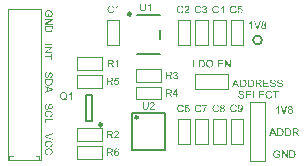
<source format=gto>
G04*
G04 #@! TF.GenerationSoftware,Altium Limited,Altium Designer,20.2.5 (213)*
G04*
G04 Layer_Color=65535*
%FSLAX25Y25*%
%MOIN*%
G70*
G04*
G04 #@! TF.SameCoordinates,F18023E5-EE5D-4DE6-B478-A7BB098ACCA1*
G04*
G04*
G04 #@! TF.FilePolarity,Positive*
G04*
G01*
G75*
%ADD10C,0.01000*%
%ADD11C,0.00984*%
%ADD12C,0.00500*%
%ADD13C,0.00394*%
%ADD14C,0.00600*%
%ADD15C,0.00787*%
G36*
X78292Y27375D02*
X78317D01*
X78386Y27368D01*
X78463Y27357D01*
X78543Y27339D01*
X78630Y27317D01*
X78711Y27288D01*
X78714D01*
X78721Y27284D01*
X78732Y27277D01*
X78747Y27270D01*
X78783Y27251D01*
X78831Y27218D01*
X78885Y27182D01*
X78940Y27135D01*
X78991Y27080D01*
X79038Y27018D01*
Y27015D01*
X79042Y27011D01*
X79049Y27000D01*
X79056Y26989D01*
X79075Y26953D01*
X79096Y26906D01*
X79122Y26847D01*
X79140Y26778D01*
X79158Y26705D01*
X79166Y26625D01*
X78845Y26600D01*
Y26603D01*
Y26611D01*
X78842Y26622D01*
X78838Y26640D01*
X78827Y26680D01*
X78812Y26734D01*
X78791Y26793D01*
X78758Y26851D01*
X78718Y26906D01*
X78667Y26956D01*
X78659Y26960D01*
X78641Y26975D01*
X78605Y26996D01*
X78558Y27018D01*
X78496Y27040D01*
X78423Y27062D01*
X78332Y27077D01*
X78230Y27080D01*
X78179D01*
X78157Y27077D01*
X78128Y27073D01*
X78063Y27066D01*
X77990Y27051D01*
X77917Y27033D01*
X77848Y27004D01*
X77819Y26986D01*
X77790Y26967D01*
X77782Y26964D01*
X77768Y26949D01*
X77746Y26924D01*
X77724Y26895D01*
X77699Y26855D01*
X77677Y26811D01*
X77662Y26760D01*
X77655Y26702D01*
Y26694D01*
Y26680D01*
X77658Y26654D01*
X77666Y26625D01*
X77677Y26589D01*
X77695Y26552D01*
X77717Y26516D01*
X77750Y26480D01*
X77753Y26476D01*
X77771Y26465D01*
X77786Y26454D01*
X77801Y26447D01*
X77822Y26436D01*
X77848Y26421D01*
X77881Y26410D01*
X77917Y26396D01*
X77957Y26381D01*
X78004Y26363D01*
X78055Y26349D01*
X78114Y26330D01*
X78179Y26316D01*
X78252Y26298D01*
X78255D01*
X78270Y26294D01*
X78292Y26290D01*
X78317Y26283D01*
X78350Y26276D01*
X78390Y26265D01*
X78430Y26254D01*
X78474Y26243D01*
X78569Y26217D01*
X78659Y26192D01*
X78703Y26177D01*
X78743Y26163D01*
X78780Y26152D01*
X78809Y26138D01*
X78812D01*
X78820Y26134D01*
X78831Y26127D01*
X78845Y26119D01*
X78885Y26097D01*
X78932Y26068D01*
X78987Y26028D01*
X79042Y25985D01*
X79093Y25934D01*
X79136Y25879D01*
X79140Y25872D01*
X79155Y25854D01*
X79169Y25821D01*
X79191Y25777D01*
X79209Y25726D01*
X79227Y25664D01*
X79238Y25595D01*
X79242Y25522D01*
Y25519D01*
Y25515D01*
Y25504D01*
Y25490D01*
X79235Y25449D01*
X79227Y25399D01*
X79213Y25340D01*
X79195Y25278D01*
X79166Y25213D01*
X79125Y25144D01*
Y25140D01*
X79122Y25137D01*
X79104Y25115D01*
X79078Y25082D01*
X79042Y25045D01*
X78994Y25002D01*
X78936Y24954D01*
X78871Y24911D01*
X78794Y24871D01*
X78791D01*
X78783Y24867D01*
X78772Y24863D01*
X78758Y24856D01*
X78736Y24849D01*
X78711Y24838D01*
X78652Y24823D01*
X78583Y24805D01*
X78499Y24787D01*
X78408Y24776D01*
X78310Y24772D01*
X78252D01*
X78223Y24776D01*
X78190D01*
X78154Y24780D01*
X78110Y24783D01*
X78019Y24798D01*
X77924Y24813D01*
X77830Y24838D01*
X77739Y24871D01*
X77735D01*
X77728Y24874D01*
X77717Y24882D01*
X77702Y24889D01*
X77658Y24911D01*
X77608Y24943D01*
X77549Y24987D01*
X77487Y25038D01*
X77429Y25100D01*
X77375Y25169D01*
Y25173D01*
X77367Y25180D01*
X77364Y25191D01*
X77353Y25206D01*
X77346Y25224D01*
X77335Y25246D01*
X77309Y25300D01*
X77284Y25369D01*
X77262Y25446D01*
X77247Y25533D01*
X77240Y25624D01*
X77553Y25653D01*
Y25650D01*
Y25646D01*
X77557Y25635D01*
Y25621D01*
X77564Y25588D01*
X77575Y25541D01*
X77589Y25493D01*
X77604Y25439D01*
X77629Y25388D01*
X77655Y25340D01*
X77658Y25337D01*
X77669Y25322D01*
X77688Y25297D01*
X77717Y25271D01*
X77753Y25238D01*
X77793Y25206D01*
X77848Y25173D01*
X77906Y25144D01*
X77910D01*
X77913Y25140D01*
X77924Y25137D01*
X77935Y25133D01*
X77972Y25122D01*
X78019Y25107D01*
X78077Y25093D01*
X78143Y25082D01*
X78215Y25075D01*
X78295Y25071D01*
X78328D01*
X78365Y25075D01*
X78408Y25078D01*
X78459Y25085D01*
X78518Y25093D01*
X78576Y25107D01*
X78630Y25126D01*
X78638Y25129D01*
X78656Y25137D01*
X78681Y25151D01*
X78714Y25166D01*
X78747Y25191D01*
X78783Y25217D01*
X78820Y25246D01*
X78849Y25282D01*
X78852Y25286D01*
X78860Y25300D01*
X78871Y25319D01*
X78885Y25348D01*
X78900Y25377D01*
X78911Y25413D01*
X78918Y25453D01*
X78922Y25497D01*
Y25501D01*
Y25519D01*
X78918Y25541D01*
X78914Y25570D01*
X78903Y25599D01*
X78892Y25635D01*
X78874Y25672D01*
X78849Y25704D01*
X78845Y25708D01*
X78834Y25719D01*
X78820Y25733D01*
X78794Y25755D01*
X78765Y25777D01*
X78725Y25803D01*
X78678Y25828D01*
X78623Y25850D01*
X78619Y25854D01*
X78601Y25857D01*
X78572Y25868D01*
X78554Y25872D01*
X78528Y25879D01*
X78503Y25890D01*
X78470Y25897D01*
X78434Y25908D01*
X78390Y25919D01*
X78347Y25930D01*
X78295Y25945D01*
X78237Y25959D01*
X78175Y25974D01*
X78172D01*
X78161Y25977D01*
X78143Y25981D01*
X78121Y25988D01*
X78092Y25995D01*
X78059Y26003D01*
X77986Y26025D01*
X77906Y26050D01*
X77822Y26076D01*
X77750Y26101D01*
X77717Y26116D01*
X77688Y26130D01*
X77684D01*
X77680Y26134D01*
X77658Y26148D01*
X77626Y26167D01*
X77589Y26196D01*
X77546Y26228D01*
X77502Y26269D01*
X77458Y26316D01*
X77422Y26367D01*
X77418Y26374D01*
X77407Y26392D01*
X77393Y26421D01*
X77378Y26458D01*
X77364Y26505D01*
X77349Y26560D01*
X77338Y26618D01*
X77335Y26680D01*
Y26684D01*
Y26687D01*
Y26698D01*
Y26713D01*
X77342Y26749D01*
X77349Y26796D01*
X77360Y26851D01*
X77378Y26913D01*
X77404Y26975D01*
X77440Y27036D01*
Y27040D01*
X77444Y27044D01*
X77462Y27066D01*
X77487Y27095D01*
X77520Y27131D01*
X77564Y27171D01*
X77618Y27215D01*
X77684Y27255D01*
X77757Y27291D01*
X77760D01*
X77768Y27295D01*
X77779Y27299D01*
X77793Y27306D01*
X77811Y27313D01*
X77837Y27321D01*
X77891Y27335D01*
X77961Y27350D01*
X78041Y27364D01*
X78124Y27375D01*
X78219Y27379D01*
X78266D01*
X78292Y27375D01*
D02*
G37*
G36*
X87505D02*
X87537Y27371D01*
X87577Y27368D01*
X87618Y27364D01*
X87665Y27353D01*
X87763Y27331D01*
X87872Y27299D01*
X87927Y27277D01*
X87978Y27251D01*
X88029Y27218D01*
X88080Y27186D01*
X88083Y27182D01*
X88091Y27178D01*
X88105Y27168D01*
X88124Y27149D01*
X88142Y27131D01*
X88167Y27106D01*
X88193Y27077D01*
X88222Y27048D01*
X88251Y27011D01*
X88280Y26967D01*
X88313Y26924D01*
X88342Y26876D01*
X88367Y26822D01*
X88397Y26767D01*
X88418Y26709D01*
X88440Y26643D01*
X88113Y26567D01*
Y26571D01*
X88109Y26578D01*
X88102Y26592D01*
X88094Y26611D01*
X88087Y26632D01*
X88076Y26662D01*
X88047Y26720D01*
X88011Y26785D01*
X87967Y26851D01*
X87912Y26913D01*
X87854Y26967D01*
X87847Y26975D01*
X87825Y26989D01*
X87789Y27007D01*
X87741Y27033D01*
X87679Y27055D01*
X87610Y27077D01*
X87527Y27091D01*
X87436Y27095D01*
X87406D01*
X87388Y27091D01*
X87363D01*
X87334Y27088D01*
X87265Y27077D01*
X87188Y27062D01*
X87108Y27036D01*
X87024Y27000D01*
X86948Y26953D01*
X86944D01*
X86940Y26945D01*
X86915Y26927D01*
X86882Y26898D01*
X86842Y26855D01*
X86795Y26800D01*
X86751Y26738D01*
X86711Y26662D01*
X86675Y26578D01*
Y26574D01*
X86671Y26567D01*
X86668Y26556D01*
X86664Y26538D01*
X86657Y26516D01*
X86649Y26491D01*
X86638Y26429D01*
X86624Y26356D01*
X86609Y26276D01*
X86602Y26188D01*
X86598Y26094D01*
Y26090D01*
Y26079D01*
Y26061D01*
Y26039D01*
X86602Y26014D01*
Y25981D01*
X86606Y25945D01*
X86609Y25905D01*
X86620Y25817D01*
X86638Y25723D01*
X86660Y25628D01*
X86689Y25533D01*
Y25530D01*
X86693Y25522D01*
X86700Y25511D01*
X86708Y25493D01*
X86729Y25449D01*
X86762Y25399D01*
X86802Y25340D01*
X86853Y25278D01*
X86911Y25224D01*
X86981Y25173D01*
X86984D01*
X86992Y25169D01*
X87002Y25162D01*
X87017Y25155D01*
X87035Y25147D01*
X87057Y25137D01*
X87108Y25115D01*
X87173Y25093D01*
X87246Y25075D01*
X87326Y25060D01*
X87410Y25056D01*
X87436D01*
X87457Y25060D01*
X87483D01*
X87508Y25064D01*
X87574Y25078D01*
X87650Y25096D01*
X87727Y25126D01*
X87807Y25166D01*
X87847Y25187D01*
X87883Y25217D01*
X87887Y25220D01*
X87891Y25224D01*
X87902Y25235D01*
X87916Y25246D01*
X87931Y25264D01*
X87949Y25286D01*
X87971Y25308D01*
X87989Y25337D01*
X88011Y25369D01*
X88036Y25406D01*
X88058Y25442D01*
X88080Y25486D01*
X88098Y25533D01*
X88116Y25584D01*
X88134Y25639D01*
X88149Y25697D01*
X88484Y25613D01*
Y25610D01*
X88480Y25595D01*
X88473Y25573D01*
X88462Y25544D01*
X88451Y25511D01*
X88437Y25471D01*
X88418Y25428D01*
X88397Y25380D01*
X88346Y25278D01*
X88280Y25177D01*
X88240Y25126D01*
X88200Y25075D01*
X88156Y25031D01*
X88105Y24987D01*
X88102Y24984D01*
X88094Y24976D01*
X88076Y24969D01*
X88058Y24954D01*
X88029Y24936D01*
X88000Y24918D01*
X87960Y24900D01*
X87920Y24882D01*
X87872Y24860D01*
X87821Y24842D01*
X87767Y24823D01*
X87709Y24805D01*
X87647Y24791D01*
X87581Y24783D01*
X87512Y24776D01*
X87439Y24772D01*
X87399D01*
X87370Y24776D01*
X87337D01*
X87297Y24780D01*
X87254Y24787D01*
X87203Y24794D01*
X87097Y24813D01*
X86988Y24842D01*
X86879Y24882D01*
X86828Y24907D01*
X86777Y24936D01*
X86773Y24940D01*
X86766Y24943D01*
X86751Y24954D01*
X86737Y24969D01*
X86715Y24984D01*
X86689Y25005D01*
X86660Y25031D01*
X86631Y25060D01*
X86602Y25093D01*
X86569Y25126D01*
X86504Y25209D01*
X86442Y25308D01*
X86387Y25417D01*
Y25420D01*
X86380Y25431D01*
X86376Y25449D01*
X86365Y25471D01*
X86358Y25501D01*
X86347Y25537D01*
X86333Y25577D01*
X86322Y25621D01*
X86311Y25668D01*
X86296Y25723D01*
X86278Y25835D01*
X86264Y25963D01*
X86256Y26094D01*
Y26097D01*
Y26112D01*
Y26134D01*
X86260Y26159D01*
Y26196D01*
X86264Y26232D01*
X86267Y26279D01*
X86274Y26327D01*
X86293Y26432D01*
X86318Y26549D01*
X86355Y26665D01*
X86405Y26778D01*
X86409Y26782D01*
X86413Y26793D01*
X86420Y26807D01*
X86435Y26825D01*
X86449Y26851D01*
X86467Y26880D01*
X86515Y26945D01*
X86576Y27018D01*
X86649Y27091D01*
X86733Y27164D01*
X86831Y27226D01*
X86835Y27229D01*
X86846Y27233D01*
X86860Y27240D01*
X86879Y27251D01*
X86908Y27262D01*
X86937Y27273D01*
X86973Y27288D01*
X87013Y27302D01*
X87057Y27317D01*
X87104Y27331D01*
X87206Y27353D01*
X87323Y27371D01*
X87443Y27379D01*
X87479D01*
X87505Y27375D01*
D02*
G37*
G36*
X90701Y27036D02*
X89871D01*
Y24816D01*
X89536D01*
Y27036D01*
X88706D01*
Y27335D01*
X90701D01*
Y27036D01*
D02*
G37*
G36*
X85834D02*
X84345D01*
Y26269D01*
X85739D01*
Y25970D01*
X84345D01*
Y25115D01*
X85892D01*
Y24816D01*
X84010D01*
Y27335D01*
X85834D01*
Y27036D01*
D02*
G37*
G36*
X82369Y25115D02*
X83610D01*
Y24816D01*
X82034D01*
Y27335D01*
X82369D01*
Y25115D01*
D02*
G37*
G36*
X81528Y27036D02*
X80039D01*
Y26269D01*
X81433D01*
Y25970D01*
X80039D01*
Y25115D01*
X81586D01*
Y24816D01*
X79704D01*
Y27335D01*
X81528D01*
Y27036D01*
D02*
G37*
G36*
X91129Y31147D02*
X91154D01*
X91224Y31140D01*
X91300Y31129D01*
X91380Y31111D01*
X91467Y31089D01*
X91547Y31060D01*
X91551D01*
X91558Y31056D01*
X91569Y31049D01*
X91584Y31042D01*
X91620Y31023D01*
X91668Y30991D01*
X91722Y30954D01*
X91777Y30907D01*
X91828Y30852D01*
X91875Y30791D01*
Y30787D01*
X91879Y30783D01*
X91886Y30772D01*
X91893Y30762D01*
X91911Y30725D01*
X91933Y30678D01*
X91959Y30619D01*
X91977Y30550D01*
X91995Y30477D01*
X92002Y30397D01*
X91682Y30372D01*
Y30376D01*
Y30383D01*
X91679Y30394D01*
X91675Y30412D01*
X91664Y30452D01*
X91649Y30507D01*
X91628Y30565D01*
X91595Y30623D01*
X91555Y30678D01*
X91504Y30729D01*
X91496Y30732D01*
X91478Y30747D01*
X91442Y30769D01*
X91395Y30791D01*
X91333Y30812D01*
X91260Y30834D01*
X91169Y30849D01*
X91067Y30852D01*
X91016D01*
X90994Y30849D01*
X90965Y30845D01*
X90899Y30838D01*
X90827Y30823D01*
X90754Y30805D01*
X90685Y30776D01*
X90656Y30758D01*
X90627Y30740D01*
X90619Y30736D01*
X90605Y30721D01*
X90583Y30696D01*
X90561Y30667D01*
X90535Y30627D01*
X90514Y30583D01*
X90499Y30532D01*
X90492Y30474D01*
Y30467D01*
Y30452D01*
X90496Y30427D01*
X90503Y30397D01*
X90514Y30361D01*
X90532Y30325D01*
X90554Y30288D01*
X90587Y30252D01*
X90590Y30248D01*
X90608Y30237D01*
X90623Y30226D01*
X90637Y30219D01*
X90659Y30208D01*
X90685Y30194D01*
X90718Y30183D01*
X90754Y30168D01*
X90794Y30154D01*
X90841Y30135D01*
X90892Y30121D01*
X90951Y30103D01*
X91016Y30088D01*
X91089Y30070D01*
X91092D01*
X91107Y30066D01*
X91129Y30063D01*
X91154Y30055D01*
X91187Y30048D01*
X91227Y30037D01*
X91267Y30026D01*
X91311Y30015D01*
X91405Y29990D01*
X91496Y29964D01*
X91540Y29950D01*
X91580Y29935D01*
X91617Y29924D01*
X91646Y29910D01*
X91649D01*
X91657Y29906D01*
X91668Y29899D01*
X91682Y29891D01*
X91722Y29870D01*
X91769Y29840D01*
X91824Y29801D01*
X91879Y29757D01*
X91930Y29706D01*
X91973Y29651D01*
X91977Y29644D01*
X91992Y29626D01*
X92006Y29593D01*
X92028Y29549D01*
X92046Y29498D01*
X92064Y29436D01*
X92075Y29367D01*
X92079Y29294D01*
Y29291D01*
Y29287D01*
Y29276D01*
Y29262D01*
X92072Y29222D01*
X92064Y29171D01*
X92050Y29112D01*
X92032Y29051D01*
X92002Y28985D01*
X91962Y28916D01*
Y28912D01*
X91959Y28909D01*
X91940Y28887D01*
X91915Y28854D01*
X91879Y28818D01*
X91831Y28774D01*
X91773Y28727D01*
X91708Y28683D01*
X91631Y28643D01*
X91628D01*
X91620Y28639D01*
X91609Y28636D01*
X91595Y28628D01*
X91573Y28621D01*
X91547Y28610D01*
X91489Y28596D01*
X91420Y28578D01*
X91336Y28559D01*
X91245Y28548D01*
X91147Y28545D01*
X91089D01*
X91060Y28548D01*
X91027D01*
X90991Y28552D01*
X90947Y28556D01*
X90856Y28570D01*
X90761Y28585D01*
X90667Y28610D01*
X90575Y28643D01*
X90572D01*
X90565Y28647D01*
X90554Y28654D01*
X90539Y28661D01*
X90496Y28683D01*
X90444Y28716D01*
X90386Y28760D01*
X90324Y28810D01*
X90266Y28872D01*
X90211Y28942D01*
Y28945D01*
X90204Y28952D01*
X90201Y28963D01*
X90190Y28978D01*
X90182Y28996D01*
X90171Y29018D01*
X90146Y29072D01*
X90121Y29142D01*
X90099Y29218D01*
X90084Y29305D01*
X90077Y29397D01*
X90390Y29426D01*
Y29422D01*
Y29418D01*
X90394Y29407D01*
Y29393D01*
X90401Y29360D01*
X90412Y29313D01*
X90426Y29265D01*
X90441Y29211D01*
X90466Y29160D01*
X90492Y29112D01*
X90496Y29109D01*
X90506Y29094D01*
X90525Y29069D01*
X90554Y29043D01*
X90590Y29011D01*
X90630Y28978D01*
X90685Y28945D01*
X90743Y28916D01*
X90747D01*
X90750Y28912D01*
X90761Y28909D01*
X90772Y28905D01*
X90808Y28894D01*
X90856Y28880D01*
X90914Y28865D01*
X90980Y28854D01*
X91052Y28847D01*
X91132Y28843D01*
X91165D01*
X91202Y28847D01*
X91245Y28850D01*
X91296Y28858D01*
X91355Y28865D01*
X91413Y28880D01*
X91467Y28898D01*
X91475Y28901D01*
X91493Y28909D01*
X91518Y28923D01*
X91551Y28938D01*
X91584Y28963D01*
X91620Y28989D01*
X91657Y29018D01*
X91686Y29054D01*
X91689Y29058D01*
X91697Y29072D01*
X91708Y29091D01*
X91722Y29120D01*
X91737Y29149D01*
X91748Y29185D01*
X91755Y29225D01*
X91759Y29269D01*
Y29273D01*
Y29291D01*
X91755Y29313D01*
X91751Y29342D01*
X91740Y29371D01*
X91729Y29407D01*
X91711Y29444D01*
X91686Y29476D01*
X91682Y29480D01*
X91671Y29491D01*
X91657Y29506D01*
X91631Y29528D01*
X91602Y29549D01*
X91562Y29575D01*
X91515Y29600D01*
X91460Y29622D01*
X91456Y29626D01*
X91438Y29629D01*
X91409Y29640D01*
X91391Y29644D01*
X91365Y29651D01*
X91340Y29662D01*
X91307Y29669D01*
X91271Y29680D01*
X91227Y29691D01*
X91183Y29702D01*
X91132Y29717D01*
X91074Y29731D01*
X91012Y29746D01*
X91009D01*
X90998Y29750D01*
X90980Y29753D01*
X90958Y29761D01*
X90929Y29768D01*
X90896Y29775D01*
X90823Y29797D01*
X90743Y29822D01*
X90659Y29848D01*
X90587Y29873D01*
X90554Y29888D01*
X90525Y29902D01*
X90521D01*
X90517Y29906D01*
X90496Y29921D01*
X90463Y29939D01*
X90426Y29968D01*
X90383Y30001D01*
X90339Y30041D01*
X90295Y30088D01*
X90259Y30139D01*
X90255Y30146D01*
X90244Y30165D01*
X90230Y30194D01*
X90215Y30230D01*
X90201Y30277D01*
X90186Y30332D01*
X90175Y30390D01*
X90171Y30452D01*
Y30456D01*
Y30459D01*
Y30470D01*
Y30485D01*
X90179Y30521D01*
X90186Y30569D01*
X90197Y30623D01*
X90215Y30685D01*
X90241Y30747D01*
X90277Y30809D01*
Y30812D01*
X90281Y30816D01*
X90299Y30838D01*
X90324Y30867D01*
X90357Y30903D01*
X90401Y30944D01*
X90455Y30987D01*
X90521Y31027D01*
X90594Y31064D01*
X90597D01*
X90605Y31067D01*
X90616Y31071D01*
X90630Y31078D01*
X90648Y31085D01*
X90674Y31093D01*
X90728Y31107D01*
X90798Y31122D01*
X90878Y31136D01*
X90961Y31147D01*
X91056Y31151D01*
X91103D01*
X91129Y31147D01*
D02*
G37*
G36*
X88781D02*
X88806D01*
X88876Y31140D01*
X88952Y31129D01*
X89032Y31111D01*
X89120Y31089D01*
X89200Y31060D01*
X89203D01*
X89211Y31056D01*
X89222Y31049D01*
X89236Y31042D01*
X89272Y31023D01*
X89320Y30991D01*
X89374Y30954D01*
X89429Y30907D01*
X89480Y30852D01*
X89527Y30791D01*
Y30787D01*
X89531Y30783D01*
X89538Y30772D01*
X89545Y30762D01*
X89564Y30725D01*
X89586Y30678D01*
X89611Y30619D01*
X89629Y30550D01*
X89647Y30477D01*
X89655Y30397D01*
X89334Y30372D01*
Y30376D01*
Y30383D01*
X89331Y30394D01*
X89327Y30412D01*
X89316Y30452D01*
X89302Y30507D01*
X89280Y30565D01*
X89247Y30623D01*
X89207Y30678D01*
X89156Y30729D01*
X89149Y30732D01*
X89131Y30747D01*
X89094Y30769D01*
X89047Y30791D01*
X88985Y30812D01*
X88912Y30834D01*
X88821Y30849D01*
X88719Y30852D01*
X88668D01*
X88646Y30849D01*
X88617Y30845D01*
X88552Y30838D01*
X88479Y30823D01*
X88406Y30805D01*
X88337Y30776D01*
X88308Y30758D01*
X88279Y30740D01*
X88271Y30736D01*
X88257Y30721D01*
X88235Y30696D01*
X88213Y30667D01*
X88188Y30627D01*
X88166Y30583D01*
X88151Y30532D01*
X88144Y30474D01*
Y30467D01*
Y30452D01*
X88148Y30427D01*
X88155Y30397D01*
X88166Y30361D01*
X88184Y30325D01*
X88206Y30288D01*
X88239Y30252D01*
X88242Y30248D01*
X88261Y30237D01*
X88275Y30226D01*
X88290Y30219D01*
X88311Y30208D01*
X88337Y30194D01*
X88370Y30183D01*
X88406Y30168D01*
X88446Y30154D01*
X88494Y30135D01*
X88544Y30121D01*
X88603Y30103D01*
X88668Y30088D01*
X88741Y30070D01*
X88745D01*
X88759Y30066D01*
X88781Y30063D01*
X88806Y30055D01*
X88839Y30048D01*
X88879Y30037D01*
X88919Y30026D01*
X88963Y30015D01*
X89058Y29990D01*
X89149Y29964D01*
X89192Y29950D01*
X89232Y29935D01*
X89269Y29924D01*
X89298Y29910D01*
X89302D01*
X89309Y29906D01*
X89320Y29899D01*
X89334Y29891D01*
X89374Y29870D01*
X89422Y29840D01*
X89476Y29801D01*
X89531Y29757D01*
X89582Y29706D01*
X89626Y29651D01*
X89629Y29644D01*
X89644Y29626D01*
X89658Y29593D01*
X89680Y29549D01*
X89698Y29498D01*
X89717Y29436D01*
X89727Y29367D01*
X89731Y29294D01*
Y29291D01*
Y29287D01*
Y29276D01*
Y29262D01*
X89724Y29222D01*
X89717Y29171D01*
X89702Y29112D01*
X89684Y29051D01*
X89655Y28985D01*
X89615Y28916D01*
Y28912D01*
X89611Y28909D01*
X89593Y28887D01*
X89567Y28854D01*
X89531Y28818D01*
X89484Y28774D01*
X89425Y28727D01*
X89360Y28683D01*
X89283Y28643D01*
X89280D01*
X89272Y28639D01*
X89262Y28636D01*
X89247Y28628D01*
X89225Y28621D01*
X89200Y28610D01*
X89141Y28596D01*
X89072Y28578D01*
X88989Y28559D01*
X88898Y28548D01*
X88799Y28545D01*
X88741D01*
X88712Y28548D01*
X88679D01*
X88643Y28552D01*
X88599Y28556D01*
X88508Y28570D01*
X88413Y28585D01*
X88319Y28610D01*
X88228Y28643D01*
X88224D01*
X88217Y28647D01*
X88206Y28654D01*
X88191Y28661D01*
X88148Y28683D01*
X88097Y28716D01*
X88038Y28760D01*
X87977Y28810D01*
X87918Y28872D01*
X87864Y28942D01*
Y28945D01*
X87857Y28952D01*
X87853Y28963D01*
X87842Y28978D01*
X87835Y28996D01*
X87824Y29018D01*
X87798Y29072D01*
X87773Y29142D01*
X87751Y29218D01*
X87736Y29305D01*
X87729Y29397D01*
X88042Y29426D01*
Y29422D01*
Y29418D01*
X88046Y29407D01*
Y29393D01*
X88053Y29360D01*
X88064Y29313D01*
X88078Y29265D01*
X88093Y29211D01*
X88119Y29160D01*
X88144Y29112D01*
X88148Y29109D01*
X88159Y29094D01*
X88177Y29069D01*
X88206Y29043D01*
X88242Y29011D01*
X88282Y28978D01*
X88337Y28945D01*
X88395Y28916D01*
X88399D01*
X88402Y28912D01*
X88413Y28909D01*
X88424Y28905D01*
X88461Y28894D01*
X88508Y28880D01*
X88566Y28865D01*
X88632Y28854D01*
X88705Y28847D01*
X88785Y28843D01*
X88817D01*
X88854Y28847D01*
X88898Y28850D01*
X88949Y28858D01*
X89007Y28865D01*
X89065Y28880D01*
X89120Y28898D01*
X89127Y28901D01*
X89145Y28909D01*
X89170Y28923D01*
X89203Y28938D01*
X89236Y28963D01*
X89272Y28989D01*
X89309Y29018D01*
X89338Y29054D01*
X89342Y29058D01*
X89349Y29072D01*
X89360Y29091D01*
X89374Y29120D01*
X89389Y29149D01*
X89400Y29185D01*
X89407Y29225D01*
X89411Y29269D01*
Y29273D01*
Y29291D01*
X89407Y29313D01*
X89403Y29342D01*
X89393Y29371D01*
X89382Y29407D01*
X89363Y29444D01*
X89338Y29476D01*
X89334Y29480D01*
X89323Y29491D01*
X89309Y29506D01*
X89283Y29528D01*
X89254Y29549D01*
X89214Y29575D01*
X89167Y29600D01*
X89112Y29622D01*
X89109Y29626D01*
X89090Y29629D01*
X89061Y29640D01*
X89043Y29644D01*
X89018Y29651D01*
X88992Y29662D01*
X88959Y29669D01*
X88923Y29680D01*
X88879Y29691D01*
X88836Y29702D01*
X88785Y29717D01*
X88726Y29731D01*
X88665Y29746D01*
X88661D01*
X88650Y29750D01*
X88632Y29753D01*
X88610Y29761D01*
X88581Y29768D01*
X88548Y29775D01*
X88475Y29797D01*
X88395Y29822D01*
X88311Y29848D01*
X88239Y29873D01*
X88206Y29888D01*
X88177Y29902D01*
X88173D01*
X88169Y29906D01*
X88148Y29921D01*
X88115Y29939D01*
X88078Y29968D01*
X88035Y30001D01*
X87991Y30041D01*
X87947Y30088D01*
X87911Y30139D01*
X87907Y30146D01*
X87897Y30165D01*
X87882Y30194D01*
X87867Y30230D01*
X87853Y30277D01*
X87838Y30332D01*
X87827Y30390D01*
X87824Y30452D01*
Y30456D01*
Y30459D01*
Y30470D01*
Y30485D01*
X87831Y30521D01*
X87838Y30569D01*
X87849Y30623D01*
X87867Y30685D01*
X87893Y30747D01*
X87929Y30809D01*
Y30812D01*
X87933Y30816D01*
X87951Y30838D01*
X87977Y30867D01*
X88009Y30903D01*
X88053Y30944D01*
X88108Y30987D01*
X88173Y31027D01*
X88246Y31064D01*
X88250D01*
X88257Y31067D01*
X88268Y31071D01*
X88282Y31078D01*
X88301Y31085D01*
X88326Y31093D01*
X88381Y31107D01*
X88450Y31122D01*
X88530Y31136D01*
X88614Y31147D01*
X88708Y31151D01*
X88756D01*
X88781Y31147D01*
D02*
G37*
G36*
X87321Y30809D02*
X85833D01*
Y30041D01*
X87227D01*
Y29742D01*
X85833D01*
Y28887D01*
X87380D01*
Y28588D01*
X85498D01*
Y31107D01*
X87321D01*
Y30809D01*
D02*
G37*
G36*
X84155Y31104D02*
X84187D01*
X84264Y31100D01*
X84344Y31089D01*
X84431Y31078D01*
X84511Y31060D01*
X84551Y31049D01*
X84584Y31038D01*
X84588D01*
X84591Y31034D01*
X84613Y31023D01*
X84646Y31009D01*
X84686Y30983D01*
X84730Y30951D01*
X84777Y30907D01*
X84821Y30856D01*
X84864Y30798D01*
Y30794D01*
X84868Y30791D01*
X84883Y30769D01*
X84897Y30732D01*
X84919Y30685D01*
X84937Y30630D01*
X84955Y30565D01*
X84966Y30496D01*
X84970Y30419D01*
Y30416D01*
Y30408D01*
Y30394D01*
X84966Y30376D01*
Y30350D01*
X84963Y30325D01*
X84948Y30263D01*
X84926Y30190D01*
X84897Y30114D01*
X84854Y30037D01*
X84824Y30001D01*
X84795Y29964D01*
X84792Y29961D01*
X84788Y29957D01*
X84777Y29946D01*
X84763Y29935D01*
X84744Y29921D01*
X84722Y29906D01*
X84693Y29888D01*
X84664Y29866D01*
X84628Y29848D01*
X84588Y29830D01*
X84544Y29808D01*
X84497Y29790D01*
X84442Y29775D01*
X84387Y29757D01*
X84326Y29746D01*
X84260Y29735D01*
X84267Y29731D01*
X84282Y29724D01*
X84304Y29710D01*
X84333Y29695D01*
X84399Y29655D01*
X84431Y29629D01*
X84460Y29608D01*
X84468Y29600D01*
X84486Y29582D01*
X84515Y29553D01*
X84551Y29517D01*
X84591Y29466D01*
X84639Y29411D01*
X84686Y29346D01*
X84737Y29273D01*
X85170Y28588D01*
X84755D01*
X84424Y29112D01*
Y29116D01*
X84417Y29123D01*
X84409Y29134D01*
X84399Y29149D01*
X84373Y29189D01*
X84340Y29240D01*
X84300Y29294D01*
X84260Y29353D01*
X84220Y29407D01*
X84184Y29458D01*
X84180Y29462D01*
X84169Y29476D01*
X84151Y29498D01*
X84126Y29524D01*
X84071Y29579D01*
X84042Y29604D01*
X84013Y29626D01*
X84009Y29629D01*
X84002Y29633D01*
X83987Y29640D01*
X83965Y29651D01*
X83943Y29662D01*
X83918Y29673D01*
X83860Y29691D01*
X83856D01*
X83849Y29695D01*
X83834D01*
X83816Y29699D01*
X83791Y29702D01*
X83762D01*
X83721Y29706D01*
X83292D01*
Y28588D01*
X82957D01*
Y31107D01*
X84126D01*
X84155Y31104D01*
D02*
G37*
G36*
X81446D02*
X81519Y31100D01*
X81592Y31093D01*
X81665Y31082D01*
X81727Y31071D01*
X81730D01*
X81738Y31067D01*
X81749D01*
X81763Y31060D01*
X81803Y31049D01*
X81854Y31031D01*
X81912Y31005D01*
X81974Y30973D01*
X82036Y30936D01*
X82094Y30889D01*
X82098Y30885D01*
X82102Y30882D01*
X82112Y30871D01*
X82127Y30860D01*
X82164Y30823D01*
X82207Y30772D01*
X82254Y30711D01*
X82306Y30638D01*
X82353Y30554D01*
X82393Y30459D01*
Y30456D01*
X82397Y30448D01*
X82404Y30434D01*
X82407Y30412D01*
X82418Y30386D01*
X82426Y30357D01*
X82433Y30325D01*
X82444Y30285D01*
X82455Y30245D01*
X82462Y30197D01*
X82480Y30095D01*
X82491Y29983D01*
X82495Y29859D01*
Y29855D01*
Y29848D01*
Y29830D01*
Y29811D01*
X82491Y29786D01*
Y29757D01*
X82487Y29688D01*
X82477Y29608D01*
X82466Y29524D01*
X82447Y29436D01*
X82426Y29349D01*
Y29346D01*
X82422Y29338D01*
X82418Y29327D01*
X82415Y29313D01*
X82400Y29273D01*
X82378Y29222D01*
X82356Y29164D01*
X82327Y29105D01*
X82291Y29043D01*
X82254Y28985D01*
X82251Y28978D01*
X82236Y28960D01*
X82214Y28934D01*
X82185Y28901D01*
X82153Y28865D01*
X82112Y28829D01*
X82073Y28789D01*
X82025Y28756D01*
X82018Y28752D01*
X82003Y28741D01*
X81978Y28727D01*
X81941Y28708D01*
X81898Y28687D01*
X81847Y28668D01*
X81789Y28647D01*
X81723Y28628D01*
X81716D01*
X81705Y28625D01*
X81694Y28621D01*
X81658Y28618D01*
X81607Y28610D01*
X81548Y28603D01*
X81479Y28596D01*
X81403Y28592D01*
X81319Y28588D01*
X80413D01*
Y31107D01*
X81381D01*
X81446Y31104D01*
D02*
G37*
G36*
X78906D02*
X78979Y31100D01*
X79051Y31093D01*
X79124Y31082D01*
X79186Y31071D01*
X79190D01*
X79197Y31067D01*
X79208D01*
X79222Y31060D01*
X79262Y31049D01*
X79313Y31031D01*
X79372Y31005D01*
X79434Y30973D01*
X79495Y30936D01*
X79554Y30889D01*
X79557Y30885D01*
X79561Y30882D01*
X79572Y30871D01*
X79586Y30860D01*
X79623Y30823D01*
X79667Y30772D01*
X79714Y30711D01*
X79765Y30638D01*
X79812Y30554D01*
X79852Y30459D01*
Y30456D01*
X79856Y30448D01*
X79863Y30434D01*
X79867Y30412D01*
X79878Y30386D01*
X79885Y30357D01*
X79892Y30325D01*
X79903Y30285D01*
X79914Y30245D01*
X79921Y30197D01*
X79940Y30095D01*
X79950Y29983D01*
X79954Y29859D01*
Y29855D01*
Y29848D01*
Y29830D01*
Y29811D01*
X79950Y29786D01*
Y29757D01*
X79947Y29688D01*
X79936Y29608D01*
X79925Y29524D01*
X79907Y29436D01*
X79885Y29349D01*
Y29346D01*
X79881Y29338D01*
X79878Y29327D01*
X79874Y29313D01*
X79859Y29273D01*
X79838Y29222D01*
X79816Y29164D01*
X79787Y29105D01*
X79750Y29043D01*
X79714Y28985D01*
X79710Y28978D01*
X79696Y28960D01*
X79674Y28934D01*
X79645Y28901D01*
X79612Y28865D01*
X79572Y28829D01*
X79532Y28789D01*
X79484Y28756D01*
X79477Y28752D01*
X79463Y28741D01*
X79437Y28727D01*
X79401Y28708D01*
X79357Y28687D01*
X79306Y28668D01*
X79248Y28647D01*
X79182Y28628D01*
X79175D01*
X79164Y28625D01*
X79153Y28621D01*
X79117Y28618D01*
X79066Y28610D01*
X79008Y28603D01*
X78939Y28596D01*
X78862Y28592D01*
X78778Y28588D01*
X77872D01*
Y31107D01*
X78840D01*
X78906Y31104D01*
D02*
G37*
G36*
X77603Y28588D02*
X77224D01*
X76929Y29353D01*
X75874D01*
X75601Y28588D01*
X75248D01*
X76209Y31107D01*
X76573D01*
X77603Y28588D01*
D02*
G37*
G36*
X15276Y12867D02*
X13445Y12212D01*
X13441D01*
X13434Y12209D01*
X13423Y12205D01*
X13409Y12198D01*
X13387Y12194D01*
X13365Y12187D01*
X13310Y12169D01*
X13248Y12147D01*
X13179Y12125D01*
X13034Y12081D01*
X13037D01*
X13045Y12078D01*
X13056Y12074D01*
X13070Y12070D01*
X13110Y12060D01*
X13165Y12041D01*
X13227Y12023D01*
X13296Y12001D01*
X13368Y11976D01*
X13445Y11947D01*
X15276Y11262D01*
Y10924D01*
X12757Y11907D01*
Y12256D01*
X15276Y13231D01*
Y12867D01*
D02*
G37*
G36*
X14100Y10716D02*
X14137D01*
X14173Y10713D01*
X14220Y10709D01*
X14268Y10702D01*
X14373Y10684D01*
X14490Y10658D01*
X14606Y10622D01*
X14719Y10571D01*
X14723Y10567D01*
X14733Y10563D01*
X14748Y10556D01*
X14766Y10542D01*
X14792Y10527D01*
X14821Y10509D01*
X14886Y10462D01*
X14959Y10400D01*
X15032Y10327D01*
X15105Y10243D01*
X15167Y10145D01*
X15170Y10141D01*
X15174Y10130D01*
X15181Y10116D01*
X15192Y10097D01*
X15203Y10068D01*
X15214Y10039D01*
X15229Y10003D01*
X15243Y9963D01*
X15258Y9919D01*
X15272Y9872D01*
X15294Y9770D01*
X15312Y9653D01*
X15320Y9533D01*
Y9497D01*
X15316Y9471D01*
X15312Y9439D01*
X15309Y9399D01*
X15305Y9359D01*
X15294Y9311D01*
X15272Y9213D01*
X15239Y9104D01*
X15218Y9049D01*
X15192Y8998D01*
X15159Y8947D01*
X15127Y8896D01*
X15123Y8893D01*
X15119Y8885D01*
X15108Y8871D01*
X15090Y8853D01*
X15072Y8834D01*
X15047Y8809D01*
X15017Y8783D01*
X14988Y8754D01*
X14952Y8725D01*
X14908Y8696D01*
X14865Y8663D01*
X14817Y8634D01*
X14763Y8609D01*
X14708Y8580D01*
X14650Y8558D01*
X14584Y8536D01*
X14508Y8863D01*
X14512D01*
X14519Y8867D01*
X14533Y8874D01*
X14551Y8882D01*
X14573Y8889D01*
X14603Y8900D01*
X14661Y8929D01*
X14726Y8965D01*
X14792Y9009D01*
X14854Y9064D01*
X14908Y9122D01*
X14916Y9129D01*
X14930Y9151D01*
X14948Y9188D01*
X14974Y9235D01*
X14996Y9297D01*
X15017Y9366D01*
X15032Y9450D01*
X15036Y9541D01*
Y9570D01*
X15032Y9588D01*
Y9613D01*
X15028Y9642D01*
X15017Y9712D01*
X15003Y9788D01*
X14977Y9868D01*
X14941Y9952D01*
X14894Y10028D01*
Y10032D01*
X14886Y10036D01*
X14868Y10061D01*
X14839Y10094D01*
X14795Y10134D01*
X14741Y10181D01*
X14679Y10225D01*
X14603Y10265D01*
X14519Y10301D01*
X14515D01*
X14508Y10305D01*
X14497Y10309D01*
X14479Y10312D01*
X14457Y10319D01*
X14431Y10327D01*
X14369Y10338D01*
X14297Y10352D01*
X14217Y10367D01*
X14129Y10374D01*
X14035Y10378D01*
X14031D01*
X14020D01*
X14002D01*
X13980D01*
X13955Y10374D01*
X13922D01*
X13885Y10370D01*
X13845Y10367D01*
X13758Y10356D01*
X13663Y10338D01*
X13569Y10316D01*
X13474Y10287D01*
X13470D01*
X13463Y10283D01*
X13452Y10276D01*
X13434Y10269D01*
X13390Y10247D01*
X13339Y10214D01*
X13281Y10174D01*
X13219Y10123D01*
X13165Y10065D01*
X13114Y9996D01*
Y9992D01*
X13110Y9985D01*
X13103Y9974D01*
X13095Y9959D01*
X13088Y9941D01*
X13077Y9919D01*
X13056Y9868D01*
X13034Y9803D01*
X13015Y9730D01*
X13001Y9650D01*
X12997Y9566D01*
Y9541D01*
X13001Y9519D01*
Y9493D01*
X13004Y9468D01*
X13019Y9402D01*
X13037Y9326D01*
X13066Y9249D01*
X13106Y9169D01*
X13128Y9129D01*
X13157Y9093D01*
X13161Y9089D01*
X13165Y9086D01*
X13176Y9075D01*
X13186Y9060D01*
X13205Y9046D01*
X13227Y9027D01*
X13248Y9005D01*
X13277Y8987D01*
X13310Y8965D01*
X13347Y8940D01*
X13383Y8918D01*
X13427Y8896D01*
X13474Y8878D01*
X13525Y8860D01*
X13580Y8842D01*
X13638Y8827D01*
X13554Y8492D01*
X13551D01*
X13536Y8496D01*
X13514Y8503D01*
X13485Y8514D01*
X13452Y8525D01*
X13412Y8540D01*
X13368Y8558D01*
X13321Y8580D01*
X13219Y8631D01*
X13117Y8696D01*
X13066Y8736D01*
X13015Y8776D01*
X12972Y8820D01*
X12928Y8871D01*
X12924Y8874D01*
X12917Y8882D01*
X12910Y8900D01*
X12895Y8918D01*
X12877Y8947D01*
X12859Y8976D01*
X12841Y9016D01*
X12822Y9057D01*
X12801Y9104D01*
X12783Y9155D01*
X12764Y9209D01*
X12746Y9268D01*
X12731Y9330D01*
X12724Y9395D01*
X12717Y9464D01*
X12713Y9537D01*
Y9577D01*
X12717Y9606D01*
Y9639D01*
X12721Y9679D01*
X12728Y9723D01*
X12735Y9774D01*
X12753Y9879D01*
X12783Y9988D01*
X12822Y10097D01*
X12848Y10148D01*
X12877Y10199D01*
X12881Y10203D01*
X12884Y10210D01*
X12895Y10225D01*
X12910Y10239D01*
X12924Y10261D01*
X12946Y10287D01*
X12972Y10316D01*
X13001Y10345D01*
X13034Y10374D01*
X13066Y10407D01*
X13150Y10472D01*
X13248Y10534D01*
X13358Y10589D01*
X13361D01*
X13372Y10596D01*
X13390Y10600D01*
X13412Y10611D01*
X13441Y10618D01*
X13478Y10629D01*
X13518Y10644D01*
X13561Y10654D01*
X13609Y10665D01*
X13663Y10680D01*
X13776Y10698D01*
X13904Y10713D01*
X14035Y10720D01*
X14038D01*
X14053D01*
X14075D01*
X14100Y10716D01*
D02*
G37*
G36*
Y8176D02*
X14137D01*
X14173Y8172D01*
X14220Y8168D01*
X14268Y8161D01*
X14373Y8143D01*
X14490Y8117D01*
X14606Y8081D01*
X14719Y8030D01*
X14723Y8026D01*
X14733Y8023D01*
X14748Y8015D01*
X14766Y8001D01*
X14792Y7986D01*
X14821Y7968D01*
X14886Y7921D01*
X14959Y7859D01*
X15032Y7786D01*
X15105Y7702D01*
X15167Y7604D01*
X15170Y7600D01*
X15174Y7589D01*
X15181Y7575D01*
X15192Y7557D01*
X15203Y7528D01*
X15214Y7499D01*
X15229Y7462D01*
X15243Y7422D01*
X15258Y7378D01*
X15272Y7331D01*
X15294Y7229D01*
X15312Y7113D01*
X15320Y6993D01*
Y6956D01*
X15316Y6931D01*
X15312Y6898D01*
X15309Y6858D01*
X15305Y6818D01*
X15294Y6771D01*
X15272Y6672D01*
X15239Y6563D01*
X15218Y6509D01*
X15192Y6458D01*
X15159Y6407D01*
X15127Y6356D01*
X15123Y6352D01*
X15119Y6345D01*
X15108Y6330D01*
X15090Y6312D01*
X15072Y6294D01*
X15047Y6268D01*
X15017Y6243D01*
X14988Y6214D01*
X14952Y6185D01*
X14908Y6155D01*
X14865Y6123D01*
X14817Y6094D01*
X14763Y6068D01*
X14708Y6039D01*
X14650Y6017D01*
X14584Y5995D01*
X14508Y6323D01*
X14512D01*
X14519Y6327D01*
X14533Y6334D01*
X14551Y6341D01*
X14573Y6348D01*
X14603Y6359D01*
X14661Y6388D01*
X14726Y6425D01*
X14792Y6468D01*
X14854Y6523D01*
X14908Y6581D01*
X14916Y6588D01*
X14930Y6610D01*
X14948Y6647D01*
X14974Y6694D01*
X14996Y6756D01*
X15017Y6825D01*
X15032Y6909D01*
X15036Y7000D01*
Y7029D01*
X15032Y7047D01*
Y7073D01*
X15028Y7102D01*
X15017Y7171D01*
X15003Y7247D01*
X14977Y7327D01*
X14941Y7411D01*
X14894Y7488D01*
Y7491D01*
X14886Y7495D01*
X14868Y7520D01*
X14839Y7553D01*
X14795Y7593D01*
X14741Y7641D01*
X14679Y7684D01*
X14603Y7724D01*
X14519Y7761D01*
X14515D01*
X14508Y7764D01*
X14497Y7768D01*
X14479Y7772D01*
X14457Y7779D01*
X14431Y7786D01*
X14369Y7797D01*
X14297Y7812D01*
X14217Y7826D01*
X14129Y7833D01*
X14035Y7837D01*
X14031D01*
X14020D01*
X14002D01*
X13980D01*
X13955Y7833D01*
X13922D01*
X13885Y7830D01*
X13845Y7826D01*
X13758Y7815D01*
X13663Y7797D01*
X13569Y7775D01*
X13474Y7746D01*
X13470D01*
X13463Y7742D01*
X13452Y7735D01*
X13434Y7728D01*
X13390Y7706D01*
X13339Y7673D01*
X13281Y7633D01*
X13219Y7582D01*
X13165Y7524D01*
X13114Y7455D01*
Y7451D01*
X13110Y7444D01*
X13103Y7433D01*
X13095Y7418D01*
X13088Y7400D01*
X13077Y7378D01*
X13056Y7327D01*
X13034Y7262D01*
X13015Y7189D01*
X13001Y7109D01*
X12997Y7025D01*
Y7000D01*
X13001Y6978D01*
Y6953D01*
X13004Y6927D01*
X13019Y6861D01*
X13037Y6785D01*
X13066Y6709D01*
X13106Y6629D01*
X13128Y6588D01*
X13157Y6552D01*
X13161Y6549D01*
X13165Y6545D01*
X13176Y6534D01*
X13186Y6519D01*
X13205Y6505D01*
X13227Y6487D01*
X13248Y6465D01*
X13277Y6447D01*
X13310Y6425D01*
X13347Y6399D01*
X13383Y6377D01*
X13427Y6356D01*
X13474Y6337D01*
X13525Y6319D01*
X13580Y6301D01*
X13638Y6286D01*
X13554Y5952D01*
X13551D01*
X13536Y5955D01*
X13514Y5962D01*
X13485Y5973D01*
X13452Y5984D01*
X13412Y5999D01*
X13368Y6017D01*
X13321Y6039D01*
X13219Y6090D01*
X13117Y6155D01*
X13066Y6195D01*
X13015Y6236D01*
X12972Y6279D01*
X12928Y6330D01*
X12924Y6334D01*
X12917Y6341D01*
X12910Y6359D01*
X12895Y6377D01*
X12877Y6407D01*
X12859Y6436D01*
X12841Y6476D01*
X12822Y6516D01*
X12801Y6563D01*
X12783Y6614D01*
X12764Y6669D01*
X12746Y6727D01*
X12731Y6789D01*
X12724Y6854D01*
X12717Y6923D01*
X12713Y6996D01*
Y7036D01*
X12717Y7065D01*
Y7098D01*
X12721Y7138D01*
X12728Y7182D01*
X12735Y7233D01*
X12753Y7338D01*
X12783Y7448D01*
X12822Y7557D01*
X12848Y7608D01*
X12877Y7659D01*
X12881Y7662D01*
X12884Y7670D01*
X12895Y7684D01*
X12910Y7699D01*
X12924Y7721D01*
X12946Y7746D01*
X12972Y7775D01*
X13001Y7804D01*
X13034Y7833D01*
X13066Y7866D01*
X13150Y7932D01*
X13248Y7994D01*
X13358Y8048D01*
X13361D01*
X13372Y8055D01*
X13390Y8059D01*
X13412Y8070D01*
X13441Y8077D01*
X13478Y8088D01*
X13518Y8103D01*
X13561Y8114D01*
X13609Y8125D01*
X13663Y8139D01*
X13776Y8157D01*
X13904Y8172D01*
X14035Y8179D01*
X14038D01*
X14053D01*
X14075D01*
X14100Y8176D01*
D02*
G37*
G36*
X13594Y22799D02*
X13590D01*
X13587D01*
X13576Y22795D01*
X13561D01*
X13529Y22788D01*
X13481Y22777D01*
X13434Y22763D01*
X13379Y22748D01*
X13329Y22723D01*
X13281Y22697D01*
X13277Y22693D01*
X13263Y22683D01*
X13238Y22664D01*
X13212Y22635D01*
X13179Y22599D01*
X13147Y22559D01*
X13114Y22504D01*
X13085Y22446D01*
Y22442D01*
X13081Y22439D01*
X13077Y22428D01*
X13074Y22417D01*
X13063Y22380D01*
X13048Y22333D01*
X13034Y22275D01*
X13023Y22209D01*
X13015Y22137D01*
X13012Y22057D01*
Y22024D01*
X13015Y21987D01*
X13019Y21944D01*
X13026Y21893D01*
X13034Y21835D01*
X13048Y21776D01*
X13066Y21722D01*
X13070Y21714D01*
X13077Y21696D01*
X13092Y21671D01*
X13106Y21638D01*
X13132Y21605D01*
X13157Y21569D01*
X13186Y21532D01*
X13223Y21503D01*
X13227Y21500D01*
X13241Y21492D01*
X13259Y21481D01*
X13288Y21467D01*
X13318Y21452D01*
X13354Y21441D01*
X13394Y21434D01*
X13438Y21430D01*
X13441D01*
X13460D01*
X13481Y21434D01*
X13510Y21438D01*
X13540Y21449D01*
X13576Y21460D01*
X13612Y21478D01*
X13645Y21503D01*
X13649Y21507D01*
X13660Y21518D01*
X13674Y21532D01*
X13696Y21558D01*
X13718Y21587D01*
X13743Y21627D01*
X13769Y21674D01*
X13791Y21729D01*
X13794Y21733D01*
X13798Y21751D01*
X13809Y21780D01*
X13813Y21798D01*
X13820Y21824D01*
X13831Y21849D01*
X13838Y21882D01*
X13849Y21918D01*
X13860Y21962D01*
X13871Y22006D01*
X13885Y22057D01*
X13900Y22115D01*
X13915Y22177D01*
Y22180D01*
X13918Y22191D01*
X13922Y22209D01*
X13929Y22231D01*
X13936Y22260D01*
X13944Y22293D01*
X13965Y22366D01*
X13991Y22446D01*
X14016Y22530D01*
X14042Y22603D01*
X14056Y22635D01*
X14071Y22664D01*
Y22668D01*
X14075Y22672D01*
X14089Y22693D01*
X14107Y22726D01*
X14137Y22763D01*
X14169Y22806D01*
X14209Y22850D01*
X14257Y22894D01*
X14308Y22930D01*
X14315Y22934D01*
X14333Y22945D01*
X14362Y22959D01*
X14399Y22974D01*
X14446Y22988D01*
X14501Y23003D01*
X14559Y23014D01*
X14621Y23018D01*
X14624D01*
X14628D01*
X14639D01*
X14653D01*
X14690Y23010D01*
X14737Y23003D01*
X14792Y22992D01*
X14854Y22974D01*
X14916Y22948D01*
X14977Y22912D01*
X14981D01*
X14985Y22908D01*
X15007Y22890D01*
X15036Y22865D01*
X15072Y22832D01*
X15112Y22788D01*
X15156Y22734D01*
X15196Y22668D01*
X15232Y22595D01*
Y22592D01*
X15236Y22584D01*
X15239Y22573D01*
X15247Y22559D01*
X15254Y22541D01*
X15261Y22515D01*
X15276Y22461D01*
X15290Y22391D01*
X15305Y22311D01*
X15316Y22228D01*
X15320Y22133D01*
Y22086D01*
X15316Y22060D01*
Y22035D01*
X15309Y21966D01*
X15298Y21889D01*
X15280Y21809D01*
X15258Y21722D01*
X15229Y21642D01*
Y21638D01*
X15225Y21631D01*
X15218Y21620D01*
X15210Y21605D01*
X15192Y21569D01*
X15159Y21521D01*
X15123Y21467D01*
X15076Y21412D01*
X15021Y21361D01*
X14959Y21314D01*
X14955D01*
X14952Y21310D01*
X14941Y21303D01*
X14930Y21296D01*
X14894Y21278D01*
X14846Y21256D01*
X14788Y21230D01*
X14719Y21212D01*
X14646Y21194D01*
X14566Y21187D01*
X14541Y21507D01*
X14544D01*
X14551D01*
X14562Y21510D01*
X14581Y21514D01*
X14621Y21525D01*
X14675Y21540D01*
X14733Y21562D01*
X14792Y21594D01*
X14846Y21634D01*
X14897Y21685D01*
X14901Y21692D01*
X14916Y21711D01*
X14937Y21747D01*
X14959Y21794D01*
X14981Y21856D01*
X15003Y21929D01*
X15017Y22020D01*
X15021Y22122D01*
Y22173D01*
X15017Y22195D01*
X15014Y22224D01*
X15007Y22289D01*
X14992Y22362D01*
X14974Y22435D01*
X14945Y22504D01*
X14926Y22533D01*
X14908Y22562D01*
X14905Y22570D01*
X14890Y22584D01*
X14864Y22606D01*
X14835Y22628D01*
X14795Y22654D01*
X14752Y22675D01*
X14701Y22690D01*
X14642Y22697D01*
X14635D01*
X14621D01*
X14595Y22693D01*
X14566Y22686D01*
X14530Y22675D01*
X14493Y22657D01*
X14457Y22635D01*
X14421Y22603D01*
X14417Y22599D01*
X14406Y22581D01*
X14395Y22566D01*
X14388Y22552D01*
X14377Y22530D01*
X14362Y22504D01*
X14351Y22471D01*
X14337Y22435D01*
X14322Y22395D01*
X14304Y22348D01*
X14289Y22297D01*
X14271Y22239D01*
X14257Y22173D01*
X14239Y22100D01*
Y22097D01*
X14235Y22082D01*
X14231Y22060D01*
X14224Y22035D01*
X14217Y22002D01*
X14206Y21962D01*
X14195Y21922D01*
X14184Y21878D01*
X14158Y21783D01*
X14133Y21692D01*
X14118Y21649D01*
X14104Y21609D01*
X14093Y21572D01*
X14078Y21543D01*
Y21540D01*
X14075Y21532D01*
X14067Y21521D01*
X14060Y21507D01*
X14038Y21467D01*
X14009Y21419D01*
X13969Y21365D01*
X13925Y21310D01*
X13874Y21259D01*
X13820Y21216D01*
X13813Y21212D01*
X13794Y21197D01*
X13762Y21183D01*
X13718Y21161D01*
X13667Y21143D01*
X13605Y21125D01*
X13536Y21114D01*
X13463Y21110D01*
X13460D01*
X13456D01*
X13445D01*
X13430D01*
X13390Y21117D01*
X13339Y21125D01*
X13281Y21139D01*
X13219Y21158D01*
X13154Y21187D01*
X13085Y21227D01*
X13081D01*
X13077Y21230D01*
X13056Y21248D01*
X13023Y21274D01*
X12986Y21310D01*
X12943Y21358D01*
X12895Y21416D01*
X12852Y21481D01*
X12812Y21558D01*
Y21562D01*
X12808Y21569D01*
X12804Y21580D01*
X12797Y21594D01*
X12790Y21616D01*
X12779Y21642D01*
X12764Y21700D01*
X12746Y21769D01*
X12728Y21853D01*
X12717Y21944D01*
X12713Y22042D01*
Y22100D01*
X12717Y22129D01*
Y22162D01*
X12721Y22198D01*
X12724Y22242D01*
X12739Y22333D01*
X12753Y22428D01*
X12779Y22523D01*
X12812Y22614D01*
Y22617D01*
X12815Y22624D01*
X12822Y22635D01*
X12830Y22650D01*
X12852Y22693D01*
X12884Y22745D01*
X12928Y22803D01*
X12979Y22865D01*
X13041Y22923D01*
X13110Y22977D01*
X13114D01*
X13121Y22985D01*
X13132Y22988D01*
X13147Y22999D01*
X13165Y23007D01*
X13186Y23018D01*
X13241Y23043D01*
X13310Y23068D01*
X13387Y23090D01*
X13474Y23105D01*
X13565Y23112D01*
X13594Y22799D01*
D02*
G37*
G36*
X14100Y20746D02*
X14137D01*
X14173Y20742D01*
X14220Y20739D01*
X14268Y20732D01*
X14373Y20713D01*
X14490Y20688D01*
X14606Y20651D01*
X14719Y20601D01*
X14723Y20597D01*
X14733Y20593D01*
X14748Y20586D01*
X14766Y20571D01*
X14792Y20557D01*
X14821Y20539D01*
X14886Y20491D01*
X14959Y20429D01*
X15032Y20357D01*
X15105Y20273D01*
X15167Y20175D01*
X15170Y20171D01*
X15174Y20160D01*
X15181Y20145D01*
X15192Y20127D01*
X15203Y20098D01*
X15214Y20069D01*
X15229Y20033D01*
X15243Y19993D01*
X15258Y19949D01*
X15272Y19902D01*
X15294Y19800D01*
X15312Y19683D01*
X15320Y19563D01*
Y19527D01*
X15316Y19501D01*
X15312Y19468D01*
X15309Y19429D01*
X15305Y19388D01*
X15294Y19341D01*
X15272Y19243D01*
X15239Y19134D01*
X15218Y19079D01*
X15192Y19028D01*
X15159Y18977D01*
X15127Y18926D01*
X15123Y18923D01*
X15119Y18915D01*
X15108Y18901D01*
X15090Y18882D01*
X15072Y18864D01*
X15046Y18839D01*
X15017Y18813D01*
X14988Y18784D01*
X14952Y18755D01*
X14908Y18726D01*
X14864Y18693D01*
X14817Y18664D01*
X14763Y18639D01*
X14708Y18609D01*
X14650Y18588D01*
X14584Y18566D01*
X14508Y18893D01*
X14512D01*
X14519Y18897D01*
X14533Y18904D01*
X14551Y18912D01*
X14573Y18919D01*
X14603Y18930D01*
X14661Y18959D01*
X14726Y18995D01*
X14792Y19039D01*
X14854Y19094D01*
X14908Y19152D01*
X14916Y19159D01*
X14930Y19181D01*
X14948Y19217D01*
X14974Y19265D01*
X14996Y19327D01*
X15017Y19396D01*
X15032Y19479D01*
X15036Y19570D01*
Y19600D01*
X15032Y19618D01*
Y19643D01*
X15028Y19672D01*
X15017Y19741D01*
X15003Y19818D01*
X14977Y19898D01*
X14941Y19982D01*
X14894Y20058D01*
Y20062D01*
X14886Y20065D01*
X14868Y20091D01*
X14839Y20124D01*
X14795Y20164D01*
X14741Y20211D01*
X14679Y20255D01*
X14603Y20295D01*
X14519Y20331D01*
X14515D01*
X14508Y20335D01*
X14497Y20338D01*
X14479Y20342D01*
X14457Y20349D01*
X14431Y20357D01*
X14369Y20368D01*
X14297Y20382D01*
X14217Y20397D01*
X14129Y20404D01*
X14035Y20408D01*
X14031D01*
X14020D01*
X14002D01*
X13980D01*
X13955Y20404D01*
X13922D01*
X13885Y20400D01*
X13845Y20397D01*
X13758Y20386D01*
X13663Y20368D01*
X13569Y20346D01*
X13474Y20317D01*
X13470D01*
X13463Y20313D01*
X13452Y20306D01*
X13434Y20298D01*
X13390Y20277D01*
X13339Y20244D01*
X13281Y20204D01*
X13219Y20153D01*
X13165Y20095D01*
X13114Y20025D01*
Y20022D01*
X13110Y20015D01*
X13103Y20004D01*
X13095Y19989D01*
X13088Y19971D01*
X13077Y19949D01*
X13056Y19898D01*
X13034Y19832D01*
X13015Y19760D01*
X13001Y19680D01*
X12997Y19596D01*
Y19570D01*
X13001Y19549D01*
Y19523D01*
X13004Y19498D01*
X13019Y19432D01*
X13037Y19356D01*
X13066Y19279D01*
X13106Y19199D01*
X13128Y19159D01*
X13157Y19123D01*
X13161Y19119D01*
X13165Y19115D01*
X13176Y19105D01*
X13186Y19090D01*
X13205Y19075D01*
X13227Y19057D01*
X13248Y19035D01*
X13277Y19017D01*
X13310Y18995D01*
X13347Y18970D01*
X13383Y18948D01*
X13427Y18926D01*
X13474Y18908D01*
X13525Y18890D01*
X13580Y18871D01*
X13638Y18857D01*
X13554Y18522D01*
X13551D01*
X13536Y18526D01*
X13514Y18533D01*
X13485Y18544D01*
X13452Y18555D01*
X13412Y18569D01*
X13368Y18588D01*
X13321Y18609D01*
X13219Y18660D01*
X13117Y18726D01*
X13066Y18766D01*
X13015Y18806D01*
X12972Y18850D01*
X12928Y18901D01*
X12924Y18904D01*
X12917Y18912D01*
X12910Y18930D01*
X12895Y18948D01*
X12877Y18977D01*
X12859Y19006D01*
X12841Y19046D01*
X12822Y19086D01*
X12801Y19134D01*
X12783Y19185D01*
X12764Y19239D01*
X12746Y19297D01*
X12731Y19359D01*
X12724Y19425D01*
X12717Y19494D01*
X12713Y19567D01*
Y19607D01*
X12717Y19636D01*
Y19669D01*
X12721Y19709D01*
X12728Y19752D01*
X12735Y19803D01*
X12753Y19909D01*
X12783Y20018D01*
X12822Y20127D01*
X12848Y20178D01*
X12877Y20229D01*
X12881Y20233D01*
X12884Y20240D01*
X12895Y20255D01*
X12910Y20269D01*
X12924Y20291D01*
X12946Y20317D01*
X12972Y20346D01*
X13001Y20375D01*
X13034Y20404D01*
X13066Y20437D01*
X13150Y20502D01*
X13248Y20564D01*
X13358Y20619D01*
X13361D01*
X13372Y20626D01*
X13390Y20630D01*
X13412Y20641D01*
X13441Y20648D01*
X13478Y20659D01*
X13518Y20673D01*
X13561Y20684D01*
X13609Y20695D01*
X13663Y20710D01*
X13776Y20728D01*
X13904Y20742D01*
X14035Y20750D01*
X14038D01*
X14053D01*
X14075D01*
X14100Y20746D01*
D02*
G37*
G36*
X15276Y17790D02*
X13056D01*
Y16549D01*
X12757D01*
Y18125D01*
X15276D01*
Y17790D01*
D02*
G37*
G36*
X13594Y33297D02*
X13591D01*
X13587D01*
X13576Y33293D01*
X13561D01*
X13529Y33286D01*
X13481Y33275D01*
X13434Y33260D01*
X13379Y33246D01*
X13329Y33220D01*
X13281Y33195D01*
X13277Y33191D01*
X13263Y33180D01*
X13238Y33162D01*
X13212Y33133D01*
X13179Y33097D01*
X13147Y33056D01*
X13114Y33002D01*
X13085Y32944D01*
Y32940D01*
X13081Y32936D01*
X13077Y32925D01*
X13074Y32915D01*
X13063Y32878D01*
X13048Y32831D01*
X13034Y32772D01*
X13023Y32707D01*
X13015Y32634D01*
X13012Y32554D01*
Y32521D01*
X13015Y32485D01*
X13019Y32441D01*
X13026Y32390D01*
X13034Y32332D01*
X13048Y32274D01*
X13066Y32219D01*
X13070Y32212D01*
X13077Y32194D01*
X13092Y32168D01*
X13106Y32135D01*
X13132Y32103D01*
X13157Y32066D01*
X13186Y32030D01*
X13223Y32001D01*
X13227Y31997D01*
X13241Y31990D01*
X13259Y31979D01*
X13288Y31964D01*
X13318Y31950D01*
X13354Y31939D01*
X13394Y31932D01*
X13438Y31928D01*
X13441D01*
X13460D01*
X13481Y31932D01*
X13510Y31935D01*
X13540Y31946D01*
X13576Y31957D01*
X13612Y31975D01*
X13645Y32001D01*
X13649Y32004D01*
X13660Y32015D01*
X13674Y32030D01*
X13696Y32055D01*
X13718Y32085D01*
X13743Y32125D01*
X13769Y32172D01*
X13791Y32226D01*
X13794Y32230D01*
X13798Y32248D01*
X13809Y32278D01*
X13813Y32296D01*
X13820Y32321D01*
X13831Y32347D01*
X13838Y32379D01*
X13849Y32416D01*
X13860Y32460D01*
X13871Y32503D01*
X13885Y32554D01*
X13900Y32612D01*
X13915Y32674D01*
Y32678D01*
X13918Y32689D01*
X13922Y32707D01*
X13929Y32729D01*
X13936Y32758D01*
X13944Y32791D01*
X13965Y32864D01*
X13991Y32944D01*
X14016Y33027D01*
X14042Y33100D01*
X14056Y33133D01*
X14071Y33162D01*
Y33166D01*
X14075Y33169D01*
X14089Y33191D01*
X14107Y33224D01*
X14137Y33260D01*
X14169Y33304D01*
X14209Y33348D01*
X14257Y33391D01*
X14308Y33428D01*
X14315Y33431D01*
X14333Y33442D01*
X14362Y33457D01*
X14399Y33471D01*
X14446Y33486D01*
X14501Y33500D01*
X14559Y33511D01*
X14621Y33515D01*
X14624D01*
X14628D01*
X14639D01*
X14653D01*
X14690Y33508D01*
X14737Y33500D01*
X14792Y33490D01*
X14854Y33471D01*
X14916Y33446D01*
X14977Y33410D01*
X14981D01*
X14985Y33406D01*
X15007Y33388D01*
X15036Y33362D01*
X15072Y33329D01*
X15112Y33286D01*
X15156Y33231D01*
X15196Y33166D01*
X15232Y33093D01*
Y33089D01*
X15236Y33082D01*
X15239Y33071D01*
X15247Y33056D01*
X15254Y33038D01*
X15261Y33013D01*
X15276Y32958D01*
X15290Y32889D01*
X15305Y32809D01*
X15316Y32725D01*
X15320Y32631D01*
Y32583D01*
X15316Y32558D01*
Y32532D01*
X15309Y32463D01*
X15298Y32387D01*
X15280Y32307D01*
X15258Y32219D01*
X15229Y32139D01*
Y32135D01*
X15225Y32128D01*
X15218Y32117D01*
X15210Y32103D01*
X15192Y32066D01*
X15159Y32019D01*
X15123Y31964D01*
X15076Y31910D01*
X15021Y31859D01*
X14959Y31811D01*
X14956D01*
X14952Y31808D01*
X14941Y31801D01*
X14930Y31793D01*
X14894Y31775D01*
X14846Y31753D01*
X14788Y31728D01*
X14719Y31710D01*
X14646Y31691D01*
X14566Y31684D01*
X14541Y32004D01*
X14544D01*
X14551D01*
X14562Y32008D01*
X14581Y32012D01*
X14621Y32023D01*
X14675Y32037D01*
X14733Y32059D01*
X14792Y32092D01*
X14846Y32132D01*
X14897Y32183D01*
X14901Y32190D01*
X14916Y32208D01*
X14937Y32245D01*
X14959Y32292D01*
X14981Y32354D01*
X15003Y32427D01*
X15017Y32518D01*
X15021Y32620D01*
Y32671D01*
X15017Y32692D01*
X15014Y32722D01*
X15007Y32787D01*
X14992Y32860D01*
X14974Y32933D01*
X14945Y33002D01*
X14926Y33031D01*
X14908Y33060D01*
X14905Y33067D01*
X14890Y33082D01*
X14865Y33104D01*
X14835Y33126D01*
X14795Y33151D01*
X14752Y33173D01*
X14701Y33187D01*
X14642Y33195D01*
X14635D01*
X14621D01*
X14595Y33191D01*
X14566Y33184D01*
X14530Y33173D01*
X14493Y33155D01*
X14457Y33133D01*
X14421Y33100D01*
X14417Y33097D01*
X14406Y33078D01*
X14395Y33064D01*
X14388Y33049D01*
X14377Y33027D01*
X14362Y33002D01*
X14351Y32969D01*
X14337Y32933D01*
X14322Y32893D01*
X14304Y32845D01*
X14289Y32794D01*
X14271Y32736D01*
X14257Y32671D01*
X14239Y32598D01*
Y32594D01*
X14235Y32580D01*
X14231Y32558D01*
X14224Y32532D01*
X14217Y32500D01*
X14206Y32460D01*
X14195Y32419D01*
X14184Y32376D01*
X14158Y32281D01*
X14133Y32190D01*
X14118Y32146D01*
X14104Y32106D01*
X14093Y32070D01*
X14078Y32041D01*
Y32037D01*
X14075Y32030D01*
X14067Y32019D01*
X14060Y32004D01*
X14038Y31964D01*
X14009Y31917D01*
X13969Y31863D01*
X13925Y31808D01*
X13874Y31757D01*
X13820Y31713D01*
X13813Y31710D01*
X13794Y31695D01*
X13762Y31681D01*
X13718Y31659D01*
X13667Y31640D01*
X13605Y31622D01*
X13536Y31611D01*
X13463Y31608D01*
X13460D01*
X13456D01*
X13445D01*
X13430D01*
X13390Y31615D01*
X13339Y31622D01*
X13281Y31637D01*
X13219Y31655D01*
X13154Y31684D01*
X13085Y31724D01*
X13081D01*
X13077Y31728D01*
X13056Y31746D01*
X13023Y31771D01*
X12986Y31808D01*
X12943Y31855D01*
X12895Y31914D01*
X12852Y31979D01*
X12812Y32055D01*
Y32059D01*
X12808Y32066D01*
X12804Y32077D01*
X12797Y32092D01*
X12790Y32114D01*
X12779Y32139D01*
X12764Y32197D01*
X12746Y32267D01*
X12728Y32350D01*
X12717Y32441D01*
X12713Y32540D01*
Y32598D01*
X12717Y32627D01*
Y32660D01*
X12721Y32696D01*
X12724Y32740D01*
X12739Y32831D01*
X12753Y32925D01*
X12779Y33020D01*
X12812Y33111D01*
Y33115D01*
X12815Y33122D01*
X12822Y33133D01*
X12830Y33147D01*
X12852Y33191D01*
X12884Y33242D01*
X12928Y33300D01*
X12979Y33362D01*
X13041Y33420D01*
X13110Y33475D01*
X13114D01*
X13121Y33482D01*
X13132Y33486D01*
X13147Y33497D01*
X13165Y33504D01*
X13186Y33515D01*
X13241Y33541D01*
X13310Y33566D01*
X13387Y33588D01*
X13474Y33602D01*
X13565Y33610D01*
X13594Y33297D01*
D02*
G37*
G36*
X15276Y30181D02*
X15272Y30115D01*
X15269Y30042D01*
X15261Y29970D01*
X15250Y29897D01*
X15239Y29835D01*
Y29831D01*
X15236Y29824D01*
Y29813D01*
X15229Y29799D01*
X15218Y29759D01*
X15199Y29708D01*
X15174Y29649D01*
X15141Y29588D01*
X15105Y29526D01*
X15057Y29467D01*
X15054Y29464D01*
X15050Y29460D01*
X15039Y29449D01*
X15028Y29435D01*
X14992Y29398D01*
X14941Y29355D01*
X14879Y29307D01*
X14806Y29256D01*
X14723Y29209D01*
X14628Y29169D01*
X14624D01*
X14617Y29165D01*
X14603Y29158D01*
X14581Y29154D01*
X14555Y29143D01*
X14526Y29136D01*
X14493Y29129D01*
X14453Y29118D01*
X14413Y29107D01*
X14366Y29100D01*
X14264Y29081D01*
X14151Y29071D01*
X14027Y29067D01*
X14024D01*
X14016D01*
X13998D01*
X13980D01*
X13955Y29071D01*
X13925D01*
X13856Y29074D01*
X13776Y29085D01*
X13692Y29096D01*
X13605Y29114D01*
X13518Y29136D01*
X13514D01*
X13507Y29140D01*
X13496Y29143D01*
X13481Y29147D01*
X13441Y29162D01*
X13390Y29184D01*
X13332Y29205D01*
X13274Y29234D01*
X13212Y29271D01*
X13154Y29307D01*
X13147Y29311D01*
X13128Y29325D01*
X13103Y29347D01*
X13070Y29376D01*
X13034Y29409D01*
X12997Y29449D01*
X12957Y29489D01*
X12924Y29537D01*
X12921Y29544D01*
X12910Y29558D01*
X12895Y29584D01*
X12877Y29620D01*
X12855Y29664D01*
X12837Y29715D01*
X12815Y29773D01*
X12797Y29839D01*
Y29846D01*
X12793Y29857D01*
X12790Y29868D01*
X12786Y29904D01*
X12779Y29955D01*
X12772Y30013D01*
X12764Y30082D01*
X12761Y30159D01*
X12757Y30243D01*
Y31149D01*
X15276D01*
Y30181D01*
D02*
G37*
G36*
Y27924D02*
Y27560D01*
X12757Y26530D01*
Y26908D01*
X13521Y27203D01*
Y28259D01*
X12757Y28532D01*
Y28885D01*
X15276Y27924D01*
D02*
G37*
G36*
X15232Y42609D02*
X12713D01*
Y42944D01*
X15232D01*
Y42609D01*
D02*
G37*
G36*
Y41681D02*
X13252Y40360D01*
X15232D01*
Y40040D01*
X12713D01*
Y40385D01*
X14690Y41703D01*
X12713D01*
Y42023D01*
X15232D01*
Y41681D01*
D02*
G37*
G36*
Y37674D02*
X14934D01*
Y38504D01*
X12713D01*
Y38838D01*
X14934D01*
Y39668D01*
X15232D01*
Y37674D01*
D02*
G37*
G36*
X14064Y54268D02*
X14096D01*
X14137Y54264D01*
X14177Y54257D01*
X14224Y54254D01*
X14275Y54243D01*
X14330Y54235D01*
X14446Y54206D01*
X14566Y54170D01*
X14686Y54119D01*
X14690Y54115D01*
X14701Y54112D01*
X14715Y54104D01*
X14737Y54090D01*
X14766Y54075D01*
X14795Y54057D01*
X14865Y54006D01*
X14945Y53944D01*
X15021Y53868D01*
X15098Y53780D01*
X15130Y53729D01*
X15163Y53679D01*
X15167Y53675D01*
X15170Y53664D01*
X15178Y53649D01*
X15189Y53628D01*
X15199Y53598D01*
X15214Y53566D01*
X15229Y53529D01*
X15243Y53486D01*
X15258Y53438D01*
X15269Y53387D01*
X15283Y53333D01*
X15294Y53274D01*
X15312Y53147D01*
X15320Y53082D01*
Y52965D01*
X15316Y52943D01*
Y52914D01*
X15309Y52845D01*
X15298Y52768D01*
X15280Y52688D01*
X15258Y52601D01*
X15229Y52517D01*
Y52514D01*
X15225Y52506D01*
X15221Y52495D01*
X15214Y52481D01*
X15192Y52441D01*
X15167Y52390D01*
X15130Y52335D01*
X15087Y52277D01*
X15039Y52223D01*
X14981Y52171D01*
X14974Y52164D01*
X14952Y52150D01*
X14919Y52128D01*
X14872Y52099D01*
X14814Y52070D01*
X14741Y52037D01*
X14661Y52004D01*
X14570Y51979D01*
X14490Y52281D01*
X14493D01*
X14497Y52284D01*
X14508Y52288D01*
X14522Y52292D01*
X14555Y52302D01*
X14599Y52317D01*
X14650Y52339D01*
X14697Y52364D01*
X14748Y52390D01*
X14792Y52423D01*
X14795Y52426D01*
X14810Y52437D01*
X14828Y52459D01*
X14854Y52485D01*
X14883Y52517D01*
X14912Y52561D01*
X14941Y52608D01*
X14966Y52663D01*
X14970Y52670D01*
X14977Y52688D01*
X14988Y52721D01*
X15003Y52765D01*
X15014Y52816D01*
X15025Y52874D01*
X15032Y52939D01*
X15036Y53009D01*
Y53049D01*
X15032Y53067D01*
Y53089D01*
X15028Y53143D01*
X15017Y53205D01*
X15007Y53274D01*
X14988Y53340D01*
X14963Y53405D01*
X14959Y53413D01*
X14952Y53435D01*
X14934Y53464D01*
X14916Y53500D01*
X14886Y53544D01*
X14857Y53591D01*
X14821Y53635D01*
X14781Y53675D01*
X14777Y53679D01*
X14763Y53693D01*
X14737Y53711D01*
X14708Y53733D01*
X14672Y53759D01*
X14628Y53784D01*
X14581Y53809D01*
X14530Y53835D01*
X14526D01*
X14519Y53839D01*
X14508Y53842D01*
X14490Y53850D01*
X14468Y53857D01*
X14442Y53864D01*
X14413Y53875D01*
X14380Y53882D01*
X14304Y53900D01*
X14217Y53915D01*
X14126Y53926D01*
X14024Y53930D01*
X14020D01*
X14009D01*
X13991D01*
X13969Y53926D01*
X13940D01*
X13904Y53922D01*
X13867Y53919D01*
X13827Y53915D01*
X13736Y53900D01*
X13642Y53882D01*
X13547Y53853D01*
X13456Y53817D01*
X13452D01*
X13445Y53809D01*
X13434Y53806D01*
X13419Y53795D01*
X13379Y53769D01*
X13329Y53729D01*
X13274Y53682D01*
X13219Y53624D01*
X13168Y53555D01*
X13121Y53478D01*
Y53475D01*
X13117Y53467D01*
X13110Y53456D01*
X13103Y53438D01*
X13095Y53420D01*
X13088Y53395D01*
X13066Y53336D01*
X13048Y53263D01*
X13030Y53183D01*
X13015Y53096D01*
X13012Y53005D01*
Y52969D01*
X13015Y52947D01*
Y52925D01*
X13023Y52870D01*
X13030Y52805D01*
X13045Y52736D01*
X13066Y52659D01*
X13092Y52583D01*
Y52579D01*
X13095Y52572D01*
X13099Y52565D01*
X13106Y52550D01*
X13125Y52510D01*
X13147Y52466D01*
X13172Y52415D01*
X13201Y52361D01*
X13234Y52310D01*
X13270Y52266D01*
X13743D01*
Y53009D01*
X14042D01*
Y51938D01*
X13106D01*
X13103Y51942D01*
X13099Y51950D01*
X13088Y51964D01*
X13074Y51982D01*
X13059Y52004D01*
X13041Y52030D01*
X13019Y52062D01*
X12997Y52095D01*
X12950Y52171D01*
X12899Y52259D01*
X12852Y52350D01*
X12812Y52448D01*
Y52452D01*
X12808Y52459D01*
X12804Y52474D01*
X12797Y52492D01*
X12790Y52517D01*
X12779Y52546D01*
X12772Y52579D01*
X12764Y52612D01*
X12746Y52692D01*
X12728Y52783D01*
X12717Y52881D01*
X12713Y52983D01*
Y53020D01*
X12717Y53045D01*
Y53078D01*
X12721Y53118D01*
X12728Y53162D01*
X12731Y53209D01*
X12753Y53315D01*
X12779Y53427D01*
X12819Y53544D01*
X12841Y53602D01*
X12870Y53660D01*
X12874Y53664D01*
X12877Y53675D01*
X12888Y53689D01*
X12899Y53711D01*
X12917Y53737D01*
X12935Y53762D01*
X12986Y53831D01*
X13052Y53904D01*
X13132Y53981D01*
X13223Y54053D01*
X13329Y54119D01*
X13332D01*
X13343Y54126D01*
X13358Y54133D01*
X13383Y54144D01*
X13409Y54155D01*
X13445Y54166D01*
X13481Y54181D01*
X13525Y54195D01*
X13572Y54210D01*
X13627Y54224D01*
X13682Y54235D01*
X13740Y54246D01*
X13867Y54264D01*
X14002Y54272D01*
X14006D01*
X14020D01*
X14038D01*
X14064Y54268D01*
D02*
G37*
G36*
X15276Y51109D02*
X13296Y49787D01*
X15276D01*
Y49467D01*
X12757D01*
Y49813D01*
X14733Y51130D01*
X12757D01*
Y51451D01*
X15276D01*
Y51109D01*
D02*
G37*
G36*
Y47938D02*
X15272Y47873D01*
X15269Y47800D01*
X15261Y47727D01*
X15250Y47654D01*
X15239Y47592D01*
Y47589D01*
X15236Y47581D01*
Y47570D01*
X15229Y47556D01*
X15218Y47516D01*
X15199Y47465D01*
X15174Y47407D01*
X15141Y47345D01*
X15105Y47283D01*
X15057Y47225D01*
X15054Y47221D01*
X15050Y47218D01*
X15039Y47207D01*
X15028Y47192D01*
X14992Y47156D01*
X14941Y47112D01*
X14879Y47065D01*
X14806Y47014D01*
X14723Y46966D01*
X14628Y46926D01*
X14624D01*
X14617Y46923D01*
X14603Y46915D01*
X14581Y46912D01*
X14555Y46901D01*
X14526Y46894D01*
X14493Y46886D01*
X14453Y46875D01*
X14413Y46864D01*
X14366Y46857D01*
X14264Y46839D01*
X14151Y46828D01*
X14027Y46824D01*
X14024D01*
X14016D01*
X13998D01*
X13980D01*
X13955Y46828D01*
X13925D01*
X13856Y46832D01*
X13776Y46843D01*
X13692Y46854D01*
X13605Y46872D01*
X13518Y46894D01*
X13514D01*
X13507Y46897D01*
X13496Y46901D01*
X13481Y46904D01*
X13441Y46919D01*
X13390Y46941D01*
X13332Y46963D01*
X13274Y46992D01*
X13212Y47028D01*
X13154Y47065D01*
X13147Y47068D01*
X13128Y47083D01*
X13103Y47105D01*
X13070Y47134D01*
X13034Y47166D01*
X12997Y47207D01*
X12957Y47247D01*
X12924Y47294D01*
X12921Y47301D01*
X12910Y47316D01*
X12895Y47341D01*
X12877Y47378D01*
X12855Y47421D01*
X12837Y47472D01*
X12815Y47530D01*
X12797Y47596D01*
Y47603D01*
X12793Y47614D01*
X12790Y47625D01*
X12786Y47662D01*
X12779Y47712D01*
X12772Y47771D01*
X12764Y47840D01*
X12761Y47916D01*
X12757Y48000D01*
Y48906D01*
X15276D01*
Y47938D01*
D02*
G37*
G36*
X90166Y7525D02*
X90196D01*
X90265Y7518D01*
X90341Y7507D01*
X90421Y7489D01*
X90509Y7467D01*
X90592Y7438D01*
X90596D01*
X90603Y7434D01*
X90614Y7431D01*
X90629Y7423D01*
X90669Y7401D01*
X90720Y7376D01*
X90774Y7340D01*
X90833Y7296D01*
X90887Y7249D01*
X90938Y7190D01*
X90945Y7183D01*
X90960Y7161D01*
X90982Y7129D01*
X91011Y7081D01*
X91040Y7023D01*
X91073Y6950D01*
X91106Y6870D01*
X91131Y6779D01*
X90829Y6699D01*
Y6703D01*
X90825Y6706D01*
X90822Y6717D01*
X90818Y6732D01*
X90807Y6764D01*
X90793Y6808D01*
X90771Y6859D01*
X90745Y6906D01*
X90720Y6957D01*
X90687Y7001D01*
X90683Y7005D01*
X90672Y7019D01*
X90650Y7038D01*
X90625Y7063D01*
X90592Y7092D01*
X90549Y7121D01*
X90501Y7150D01*
X90447Y7176D01*
X90439Y7179D01*
X90421Y7187D01*
X90388Y7198D01*
X90345Y7212D01*
X90294Y7223D01*
X90236Y7234D01*
X90170Y7241D01*
X90101Y7245D01*
X90061D01*
X90043Y7241D01*
X90021D01*
X89966Y7238D01*
X89904Y7227D01*
X89835Y7216D01*
X89770Y7198D01*
X89704Y7172D01*
X89697Y7169D01*
X89675Y7161D01*
X89646Y7143D01*
X89609Y7125D01*
X89566Y7096D01*
X89518Y7067D01*
X89475Y7030D01*
X89435Y6990D01*
X89431Y6987D01*
X89416Y6972D01*
X89398Y6946D01*
X89376Y6917D01*
X89351Y6881D01*
X89325Y6837D01*
X89300Y6790D01*
X89275Y6739D01*
Y6735D01*
X89271Y6728D01*
X89267Y6717D01*
X89260Y6699D01*
X89253Y6677D01*
X89245Y6652D01*
X89235Y6622D01*
X89227Y6590D01*
X89209Y6513D01*
X89195Y6426D01*
X89184Y6335D01*
X89180Y6233D01*
Y6229D01*
Y6219D01*
Y6200D01*
X89184Y6179D01*
Y6149D01*
X89187Y6113D01*
X89191Y6076D01*
X89195Y6036D01*
X89209Y5945D01*
X89227Y5851D01*
X89256Y5756D01*
X89293Y5665D01*
Y5662D01*
X89300Y5654D01*
X89304Y5643D01*
X89315Y5629D01*
X89340Y5589D01*
X89380Y5538D01*
X89428Y5483D01*
X89486Y5429D01*
X89555Y5378D01*
X89631Y5330D01*
X89635D01*
X89642Y5327D01*
X89653Y5319D01*
X89671Y5312D01*
X89689Y5305D01*
X89715Y5298D01*
X89773Y5276D01*
X89846Y5257D01*
X89926Y5239D01*
X90013Y5225D01*
X90105Y5221D01*
X90141D01*
X90163Y5225D01*
X90185D01*
X90239Y5232D01*
X90305Y5239D01*
X90374Y5254D01*
X90450Y5276D01*
X90527Y5301D01*
X90530D01*
X90538Y5305D01*
X90545Y5308D01*
X90560Y5316D01*
X90600Y5334D01*
X90643Y5356D01*
X90694Y5381D01*
X90749Y5410D01*
X90800Y5443D01*
X90843Y5480D01*
Y5953D01*
X90101D01*
Y6251D01*
X91171D01*
Y5316D01*
X91167Y5312D01*
X91160Y5308D01*
X91146Y5298D01*
X91127Y5283D01*
X91106Y5268D01*
X91080Y5250D01*
X91047Y5228D01*
X91014Y5207D01*
X90938Y5159D01*
X90851Y5108D01*
X90760Y5061D01*
X90661Y5021D01*
X90658D01*
X90650Y5017D01*
X90636Y5014D01*
X90618Y5006D01*
X90592Y4999D01*
X90563Y4988D01*
X90530Y4981D01*
X90498Y4974D01*
X90418Y4955D01*
X90326Y4937D01*
X90228Y4926D01*
X90126Y4923D01*
X90090D01*
X90065Y4926D01*
X90032D01*
X89992Y4930D01*
X89948Y4937D01*
X89901Y4941D01*
X89795Y4963D01*
X89682Y4988D01*
X89566Y5028D01*
X89508Y5050D01*
X89449Y5079D01*
X89446Y5083D01*
X89435Y5086D01*
X89420Y5097D01*
X89398Y5108D01*
X89373Y5127D01*
X89347Y5145D01*
X89278Y5196D01*
X89205Y5261D01*
X89129Y5341D01*
X89056Y5432D01*
X88991Y5538D01*
Y5541D01*
X88983Y5552D01*
X88976Y5567D01*
X88965Y5592D01*
X88954Y5618D01*
X88943Y5654D01*
X88929Y5691D01*
X88914Y5734D01*
X88900Y5782D01*
X88885Y5836D01*
X88874Y5891D01*
X88863Y5949D01*
X88845Y6076D01*
X88838Y6211D01*
Y6215D01*
Y6229D01*
Y6248D01*
X88841Y6273D01*
Y6306D01*
X88845Y6346D01*
X88852Y6386D01*
X88856Y6433D01*
X88867Y6484D01*
X88874Y6539D01*
X88903Y6655D01*
X88940Y6775D01*
X88991Y6895D01*
X88994Y6899D01*
X88998Y6910D01*
X89005Y6925D01*
X89020Y6946D01*
X89034Y6976D01*
X89052Y7005D01*
X89104Y7074D01*
X89165Y7154D01*
X89242Y7230D01*
X89329Y7307D01*
X89380Y7340D01*
X89431Y7372D01*
X89435Y7376D01*
X89446Y7380D01*
X89460Y7387D01*
X89482Y7398D01*
X89511Y7409D01*
X89544Y7423D01*
X89580Y7438D01*
X89624Y7452D01*
X89671Y7467D01*
X89722Y7478D01*
X89777Y7492D01*
X89835Y7503D01*
X89963Y7522D01*
X90028Y7529D01*
X90145D01*
X90166Y7525D01*
D02*
G37*
G36*
X93643Y4966D02*
X93297D01*
X91979Y6943D01*
Y4966D01*
X91659D01*
Y7485D01*
X92001D01*
X93322Y5505D01*
Y7485D01*
X93643D01*
Y4966D01*
D02*
G37*
G36*
X95237Y7482D02*
X95310Y7478D01*
X95382Y7471D01*
X95455Y7460D01*
X95517Y7449D01*
X95521D01*
X95528Y7445D01*
X95539D01*
X95554Y7438D01*
X95594Y7427D01*
X95645Y7409D01*
X95703Y7383D01*
X95765Y7350D01*
X95827Y7314D01*
X95885Y7267D01*
X95889Y7263D01*
X95892Y7260D01*
X95903Y7249D01*
X95918Y7238D01*
X95954Y7201D01*
X95998Y7150D01*
X96045Y7089D01*
X96096Y7016D01*
X96143Y6932D01*
X96183Y6837D01*
Y6834D01*
X96187Y6826D01*
X96194Y6812D01*
X96198Y6790D01*
X96209Y6764D01*
X96216Y6735D01*
X96223Y6703D01*
X96234Y6663D01*
X96245Y6622D01*
X96253Y6575D01*
X96271Y6473D01*
X96282Y6361D01*
X96285Y6237D01*
Y6233D01*
Y6226D01*
Y6208D01*
Y6189D01*
X96282Y6164D01*
Y6135D01*
X96278Y6066D01*
X96267Y5985D01*
X96256Y5902D01*
X96238Y5815D01*
X96216Y5727D01*
Y5723D01*
X96212Y5716D01*
X96209Y5705D01*
X96205Y5691D01*
X96191Y5651D01*
X96169Y5600D01*
X96147Y5541D01*
X96118Y5483D01*
X96081Y5421D01*
X96045Y5363D01*
X96041Y5356D01*
X96027Y5338D01*
X96005Y5312D01*
X95976Y5279D01*
X95943Y5243D01*
X95903Y5207D01*
X95863Y5167D01*
X95816Y5134D01*
X95808Y5130D01*
X95794Y5119D01*
X95768Y5105D01*
X95732Y5086D01*
X95688Y5065D01*
X95637Y5046D01*
X95579Y5025D01*
X95513Y5006D01*
X95506D01*
X95495Y5003D01*
X95484Y4999D01*
X95448Y4995D01*
X95397Y4988D01*
X95339Y4981D01*
X95270Y4974D01*
X95193Y4970D01*
X95109Y4966D01*
X94203D01*
Y7485D01*
X95171D01*
X95237Y7482D01*
D02*
G37*
G36*
X92611Y19730D02*
X92261D01*
X91286Y22249D01*
X91650D01*
X92305Y20418D01*
Y20414D01*
X92308Y20407D01*
X92312Y20396D01*
X92319Y20382D01*
X92323Y20360D01*
X92330Y20338D01*
X92349Y20283D01*
X92370Y20222D01*
X92392Y20152D01*
X92436Y20007D01*
Y20010D01*
X92440Y20018D01*
X92443Y20029D01*
X92447Y20043D01*
X92458Y20083D01*
X92476Y20138D01*
X92494Y20200D01*
X92516Y20269D01*
X92541Y20342D01*
X92571Y20418D01*
X93255Y22249D01*
X93593D01*
X92611Y19730D01*
D02*
G37*
G36*
X90627D02*
X90317D01*
Y21699D01*
X90314Y21696D01*
X90296Y21681D01*
X90274Y21659D01*
X90237Y21634D01*
X90197Y21601D01*
X90146Y21565D01*
X90088Y21525D01*
X90023Y21485D01*
X90019D01*
X90015Y21481D01*
X89994Y21466D01*
X89957Y21448D01*
X89913Y21426D01*
X89863Y21401D01*
X89808Y21375D01*
X89753Y21350D01*
X89699Y21328D01*
Y21627D01*
X89702D01*
X89710Y21634D01*
X89724Y21637D01*
X89742Y21648D01*
X89764Y21659D01*
X89790Y21674D01*
X89851Y21710D01*
X89924Y21750D01*
X89997Y21801D01*
X90074Y21859D01*
X90150Y21921D01*
X90154Y21925D01*
X90157Y21929D01*
X90168Y21940D01*
X90183Y21950D01*
X90215Y21987D01*
X90259Y22031D01*
X90303Y22082D01*
X90350Y22140D01*
X90390Y22198D01*
X90427Y22260D01*
X90627D01*
Y19730D01*
D02*
G37*
G36*
X94642Y22256D02*
X94671Y22253D01*
X94704Y22249D01*
X94740Y22245D01*
X94776Y22234D01*
X94864Y22213D01*
X94951Y22180D01*
X94995Y22158D01*
X95038Y22132D01*
X95079Y22100D01*
X95119Y22067D01*
X95122Y22063D01*
X95126Y22060D01*
X95137Y22049D01*
X95151Y22034D01*
X95166Y22012D01*
X95184Y21991D01*
X95221Y21936D01*
X95257Y21867D01*
X95290Y21787D01*
X95315Y21696D01*
X95319Y21648D01*
X95323Y21597D01*
Y21594D01*
Y21590D01*
Y21568D01*
X95319Y21536D01*
X95311Y21496D01*
X95301Y21445D01*
X95282Y21394D01*
X95261Y21343D01*
X95228Y21292D01*
X95224Y21284D01*
X95210Y21270D01*
X95188Y21248D01*
X95159Y21219D01*
X95119Y21186D01*
X95071Y21153D01*
X95017Y21121D01*
X94951Y21091D01*
X94955D01*
X94962Y21088D01*
X94973Y21084D01*
X94988Y21077D01*
X95031Y21059D01*
X95082Y21033D01*
X95137Y20997D01*
X95195Y20957D01*
X95250Y20906D01*
X95301Y20848D01*
Y20844D01*
X95304Y20840D01*
X95319Y20819D01*
X95341Y20782D01*
X95363Y20735D01*
X95384Y20676D01*
X95406Y20607D01*
X95421Y20531D01*
X95424Y20447D01*
Y20444D01*
Y20433D01*
Y20414D01*
X95421Y20393D01*
X95417Y20367D01*
X95414Y20334D01*
X95406Y20298D01*
X95395Y20258D01*
X95370Y20174D01*
X95352Y20127D01*
X95326Y20083D01*
X95301Y20036D01*
X95271Y19992D01*
X95235Y19949D01*
X95195Y19905D01*
X95191Y19901D01*
X95184Y19894D01*
X95173Y19883D01*
X95155Y19872D01*
X95130Y19854D01*
X95104Y19836D01*
X95071Y19817D01*
X95035Y19796D01*
X94995Y19774D01*
X94947Y19756D01*
X94897Y19737D01*
X94846Y19719D01*
X94787Y19708D01*
X94726Y19697D01*
X94664Y19690D01*
X94594Y19686D01*
X94558D01*
X94533Y19690D01*
X94500Y19694D01*
X94463Y19697D01*
X94423Y19705D01*
X94380Y19715D01*
X94281Y19741D01*
X94230Y19759D01*
X94183Y19777D01*
X94132Y19803D01*
X94081Y19832D01*
X94034Y19865D01*
X93990Y19905D01*
X93987Y19908D01*
X93979Y19916D01*
X93968Y19927D01*
X93954Y19945D01*
X93939Y19967D01*
X93917Y19992D01*
X93899Y20021D01*
X93877Y20058D01*
X93856Y20094D01*
X93837Y20138D01*
X93801Y20229D01*
X93786Y20283D01*
X93775Y20338D01*
X93768Y20396D01*
X93765Y20455D01*
Y20458D01*
Y20465D01*
Y20480D01*
X93768Y20494D01*
Y20516D01*
X93772Y20542D01*
X93779Y20600D01*
X93794Y20666D01*
X93815Y20731D01*
X93848Y20800D01*
X93888Y20866D01*
Y20869D01*
X93896Y20873D01*
X93910Y20891D01*
X93939Y20920D01*
X93979Y20957D01*
X94030Y20993D01*
X94092Y21033D01*
X94161Y21066D01*
X94245Y21091D01*
X94241D01*
X94238Y21095D01*
X94227Y21099D01*
X94212Y21106D01*
X94179Y21121D01*
X94136Y21142D01*
X94089Y21171D01*
X94041Y21208D01*
X93998Y21248D01*
X93957Y21292D01*
X93954Y21299D01*
X93943Y21314D01*
X93928Y21343D01*
X93914Y21379D01*
X93896Y21426D01*
X93881Y21481D01*
X93870Y21543D01*
X93866Y21608D01*
Y21612D01*
Y21619D01*
Y21634D01*
X93870Y21656D01*
X93874Y21678D01*
X93877Y21707D01*
X93892Y21768D01*
X93914Y21841D01*
X93950Y21918D01*
X93972Y21958D01*
X93998Y21998D01*
X94030Y22034D01*
X94063Y22071D01*
X94067Y22074D01*
X94074Y22078D01*
X94085Y22089D01*
X94099Y22100D01*
X94118Y22114D01*
X94143Y22129D01*
X94172Y22147D01*
X94201Y22165D01*
X94238Y22184D01*
X94278Y22202D01*
X94322Y22216D01*
X94369Y22231D01*
X94471Y22253D01*
X94529Y22256D01*
X94587Y22260D01*
X94620D01*
X94642Y22256D01*
D02*
G37*
G36*
X96507Y14820D02*
X96540D01*
X96617Y14816D01*
X96697Y14805D01*
X96784Y14794D01*
X96864Y14776D01*
X96904Y14765D01*
X96937Y14754D01*
X96940D01*
X96944Y14751D01*
X96966Y14740D01*
X96999Y14725D01*
X97039Y14700D01*
X97082Y14667D01*
X97130Y14623D01*
X97173Y14572D01*
X97217Y14514D01*
Y14510D01*
X97221Y14507D01*
X97235Y14485D01*
X97250Y14448D01*
X97272Y14401D01*
X97290Y14347D01*
X97308Y14281D01*
X97319Y14212D01*
X97323Y14135D01*
Y14132D01*
Y14124D01*
Y14110D01*
X97319Y14092D01*
Y14066D01*
X97315Y14041D01*
X97301Y13979D01*
X97279Y13906D01*
X97250Y13830D01*
X97206Y13753D01*
X97177Y13717D01*
X97148Y13680D01*
X97144Y13677D01*
X97141Y13673D01*
X97130Y13662D01*
X97115Y13651D01*
X97097Y13637D01*
X97075Y13622D01*
X97046Y13604D01*
X97017Y13582D01*
X96981Y13564D01*
X96940Y13546D01*
X96897Y13524D01*
X96849Y13506D01*
X96795Y13491D01*
X96740Y13473D01*
X96678Y13462D01*
X96613Y13451D01*
X96620Y13447D01*
X96635Y13440D01*
X96657Y13426D01*
X96686Y13411D01*
X96751Y13371D01*
X96784Y13346D01*
X96813Y13324D01*
X96820Y13317D01*
X96838Y13298D01*
X96868Y13269D01*
X96904Y13233D01*
X96944Y13182D01*
X96991Y13127D01*
X97039Y13062D01*
X97090Y12989D01*
X97523Y12304D01*
X97108D01*
X96777Y12829D01*
Y12832D01*
X96769Y12840D01*
X96762Y12851D01*
X96751Y12865D01*
X96726Y12905D01*
X96693Y12956D01*
X96653Y13011D01*
X96613Y13069D01*
X96573Y13124D01*
X96536Y13174D01*
X96533Y13178D01*
X96522Y13193D01*
X96504Y13215D01*
X96478Y13240D01*
X96424Y13295D01*
X96394Y13320D01*
X96365Y13342D01*
X96362Y13346D01*
X96354Y13349D01*
X96340Y13356D01*
X96318Y13367D01*
X96296Y13378D01*
X96271Y13389D01*
X96212Y13408D01*
X96209D01*
X96201Y13411D01*
X96187D01*
X96169Y13415D01*
X96143Y13418D01*
X96114D01*
X96074Y13422D01*
X95645D01*
Y12304D01*
X95310D01*
Y14823D01*
X96478D01*
X96507Y14820D01*
D02*
G37*
G36*
X93799D02*
X93872Y14816D01*
X93945Y14809D01*
X94017Y14798D01*
X94079Y14787D01*
X94083D01*
X94090Y14783D01*
X94101D01*
X94116Y14776D01*
X94156Y14765D01*
X94207Y14747D01*
X94265Y14721D01*
X94327Y14689D01*
X94389Y14652D01*
X94447Y14605D01*
X94451Y14601D01*
X94454Y14598D01*
X94465Y14587D01*
X94480Y14576D01*
X94516Y14539D01*
X94560Y14489D01*
X94607Y14427D01*
X94658Y14354D01*
X94705Y14270D01*
X94745Y14175D01*
Y14172D01*
X94749Y14165D01*
X94756Y14150D01*
X94760Y14128D01*
X94771Y14103D01*
X94778Y14074D01*
X94786Y14041D01*
X94797Y14001D01*
X94807Y13961D01*
X94815Y13913D01*
X94833Y13812D01*
X94844Y13699D01*
X94847Y13575D01*
Y13571D01*
Y13564D01*
Y13546D01*
Y13528D01*
X94844Y13502D01*
Y13473D01*
X94840Y13404D01*
X94829Y13324D01*
X94818Y13240D01*
X94800Y13153D01*
X94778Y13065D01*
Y13062D01*
X94775Y13054D01*
X94771Y13044D01*
X94767Y13029D01*
X94753Y12989D01*
X94731Y12938D01*
X94709Y12880D01*
X94680Y12821D01*
X94644Y12760D01*
X94607Y12701D01*
X94604Y12694D01*
X94589Y12676D01*
X94567Y12650D01*
X94538Y12618D01*
X94505Y12581D01*
X94465Y12545D01*
X94425Y12505D01*
X94378Y12472D01*
X94371Y12468D01*
X94356Y12457D01*
X94331Y12443D01*
X94294Y12425D01*
X94251Y12403D01*
X94200Y12385D01*
X94141Y12363D01*
X94076Y12345D01*
X94068D01*
X94058Y12341D01*
X94047Y12337D01*
X94010Y12334D01*
X93959Y12326D01*
X93901Y12319D01*
X93832Y12312D01*
X93755Y12308D01*
X93672Y12304D01*
X92765D01*
Y14823D01*
X93734D01*
X93799Y14820D01*
D02*
G37*
G36*
X91258D02*
X91331Y14816D01*
X91404Y14809D01*
X91477Y14798D01*
X91539Y14787D01*
X91542D01*
X91550Y14783D01*
X91561D01*
X91575Y14776D01*
X91615Y14765D01*
X91666Y14747D01*
X91724Y14721D01*
X91786Y14689D01*
X91848Y14652D01*
X91906Y14605D01*
X91910Y14601D01*
X91914Y14598D01*
X91925Y14587D01*
X91939Y14576D01*
X91975Y14539D01*
X92019Y14489D01*
X92067Y14427D01*
X92117Y14354D01*
X92165Y14270D01*
X92205Y14175D01*
Y14172D01*
X92208Y14165D01*
X92216Y14150D01*
X92219Y14128D01*
X92230Y14103D01*
X92238Y14074D01*
X92245Y14041D01*
X92256Y14001D01*
X92267Y13961D01*
X92274Y13913D01*
X92292Y13812D01*
X92303Y13699D01*
X92307Y13575D01*
Y13571D01*
Y13564D01*
Y13546D01*
Y13528D01*
X92303Y13502D01*
Y13473D01*
X92299Y13404D01*
X92289Y13324D01*
X92278Y13240D01*
X92259Y13153D01*
X92238Y13065D01*
Y13062D01*
X92234Y13054D01*
X92230Y13044D01*
X92227Y13029D01*
X92212Y12989D01*
X92190Y12938D01*
X92168Y12880D01*
X92139Y12821D01*
X92103Y12760D01*
X92067Y12701D01*
X92063Y12694D01*
X92048Y12676D01*
X92026Y12650D01*
X91997Y12618D01*
X91965Y12581D01*
X91925Y12545D01*
X91884Y12505D01*
X91837Y12472D01*
X91830Y12468D01*
X91815Y12457D01*
X91790Y12443D01*
X91753Y12425D01*
X91710Y12403D01*
X91659Y12385D01*
X91601Y12363D01*
X91535Y12345D01*
X91528D01*
X91517Y12341D01*
X91506Y12337D01*
X91470Y12334D01*
X91419Y12326D01*
X91360Y12319D01*
X91291Y12312D01*
X91215Y12308D01*
X91131Y12304D01*
X90225D01*
Y14823D01*
X91193D01*
X91258Y14820D01*
D02*
G37*
G36*
X89955Y12304D02*
X89577D01*
X89282Y13069D01*
X88226D01*
X87953Y12304D01*
X87600D01*
X88561Y14823D01*
X88925D01*
X89955Y12304D01*
D02*
G37*
G36*
X47285Y22142D02*
Y22138D01*
Y22124D01*
Y22105D01*
Y22080D01*
X47282Y22047D01*
Y22011D01*
X47278Y21967D01*
X47274Y21923D01*
X47263Y21825D01*
X47249Y21723D01*
X47227Y21625D01*
X47212Y21577D01*
X47198Y21534D01*
Y21530D01*
X47194Y21523D01*
X47187Y21512D01*
X47180Y21497D01*
X47158Y21457D01*
X47125Y21406D01*
X47081Y21348D01*
X47030Y21290D01*
X46965Y21228D01*
X46885Y21173D01*
X46881D01*
X46874Y21166D01*
X46863Y21162D01*
X46845Y21152D01*
X46823Y21141D01*
X46794Y21130D01*
X46765Y21119D01*
X46728Y21104D01*
X46688Y21090D01*
X46645Y21079D01*
X46597Y21068D01*
X46543Y21057D01*
X46488Y21050D01*
X46430Y21042D01*
X46299Y21035D01*
X46266D01*
X46240Y21039D01*
X46211D01*
X46175Y21042D01*
X46135Y21046D01*
X46095Y21050D01*
X46004Y21064D01*
X45906Y21086D01*
X45811Y21115D01*
X45720Y21155D01*
X45716D01*
X45709Y21162D01*
X45698Y21170D01*
X45684Y21177D01*
X45644Y21206D01*
X45596Y21246D01*
X45542Y21297D01*
X45491Y21355D01*
X45440Y21428D01*
X45400Y21508D01*
Y21512D01*
X45396Y21519D01*
X45392Y21534D01*
X45385Y21552D01*
X45378Y21574D01*
X45371Y21603D01*
X45360Y21636D01*
X45352Y21676D01*
X45345Y21720D01*
X45334Y21767D01*
X45327Y21818D01*
X45320Y21872D01*
X45312Y21934D01*
X45309Y22000D01*
X45305Y22069D01*
Y22142D01*
Y23598D01*
X45640D01*
Y22142D01*
Y22138D01*
Y22127D01*
Y22109D01*
Y22087D01*
X45644Y22062D01*
Y22029D01*
X45647Y21960D01*
X45654Y21880D01*
X45665Y21800D01*
X45680Y21723D01*
X45687Y21690D01*
X45698Y21658D01*
X45702Y21650D01*
X45709Y21632D01*
X45727Y21607D01*
X45749Y21570D01*
X45775Y21534D01*
X45811Y21494D01*
X45855Y21454D01*
X45906Y21421D01*
X45913Y21417D01*
X45931Y21406D01*
X45964Y21396D01*
X46008Y21381D01*
X46058Y21363D01*
X46124Y21352D01*
X46193Y21341D01*
X46270Y21337D01*
X46306D01*
X46328Y21341D01*
X46361D01*
X46393Y21344D01*
X46474Y21359D01*
X46561Y21377D01*
X46645Y21406D01*
X46725Y21447D01*
X46761Y21472D01*
X46794Y21501D01*
X46797Y21505D01*
X46801Y21508D01*
X46808Y21519D01*
X46819Y21534D01*
X46830Y21556D01*
X46845Y21577D01*
X46859Y21610D01*
X46874Y21643D01*
X46889Y21683D01*
X46899Y21730D01*
X46914Y21785D01*
X46925Y21843D01*
X46936Y21909D01*
X46943Y21978D01*
X46950Y22058D01*
Y22142D01*
Y23598D01*
X47285D01*
Y22142D01*
D02*
G37*
G36*
X48610Y23605D02*
X48639Y23601D01*
X48676Y23598D01*
X48716Y23590D01*
X48756Y23583D01*
X48850Y23558D01*
X48945Y23521D01*
X48992Y23499D01*
X49040Y23474D01*
X49083Y23441D01*
X49123Y23405D01*
X49127Y23401D01*
X49134Y23397D01*
X49142Y23383D01*
X49156Y23368D01*
X49174Y23350D01*
X49193Y23325D01*
X49211Y23299D01*
X49233Y23267D01*
X49269Y23197D01*
X49305Y23110D01*
X49320Y23066D01*
X49327Y23015D01*
X49334Y22964D01*
X49338Y22910D01*
Y22903D01*
Y22884D01*
X49334Y22855D01*
X49331Y22815D01*
X49324Y22771D01*
X49309Y22720D01*
X49294Y22666D01*
X49273Y22611D01*
X49269Y22604D01*
X49262Y22586D01*
X49247Y22557D01*
X49225Y22517D01*
X49196Y22473D01*
X49160Y22418D01*
X49116Y22364D01*
X49065Y22302D01*
X49058Y22295D01*
X49040Y22273D01*
X49022Y22254D01*
X49003Y22236D01*
X48981Y22215D01*
X48952Y22185D01*
X48923Y22156D01*
X48887Y22124D01*
X48850Y22087D01*
X48807Y22047D01*
X48759Y22007D01*
X48708Y21960D01*
X48650Y21912D01*
X48592Y21861D01*
X48588Y21858D01*
X48581Y21850D01*
X48566Y21840D01*
X48548Y21825D01*
X48526Y21803D01*
X48501Y21781D01*
X48443Y21734D01*
X48381Y21679D01*
X48323Y21625D01*
X48272Y21577D01*
X48250Y21559D01*
X48232Y21541D01*
X48228Y21538D01*
X48217Y21527D01*
X48202Y21512D01*
X48184Y21490D01*
X48166Y21465D01*
X48144Y21439D01*
X48101Y21377D01*
X49342D01*
Y21079D01*
X47671D01*
Y21082D01*
Y21097D01*
Y21119D01*
X47675Y21148D01*
X47678Y21181D01*
X47686Y21217D01*
X47693Y21253D01*
X47708Y21294D01*
Y21297D01*
X47711Y21301D01*
X47718Y21323D01*
X47733Y21355D01*
X47755Y21399D01*
X47784Y21450D01*
X47820Y21508D01*
X47860Y21567D01*
X47911Y21629D01*
Y21632D01*
X47919Y21636D01*
X47937Y21658D01*
X47969Y21690D01*
X48017Y21738D01*
X48071Y21792D01*
X48141Y21858D01*
X48224Y21931D01*
X48315Y22007D01*
X48319Y22011D01*
X48333Y22022D01*
X48355Y22040D01*
X48381Y22062D01*
X48414Y22091D01*
X48454Y22124D01*
X48494Y22160D01*
X48541Y22200D01*
X48632Y22287D01*
X48723Y22375D01*
X48767Y22418D01*
X48807Y22462D01*
X48843Y22502D01*
X48872Y22542D01*
Y22546D01*
X48880Y22549D01*
X48887Y22560D01*
X48894Y22575D01*
X48920Y22615D01*
X48949Y22662D01*
X48974Y22720D01*
X49000Y22782D01*
X49014Y22851D01*
X49022Y22917D01*
Y22921D01*
Y22924D01*
X49018Y22946D01*
X49014Y22983D01*
X49003Y23023D01*
X48989Y23074D01*
X48963Y23124D01*
X48930Y23176D01*
X48887Y23226D01*
X48880Y23234D01*
X48861Y23248D01*
X48836Y23267D01*
X48796Y23292D01*
X48745Y23314D01*
X48687Y23336D01*
X48618Y23350D01*
X48541Y23354D01*
X48519D01*
X48505Y23350D01*
X48461Y23347D01*
X48410Y23336D01*
X48355Y23321D01*
X48294Y23296D01*
X48235Y23263D01*
X48181Y23219D01*
X48173Y23212D01*
X48159Y23194D01*
X48137Y23165D01*
X48115Y23121D01*
X48090Y23070D01*
X48068Y23004D01*
X48053Y22932D01*
X48046Y22848D01*
X47729Y22881D01*
Y22884D01*
X47733Y22895D01*
Y22913D01*
X47737Y22939D01*
X47744Y22968D01*
X47751Y23001D01*
X47762Y23041D01*
X47773Y23081D01*
X47802Y23168D01*
X47846Y23256D01*
X47871Y23299D01*
X47904Y23343D01*
X47937Y23383D01*
X47973Y23419D01*
X47977Y23423D01*
X47984Y23427D01*
X47995Y23438D01*
X48013Y23449D01*
X48035Y23463D01*
X48061Y23478D01*
X48090Y23496D01*
X48126Y23514D01*
X48166Y23532D01*
X48210Y23550D01*
X48257Y23565D01*
X48308Y23580D01*
X48363Y23590D01*
X48421Y23601D01*
X48483Y23605D01*
X48548Y23609D01*
X48585D01*
X48610Y23605D01*
D02*
G37*
G36*
X46455Y54939D02*
Y54936D01*
Y54921D01*
Y54903D01*
Y54877D01*
X46451Y54845D01*
Y54808D01*
X46447Y54765D01*
X46444Y54721D01*
X46433Y54623D01*
X46418Y54521D01*
X46396Y54422D01*
X46382Y54375D01*
X46367Y54331D01*
Y54328D01*
X46363Y54321D01*
X46356Y54310D01*
X46349Y54295D01*
X46327Y54255D01*
X46294Y54204D01*
X46251Y54146D01*
X46200Y54088D01*
X46134Y54026D01*
X46054Y53971D01*
X46051D01*
X46043Y53964D01*
X46032Y53960D01*
X46014Y53949D01*
X45992Y53938D01*
X45963Y53927D01*
X45934Y53917D01*
X45898Y53902D01*
X45858Y53887D01*
X45814Y53876D01*
X45767Y53865D01*
X45712Y53855D01*
X45657Y53847D01*
X45599Y53840D01*
X45468Y53833D01*
X45435D01*
X45410Y53836D01*
X45381D01*
X45344Y53840D01*
X45304Y53844D01*
X45264Y53847D01*
X45173Y53862D01*
X45075Y53884D01*
X44980Y53913D01*
X44889Y53953D01*
X44886D01*
X44878Y53960D01*
X44868Y53967D01*
X44853Y53975D01*
X44813Y54004D01*
X44766Y54044D01*
X44711Y54095D01*
X44660Y54153D01*
X44609Y54226D01*
X44569Y54306D01*
Y54310D01*
X44565Y54317D01*
X44562Y54331D01*
X44554Y54350D01*
X44547Y54372D01*
X44540Y54401D01*
X44529Y54433D01*
X44522Y54473D01*
X44514Y54517D01*
X44504Y54564D01*
X44496Y54615D01*
X44489Y54670D01*
X44482Y54732D01*
X44478Y54797D01*
X44474Y54866D01*
Y54939D01*
Y56395D01*
X44809D01*
Y54939D01*
Y54936D01*
Y54925D01*
Y54907D01*
Y54885D01*
X44813Y54859D01*
Y54826D01*
X44816Y54757D01*
X44824Y54677D01*
X44835Y54597D01*
X44849Y54521D01*
X44857Y54488D01*
X44868Y54455D01*
X44871Y54448D01*
X44878Y54430D01*
X44897Y54404D01*
X44918Y54368D01*
X44944Y54331D01*
X44980Y54291D01*
X45024Y54251D01*
X45075Y54219D01*
X45082Y54215D01*
X45100Y54204D01*
X45133Y54193D01*
X45177Y54179D01*
X45228Y54160D01*
X45293Y54149D01*
X45362Y54138D01*
X45439Y54135D01*
X45475D01*
X45497Y54138D01*
X45530D01*
X45563Y54142D01*
X45643Y54157D01*
X45730Y54175D01*
X45814Y54204D01*
X45894Y54244D01*
X45930Y54270D01*
X45963Y54299D01*
X45967Y54302D01*
X45970Y54306D01*
X45978Y54317D01*
X45989Y54331D01*
X46000Y54353D01*
X46014Y54375D01*
X46029Y54408D01*
X46043Y54441D01*
X46058Y54481D01*
X46069Y54528D01*
X46083Y54583D01*
X46094Y54641D01*
X46105Y54706D01*
X46112Y54776D01*
X46120Y54856D01*
Y54939D01*
Y56395D01*
X46455D01*
Y54939D01*
D02*
G37*
G36*
X48049Y53876D02*
X47739D01*
Y55846D01*
X47736Y55842D01*
X47718Y55827D01*
X47696Y55806D01*
X47659Y55780D01*
X47619Y55747D01*
X47568Y55711D01*
X47510Y55671D01*
X47445Y55631D01*
X47441D01*
X47437Y55627D01*
X47416Y55613D01*
X47379Y55594D01*
X47335Y55573D01*
X47284Y55547D01*
X47230Y55522D01*
X47175Y55496D01*
X47121Y55474D01*
Y55773D01*
X47124D01*
X47132Y55780D01*
X47146Y55784D01*
X47164Y55795D01*
X47186Y55806D01*
X47212Y55820D01*
X47273Y55857D01*
X47346Y55897D01*
X47419Y55948D01*
X47496Y56006D01*
X47572Y56068D01*
X47576Y56071D01*
X47579Y56075D01*
X47590Y56086D01*
X47605Y56097D01*
X47638Y56133D01*
X47681Y56177D01*
X47725Y56228D01*
X47772Y56286D01*
X47812Y56344D01*
X47849Y56406D01*
X48049D01*
Y53876D01*
D02*
G37*
G36*
X83712Y47971D02*
X83363D01*
X82387Y50490D01*
X82751D01*
X83407Y48659D01*
Y48655D01*
X83410Y48648D01*
X83414Y48637D01*
X83421Y48623D01*
X83425Y48601D01*
X83432Y48579D01*
X83450Y48524D01*
X83472Y48462D01*
X83494Y48393D01*
X83538Y48248D01*
Y48251D01*
X83541Y48259D01*
X83545Y48269D01*
X83548Y48284D01*
X83559Y48324D01*
X83578Y48379D01*
X83596Y48441D01*
X83618Y48510D01*
X83643Y48583D01*
X83672Y48659D01*
X84357Y50490D01*
X84695D01*
X83712Y47971D01*
D02*
G37*
G36*
X81729D02*
X81419D01*
Y49940D01*
X81415Y49937D01*
X81397Y49922D01*
X81375Y49900D01*
X81339Y49875D01*
X81299Y49842D01*
X81248Y49806D01*
X81190Y49765D01*
X81124Y49725D01*
X81121D01*
X81117Y49722D01*
X81095Y49707D01*
X81059Y49689D01*
X81015Y49667D01*
X80964Y49642D01*
X80910Y49616D01*
X80855Y49591D01*
X80800Y49569D01*
Y49867D01*
X80804D01*
X80811Y49875D01*
X80826Y49878D01*
X80844Y49889D01*
X80866Y49900D01*
X80891Y49915D01*
X80953Y49951D01*
X81026Y49991D01*
X81099Y50042D01*
X81175Y50100D01*
X81252Y50162D01*
X81255Y50166D01*
X81259Y50169D01*
X81270Y50180D01*
X81284Y50191D01*
X81317Y50228D01*
X81361Y50271D01*
X81405Y50322D01*
X81452Y50381D01*
X81492Y50439D01*
X81528Y50501D01*
X81729D01*
Y47971D01*
D02*
G37*
G36*
X85743Y50497D02*
X85773Y50494D01*
X85805Y50490D01*
X85842Y50486D01*
X85878Y50475D01*
X85966Y50453D01*
X86053Y50421D01*
X86097Y50399D01*
X86140Y50373D01*
X86180Y50341D01*
X86220Y50308D01*
X86224Y50304D01*
X86228Y50301D01*
X86238Y50290D01*
X86253Y50275D01*
X86268Y50253D01*
X86286Y50231D01*
X86322Y50177D01*
X86359Y50108D01*
X86391Y50028D01*
X86417Y49937D01*
X86421Y49889D01*
X86424Y49838D01*
Y49835D01*
Y49831D01*
Y49809D01*
X86421Y49776D01*
X86413Y49736D01*
X86402Y49685D01*
X86384Y49634D01*
X86362Y49583D01*
X86330Y49532D01*
X86326Y49525D01*
X86311Y49511D01*
X86289Y49489D01*
X86260Y49460D01*
X86220Y49427D01*
X86173Y49394D01*
X86118Y49361D01*
X86053Y49332D01*
X86057D01*
X86064Y49329D01*
X86075Y49325D01*
X86089Y49318D01*
X86133Y49299D01*
X86184Y49274D01*
X86238Y49238D01*
X86297Y49198D01*
X86351Y49147D01*
X86402Y49088D01*
Y49085D01*
X86406Y49081D01*
X86421Y49059D01*
X86442Y49023D01*
X86464Y48976D01*
X86486Y48917D01*
X86508Y48848D01*
X86522Y48772D01*
X86526Y48688D01*
Y48684D01*
Y48673D01*
Y48655D01*
X86522Y48633D01*
X86519Y48608D01*
X86515Y48575D01*
X86508Y48539D01*
X86497Y48499D01*
X86471Y48415D01*
X86453Y48368D01*
X86428Y48324D01*
X86402Y48277D01*
X86373Y48233D01*
X86337Y48189D01*
X86297Y48146D01*
X86293Y48142D01*
X86286Y48135D01*
X86275Y48124D01*
X86257Y48113D01*
X86231Y48095D01*
X86206Y48077D01*
X86173Y48058D01*
X86137Y48037D01*
X86097Y48015D01*
X86049Y47996D01*
X85998Y47978D01*
X85947Y47960D01*
X85889Y47949D01*
X85827Y47938D01*
X85765Y47931D01*
X85696Y47927D01*
X85660D01*
X85634Y47931D01*
X85602Y47934D01*
X85565Y47938D01*
X85525Y47945D01*
X85481Y47956D01*
X85383Y47982D01*
X85332Y48000D01*
X85285Y48018D01*
X85234Y48044D01*
X85183Y48073D01*
X85136Y48106D01*
X85092Y48146D01*
X85088Y48149D01*
X85081Y48157D01*
X85070Y48167D01*
X85056Y48186D01*
X85041Y48208D01*
X85019Y48233D01*
X85001Y48262D01*
X84979Y48298D01*
X84957Y48335D01*
X84939Y48379D01*
X84903Y48470D01*
X84888Y48524D01*
X84877Y48579D01*
X84870Y48637D01*
X84866Y48695D01*
Y48699D01*
Y48706D01*
Y48721D01*
X84870Y48735D01*
Y48757D01*
X84873Y48783D01*
X84881Y48841D01*
X84895Y48906D01*
X84917Y48972D01*
X84950Y49041D01*
X84990Y49107D01*
Y49110D01*
X84997Y49114D01*
X85012Y49132D01*
X85041Y49161D01*
X85081Y49198D01*
X85132Y49234D01*
X85194Y49274D01*
X85263Y49307D01*
X85347Y49332D01*
X85343D01*
X85339Y49336D01*
X85329Y49340D01*
X85314Y49347D01*
X85281Y49361D01*
X85237Y49383D01*
X85190Y49412D01*
X85143Y49449D01*
X85099Y49489D01*
X85059Y49532D01*
X85056Y49540D01*
X85045Y49554D01*
X85030Y49583D01*
X85015Y49620D01*
X84997Y49667D01*
X84983Y49722D01*
X84972Y49784D01*
X84968Y49849D01*
Y49853D01*
Y49860D01*
Y49875D01*
X84972Y49896D01*
X84975Y49918D01*
X84979Y49947D01*
X84994Y50009D01*
X85015Y50082D01*
X85052Y50159D01*
X85074Y50199D01*
X85099Y50239D01*
X85132Y50275D01*
X85165Y50311D01*
X85168Y50315D01*
X85176Y50319D01*
X85186Y50330D01*
X85201Y50341D01*
X85219Y50355D01*
X85245Y50370D01*
X85274Y50388D01*
X85303Y50406D01*
X85339Y50424D01*
X85379Y50442D01*
X85423Y50457D01*
X85470Y50472D01*
X85572Y50494D01*
X85631Y50497D01*
X85689Y50501D01*
X85722D01*
X85743Y50497D01*
D02*
G37*
G36*
X37355Y31467D02*
X36347D01*
X36212Y30786D01*
X36216Y30790D01*
X36223Y30793D01*
X36234Y30801D01*
X36252Y30812D01*
X36274Y30823D01*
X36299Y30837D01*
X36358Y30866D01*
X36430Y30895D01*
X36510Y30921D01*
X36598Y30939D01*
X36641Y30946D01*
X36722D01*
X36743Y30943D01*
X36773Y30939D01*
X36805Y30935D01*
X36842Y30928D01*
X36882Y30917D01*
X36969Y30892D01*
X37016Y30874D01*
X37064Y30848D01*
X37111Y30823D01*
X37158Y30793D01*
X37202Y30757D01*
X37246Y30717D01*
X37249Y30713D01*
X37257Y30706D01*
X37268Y30695D01*
X37282Y30677D01*
X37300Y30652D01*
X37319Y30626D01*
X37340Y30593D01*
X37362Y30557D01*
X37380Y30517D01*
X37402Y30473D01*
X37420Y30422D01*
X37439Y30371D01*
X37453Y30317D01*
X37464Y30255D01*
X37471Y30193D01*
X37475Y30127D01*
Y30124D01*
Y30113D01*
Y30095D01*
X37471Y30069D01*
X37468Y30040D01*
X37464Y30007D01*
X37457Y29967D01*
X37450Y29927D01*
X37428Y29833D01*
X37391Y29734D01*
X37369Y29683D01*
X37340Y29636D01*
X37311Y29585D01*
X37275Y29538D01*
X37271Y29534D01*
X37264Y29523D01*
X37249Y29509D01*
X37231Y29490D01*
X37206Y29469D01*
X37177Y29439D01*
X37140Y29414D01*
X37100Y29385D01*
X37056Y29356D01*
X37005Y29330D01*
X36951Y29305D01*
X36893Y29279D01*
X36831Y29261D01*
X36762Y29247D01*
X36689Y29236D01*
X36612Y29232D01*
X36580D01*
X36554Y29236D01*
X36525Y29239D01*
X36492Y29243D01*
X36452Y29247D01*
X36412Y29257D01*
X36321Y29279D01*
X36230Y29312D01*
X36183Y29334D01*
X36136Y29359D01*
X36092Y29388D01*
X36048Y29421D01*
X36044Y29425D01*
X36037Y29428D01*
X36030Y29443D01*
X36015Y29458D01*
X35997Y29476D01*
X35979Y29498D01*
X35957Y29527D01*
X35939Y29559D01*
X35917Y29592D01*
X35895Y29632D01*
X35855Y29720D01*
X35822Y29822D01*
X35812Y29876D01*
X35804Y29934D01*
X36128Y29960D01*
Y29956D01*
Y29949D01*
X36132Y29938D01*
X36136Y29920D01*
X36146Y29880D01*
X36161Y29825D01*
X36183Y29771D01*
X36212Y29709D01*
X36248Y29654D01*
X36292Y29603D01*
X36299Y29600D01*
X36314Y29585D01*
X36343Y29567D01*
X36383Y29545D01*
X36427Y29523D01*
X36481Y29505D01*
X36543Y29490D01*
X36612Y29487D01*
X36634D01*
X36649Y29490D01*
X36693Y29494D01*
X36743Y29509D01*
X36805Y29527D01*
X36867Y29556D01*
X36933Y29600D01*
X36962Y29625D01*
X36991Y29654D01*
X36995Y29658D01*
X36998Y29661D01*
X37005Y29672D01*
X37016Y29683D01*
X37042Y29723D01*
X37071Y29774D01*
X37097Y29836D01*
X37122Y29913D01*
X37140Y30004D01*
X37147Y30051D01*
Y30102D01*
Y30106D01*
Y30113D01*
Y30127D01*
X37144Y30146D01*
Y30167D01*
X37140Y30193D01*
X37129Y30251D01*
X37111Y30320D01*
X37086Y30389D01*
X37049Y30455D01*
X36998Y30517D01*
Y30520D01*
X36991Y30524D01*
X36973Y30542D01*
X36940Y30568D01*
X36896Y30597D01*
X36838Y30622D01*
X36773Y30648D01*
X36696Y30666D01*
X36652Y30673D01*
X36583D01*
X36554Y30670D01*
X36518Y30666D01*
X36474Y30655D01*
X36430Y30644D01*
X36383Y30626D01*
X36336Y30604D01*
X36332Y30601D01*
X36318Y30593D01*
X36296Y30575D01*
X36267Y30557D01*
X36237Y30531D01*
X36208Y30499D01*
X36176Y30466D01*
X36150Y30426D01*
X35859Y30466D01*
X36103Y31762D01*
X37355D01*
Y31467D01*
D02*
G37*
G36*
X34592Y31791D02*
X34625D01*
X34701Y31787D01*
X34782Y31776D01*
X34869Y31765D01*
X34949Y31747D01*
X34989Y31736D01*
X35022Y31725D01*
X35025D01*
X35029Y31722D01*
X35051Y31711D01*
X35084Y31696D01*
X35124Y31671D01*
X35167Y31638D01*
X35215Y31594D01*
X35258Y31543D01*
X35302Y31485D01*
Y31481D01*
X35306Y31478D01*
X35320Y31456D01*
X35335Y31420D01*
X35357Y31372D01*
X35375Y31318D01*
X35393Y31252D01*
X35404Y31183D01*
X35408Y31106D01*
Y31103D01*
Y31096D01*
Y31081D01*
X35404Y31063D01*
Y31037D01*
X35400Y31012D01*
X35386Y30950D01*
X35364Y30877D01*
X35335Y30801D01*
X35291Y30724D01*
X35262Y30688D01*
X35233Y30652D01*
X35229Y30648D01*
X35225Y30644D01*
X35215Y30633D01*
X35200Y30622D01*
X35182Y30608D01*
X35160Y30593D01*
X35131Y30575D01*
X35102Y30553D01*
X35065Y30535D01*
X35025Y30517D01*
X34982Y30495D01*
X34934Y30477D01*
X34880Y30462D01*
X34825Y30444D01*
X34763Y30433D01*
X34698Y30422D01*
X34705Y30419D01*
X34720Y30411D01*
X34741Y30397D01*
X34771Y30382D01*
X34836Y30342D01*
X34869Y30317D01*
X34898Y30295D01*
X34905Y30288D01*
X34923Y30269D01*
X34953Y30240D01*
X34989Y30204D01*
X35029Y30153D01*
X35076Y30098D01*
X35124Y30033D01*
X35175Y29960D01*
X35608Y29276D01*
X35193D01*
X34861Y29800D01*
Y29803D01*
X34854Y29811D01*
X34847Y29822D01*
X34836Y29836D01*
X34811Y29876D01*
X34778Y29927D01*
X34738Y29982D01*
X34698Y30040D01*
X34658Y30095D01*
X34621Y30146D01*
X34618Y30149D01*
X34607Y30164D01*
X34589Y30186D01*
X34563Y30211D01*
X34508Y30266D01*
X34479Y30291D01*
X34450Y30313D01*
X34447Y30317D01*
X34439Y30320D01*
X34425Y30328D01*
X34403Y30338D01*
X34381Y30349D01*
X34356Y30360D01*
X34297Y30378D01*
X34294D01*
X34286Y30382D01*
X34272D01*
X34254Y30386D01*
X34228Y30389D01*
X34199D01*
X34159Y30393D01*
X33729D01*
Y29276D01*
X33395D01*
Y31795D01*
X34563D01*
X34592Y31791D01*
D02*
G37*
G36*
X36722Y14058D02*
X36751Y14054D01*
X36787Y14051D01*
X36827Y14043D01*
X36867Y14036D01*
X36962Y14011D01*
X37056Y13974D01*
X37104Y13952D01*
X37151Y13927D01*
X37195Y13894D01*
X37235Y13858D01*
X37238Y13854D01*
X37246Y13850D01*
X37253Y13836D01*
X37268Y13821D01*
X37286Y13803D01*
X37304Y13778D01*
X37322Y13752D01*
X37344Y13719D01*
X37380Y13650D01*
X37417Y13563D01*
X37431Y13519D01*
X37439Y13468D01*
X37446Y13417D01*
X37450Y13363D01*
Y13355D01*
Y13337D01*
X37446Y13308D01*
X37442Y13268D01*
X37435Y13224D01*
X37420Y13173D01*
X37406Y13119D01*
X37384Y13064D01*
X37380Y13057D01*
X37373Y13039D01*
X37359Y13010D01*
X37337Y12970D01*
X37308Y12926D01*
X37271Y12871D01*
X37227Y12817D01*
X37177Y12755D01*
X37169Y12747D01*
X37151Y12726D01*
X37133Y12708D01*
X37115Y12689D01*
X37093Y12667D01*
X37064Y12638D01*
X37035Y12609D01*
X36998Y12576D01*
X36962Y12540D01*
X36918Y12500D01*
X36871Y12460D01*
X36820Y12413D01*
X36762Y12365D01*
X36703Y12314D01*
X36700Y12311D01*
X36693Y12303D01*
X36678Y12292D01*
X36660Y12278D01*
X36638Y12256D01*
X36612Y12234D01*
X36554Y12187D01*
X36492Y12132D01*
X36434Y12078D01*
X36383Y12031D01*
X36361Y12012D01*
X36343Y11994D01*
X36339Y11990D01*
X36328Y11980D01*
X36314Y11965D01*
X36296Y11943D01*
X36277Y11918D01*
X36256Y11892D01*
X36212Y11830D01*
X37453D01*
Y11532D01*
X35783D01*
Y11535D01*
Y11550D01*
Y11572D01*
X35786Y11601D01*
X35790Y11634D01*
X35797Y11670D01*
X35804Y11706D01*
X35819Y11746D01*
Y11750D01*
X35822Y11754D01*
X35830Y11776D01*
X35844Y11808D01*
X35866Y11852D01*
X35895Y11903D01*
X35932Y11961D01*
X35972Y12020D01*
X36023Y12081D01*
Y12085D01*
X36030Y12089D01*
X36048Y12111D01*
X36081Y12143D01*
X36128Y12191D01*
X36183Y12245D01*
X36252Y12311D01*
X36336Y12383D01*
X36427Y12460D01*
X36430Y12464D01*
X36445Y12474D01*
X36467Y12493D01*
X36492Y12515D01*
X36525Y12544D01*
X36565Y12576D01*
X36605Y12613D01*
X36652Y12653D01*
X36743Y12740D01*
X36834Y12828D01*
X36878Y12871D01*
X36918Y12915D01*
X36955Y12955D01*
X36984Y12995D01*
Y12999D01*
X36991Y13002D01*
X36998Y13013D01*
X37005Y13028D01*
X37031Y13068D01*
X37060Y13115D01*
X37086Y13173D01*
X37111Y13235D01*
X37126Y13304D01*
X37133Y13370D01*
Y13374D01*
Y13377D01*
X37129Y13399D01*
X37126Y13435D01*
X37115Y13476D01*
X37100Y13526D01*
X37075Y13577D01*
X37042Y13628D01*
X36998Y13679D01*
X36991Y13687D01*
X36973Y13701D01*
X36947Y13719D01*
X36907Y13745D01*
X36856Y13767D01*
X36798Y13789D01*
X36729Y13803D01*
X36652Y13807D01*
X36631D01*
X36616Y13803D01*
X36572Y13800D01*
X36521Y13789D01*
X36467Y13774D01*
X36405Y13748D01*
X36347Y13716D01*
X36292Y13672D01*
X36285Y13665D01*
X36270Y13647D01*
X36248Y13618D01*
X36226Y13574D01*
X36201Y13523D01*
X36179Y13457D01*
X36165Y13385D01*
X36157Y13301D01*
X35841Y13334D01*
Y13337D01*
X35844Y13348D01*
Y13366D01*
X35848Y13392D01*
X35855Y13421D01*
X35862Y13454D01*
X35873Y13494D01*
X35884Y13534D01*
X35914Y13621D01*
X35957Y13709D01*
X35983Y13752D01*
X36015Y13796D01*
X36048Y13836D01*
X36085Y13872D01*
X36088Y13876D01*
X36095Y13880D01*
X36106Y13891D01*
X36125Y13901D01*
X36146Y13916D01*
X36172Y13930D01*
X36201Y13949D01*
X36237Y13967D01*
X36277Y13985D01*
X36321Y14003D01*
X36369Y14018D01*
X36419Y14032D01*
X36474Y14043D01*
X36532Y14054D01*
X36594Y14058D01*
X36660Y14062D01*
X36696D01*
X36722Y14058D01*
D02*
G37*
G36*
X34614Y14047D02*
X34647D01*
X34723Y14043D01*
X34803Y14032D01*
X34891Y14021D01*
X34971Y14003D01*
X35011Y13992D01*
X35043Y13982D01*
X35047D01*
X35051Y13978D01*
X35073Y13967D01*
X35105Y13952D01*
X35145Y13927D01*
X35189Y13894D01*
X35236Y13850D01*
X35280Y13800D01*
X35324Y13741D01*
Y13738D01*
X35327Y13734D01*
X35342Y13712D01*
X35357Y13676D01*
X35378Y13628D01*
X35397Y13574D01*
X35415Y13508D01*
X35426Y13439D01*
X35429Y13363D01*
Y13359D01*
Y13352D01*
Y13337D01*
X35426Y13319D01*
Y13294D01*
X35422Y13268D01*
X35408Y13206D01*
X35386Y13133D01*
X35357Y13057D01*
X35313Y12980D01*
X35284Y12944D01*
X35255Y12908D01*
X35251Y12904D01*
X35247Y12900D01*
X35236Y12889D01*
X35222Y12879D01*
X35204Y12864D01*
X35182Y12849D01*
X35153Y12831D01*
X35124Y12809D01*
X35087Y12791D01*
X35047Y12773D01*
X35004Y12751D01*
X34956Y12733D01*
X34902Y12718D01*
X34847Y12700D01*
X34785Y12689D01*
X34720Y12678D01*
X34727Y12675D01*
X34741Y12667D01*
X34763Y12653D01*
X34792Y12638D01*
X34858Y12598D01*
X34891Y12573D01*
X34920Y12551D01*
X34927Y12544D01*
X34945Y12526D01*
X34974Y12496D01*
X35011Y12460D01*
X35051Y12409D01*
X35098Y12354D01*
X35145Y12289D01*
X35196Y12216D01*
X35630Y11532D01*
X35215D01*
X34883Y12056D01*
Y12060D01*
X34876Y12067D01*
X34869Y12078D01*
X34858Y12092D01*
X34832Y12132D01*
X34800Y12183D01*
X34760Y12238D01*
X34720Y12296D01*
X34679Y12351D01*
X34643Y12402D01*
X34639Y12405D01*
X34629Y12420D01*
X34610Y12442D01*
X34585Y12467D01*
X34530Y12522D01*
X34501Y12547D01*
X34472Y12569D01*
X34468Y12573D01*
X34461Y12576D01*
X34447Y12584D01*
X34425Y12595D01*
X34403Y12606D01*
X34377Y12617D01*
X34319Y12635D01*
X34315D01*
X34308Y12638D01*
X34294D01*
X34275Y12642D01*
X34250Y12646D01*
X34221D01*
X34181Y12649D01*
X33751D01*
Y11532D01*
X33416D01*
Y14051D01*
X34585D01*
X34614Y14047D01*
D02*
G37*
G36*
X37222Y35154D02*
X36913D01*
Y37123D01*
X36909Y37119D01*
X36891Y37105D01*
X36869Y37083D01*
X36833Y37058D01*
X36792Y37025D01*
X36742Y36988D01*
X36683Y36948D01*
X36618Y36908D01*
X36614D01*
X36611Y36905D01*
X36589Y36890D01*
X36552Y36872D01*
X36509Y36850D01*
X36458Y36825D01*
X36403Y36799D01*
X36349Y36774D01*
X36294Y36752D01*
Y37050D01*
X36298D01*
X36305Y37058D01*
X36319Y37061D01*
X36338Y37072D01*
X36359Y37083D01*
X36385Y37098D01*
X36447Y37134D01*
X36520Y37174D01*
X36592Y37225D01*
X36669Y37283D01*
X36745Y37345D01*
X36749Y37349D01*
X36753Y37352D01*
X36763Y37363D01*
X36778Y37374D01*
X36811Y37411D01*
X36854Y37454D01*
X36898Y37505D01*
X36945Y37563D01*
X36985Y37622D01*
X37022Y37684D01*
X37222D01*
Y35154D01*
D02*
G37*
G36*
X34845Y37669D02*
X34878D01*
X34954Y37665D01*
X35034Y37655D01*
X35122Y37644D01*
X35202Y37625D01*
X35242Y37614D01*
X35275Y37604D01*
X35278D01*
X35282Y37600D01*
X35304Y37589D01*
X35337Y37574D01*
X35377Y37549D01*
X35420Y37516D01*
X35468Y37473D01*
X35511Y37422D01*
X35555Y37363D01*
Y37360D01*
X35559Y37356D01*
X35573Y37334D01*
X35588Y37298D01*
X35610Y37251D01*
X35628Y37196D01*
X35646Y37130D01*
X35657Y37061D01*
X35660Y36985D01*
Y36981D01*
Y36974D01*
Y36959D01*
X35657Y36941D01*
Y36916D01*
X35653Y36890D01*
X35639Y36828D01*
X35617Y36755D01*
X35588Y36679D01*
X35544Y36603D01*
X35515Y36566D01*
X35486Y36530D01*
X35482Y36526D01*
X35478Y36522D01*
X35468Y36511D01*
X35453Y36501D01*
X35435Y36486D01*
X35413Y36472D01*
X35384Y36453D01*
X35355Y36432D01*
X35318Y36413D01*
X35278Y36395D01*
X35235Y36373D01*
X35187Y36355D01*
X35133Y36340D01*
X35078Y36322D01*
X35016Y36311D01*
X34951Y36300D01*
X34958Y36297D01*
X34973Y36290D01*
X34994Y36275D01*
X35023Y36260D01*
X35089Y36220D01*
X35122Y36195D01*
X35151Y36173D01*
X35158Y36166D01*
X35176Y36147D01*
X35206Y36118D01*
X35242Y36082D01*
X35282Y36031D01*
X35329Y35976D01*
X35377Y35911D01*
X35428Y35838D01*
X35861Y35154D01*
X35446D01*
X35114Y35678D01*
Y35682D01*
X35107Y35689D01*
X35100Y35700D01*
X35089Y35714D01*
X35063Y35754D01*
X35031Y35805D01*
X34991Y35860D01*
X34951Y35918D01*
X34911Y35973D01*
X34874Y36024D01*
X34871Y36027D01*
X34860Y36042D01*
X34841Y36064D01*
X34816Y36089D01*
X34761Y36144D01*
X34732Y36169D01*
X34703Y36191D01*
X34699Y36195D01*
X34692Y36198D01*
X34678Y36206D01*
X34656Y36217D01*
X34634Y36228D01*
X34609Y36239D01*
X34550Y36257D01*
X34547D01*
X34539Y36260D01*
X34525D01*
X34507Y36264D01*
X34481Y36268D01*
X34452D01*
X34412Y36271D01*
X33983D01*
Y35154D01*
X33648D01*
Y37673D01*
X34816D01*
X34845Y37669D01*
D02*
G37*
G36*
X36756Y8174D02*
X36782D01*
X36811Y8171D01*
X36880Y8156D01*
X36956Y8138D01*
X37036Y8109D01*
X37117Y8065D01*
X37157Y8040D01*
X37193Y8010D01*
X37197Y8007D01*
X37200Y8003D01*
X37211Y7992D01*
X37222Y7981D01*
X37240Y7963D01*
X37255Y7941D01*
X37295Y7890D01*
X37335Y7825D01*
X37371Y7745D01*
X37404Y7654D01*
X37426Y7552D01*
X37117Y7526D01*
Y7530D01*
X37113Y7534D01*
X37109Y7555D01*
X37098Y7588D01*
X37084Y7628D01*
X37069Y7672D01*
X37047Y7716D01*
X37022Y7756D01*
X36996Y7788D01*
X36989Y7796D01*
X36975Y7810D01*
X36949Y7832D01*
X36913Y7858D01*
X36865Y7879D01*
X36814Y7901D01*
X36753Y7916D01*
X36687Y7923D01*
X36661D01*
X36632Y7920D01*
X36600Y7912D01*
X36556Y7901D01*
X36512Y7887D01*
X36469Y7869D01*
X36425Y7839D01*
X36418Y7836D01*
X36399Y7821D01*
X36374Y7796D01*
X36341Y7759D01*
X36305Y7716D01*
X36265Y7665D01*
X36228Y7599D01*
X36192Y7526D01*
Y7523D01*
X36188Y7515D01*
X36185Y7504D01*
X36177Y7490D01*
X36174Y7468D01*
X36167Y7443D01*
X36159Y7413D01*
X36152Y7377D01*
X36141Y7337D01*
X36134Y7293D01*
X36126Y7246D01*
X36123Y7195D01*
X36116Y7137D01*
X36112Y7079D01*
X36108Y7013D01*
Y6948D01*
X36112Y6951D01*
X36126Y6973D01*
X36152Y7002D01*
X36185Y7039D01*
X36221Y7082D01*
X36268Y7122D01*
X36319Y7162D01*
X36378Y7199D01*
X36381D01*
X36385Y7202D01*
X36407Y7213D01*
X36439Y7224D01*
X36483Y7242D01*
X36534Y7257D01*
X36592Y7268D01*
X36654Y7279D01*
X36720Y7282D01*
X36749D01*
X36771Y7279D01*
X36800Y7275D01*
X36829Y7271D01*
X36865Y7264D01*
X36902Y7253D01*
X36985Y7228D01*
X37029Y7210D01*
X37073Y7184D01*
X37117Y7159D01*
X37164Y7130D01*
X37207Y7093D01*
X37248Y7053D01*
X37251Y7050D01*
X37258Y7042D01*
X37269Y7031D01*
X37280Y7013D01*
X37299Y6988D01*
X37317Y6962D01*
X37335Y6929D01*
X37357Y6893D01*
X37379Y6853D01*
X37397Y6809D01*
X37415Y6758D01*
X37433Y6707D01*
X37444Y6653D01*
X37455Y6591D01*
X37462Y6529D01*
X37466Y6464D01*
Y6460D01*
Y6453D01*
Y6442D01*
Y6423D01*
X37462Y6402D01*
Y6380D01*
X37451Y6322D01*
X37440Y6252D01*
X37422Y6179D01*
X37397Y6100D01*
X37360Y6023D01*
Y6019D01*
X37357Y6016D01*
X37350Y6005D01*
X37342Y5990D01*
X37320Y5954D01*
X37288Y5906D01*
X37248Y5856D01*
X37200Y5805D01*
X37142Y5754D01*
X37080Y5710D01*
X37077D01*
X37073Y5706D01*
X37062Y5699D01*
X37047Y5695D01*
X37011Y5677D01*
X36964Y5659D01*
X36902Y5637D01*
X36833Y5623D01*
X36756Y5608D01*
X36672Y5604D01*
X36654D01*
X36636Y5608D01*
X36607D01*
X36574Y5612D01*
X36538Y5619D01*
X36494Y5630D01*
X36450Y5641D01*
X36399Y5655D01*
X36349Y5674D01*
X36298Y5695D01*
X36243Y5725D01*
X36192Y5757D01*
X36141Y5794D01*
X36090Y5837D01*
X36043Y5888D01*
X36039Y5892D01*
X36032Y5903D01*
X36021Y5917D01*
X36006Y5943D01*
X35985Y5976D01*
X35966Y6012D01*
X35944Y6059D01*
X35923Y6110D01*
X35897Y6172D01*
X35875Y6241D01*
X35857Y6318D01*
X35839Y6402D01*
X35821Y6496D01*
X35810Y6598D01*
X35803Y6707D01*
X35799Y6824D01*
Y6827D01*
Y6831D01*
Y6842D01*
Y6857D01*
X35803Y6893D01*
Y6944D01*
X35806Y7002D01*
X35813Y7071D01*
X35821Y7148D01*
X35832Y7231D01*
X35846Y7315D01*
X35864Y7406D01*
X35886Y7494D01*
X35912Y7581D01*
X35944Y7665D01*
X35981Y7745D01*
X36021Y7821D01*
X36068Y7887D01*
X36072Y7890D01*
X36079Y7898D01*
X36094Y7912D01*
X36112Y7934D01*
X36134Y7956D01*
X36163Y7978D01*
X36199Y8007D01*
X36236Y8032D01*
X36279Y8058D01*
X36327Y8087D01*
X36381Y8109D01*
X36436Y8134D01*
X36498Y8152D01*
X36563Y8167D01*
X36632Y8174D01*
X36705Y8178D01*
X36734D01*
X36756Y8174D01*
D02*
G37*
G36*
X34601Y8163D02*
X34634D01*
X34710Y8160D01*
X34791Y8149D01*
X34878Y8138D01*
X34958Y8120D01*
X34998Y8109D01*
X35031Y8098D01*
X35034D01*
X35038Y8094D01*
X35060Y8083D01*
X35093Y8069D01*
X35133Y8043D01*
X35176Y8010D01*
X35224Y7967D01*
X35267Y7916D01*
X35311Y7858D01*
Y7854D01*
X35315Y7850D01*
X35329Y7828D01*
X35344Y7792D01*
X35366Y7745D01*
X35384Y7690D01*
X35402Y7625D01*
X35413Y7555D01*
X35417Y7479D01*
Y7475D01*
Y7468D01*
Y7453D01*
X35413Y7435D01*
Y7410D01*
X35409Y7384D01*
X35395Y7322D01*
X35373Y7250D01*
X35344Y7173D01*
X35300Y7097D01*
X35271Y7060D01*
X35242Y7024D01*
X35238Y7020D01*
X35235Y7017D01*
X35224Y7006D01*
X35209Y6995D01*
X35191Y6980D01*
X35169Y6966D01*
X35140Y6948D01*
X35111Y6926D01*
X35074Y6908D01*
X35034Y6889D01*
X34991Y6867D01*
X34943Y6849D01*
X34889Y6835D01*
X34834Y6816D01*
X34772Y6806D01*
X34707Y6795D01*
X34714Y6791D01*
X34729Y6784D01*
X34751Y6769D01*
X34780Y6755D01*
X34845Y6715D01*
X34878Y6689D01*
X34907Y6667D01*
X34914Y6660D01*
X34933Y6642D01*
X34962Y6613D01*
X34998Y6576D01*
X35038Y6525D01*
X35085Y6471D01*
X35133Y6405D01*
X35184Y6332D01*
X35617Y5648D01*
X35202D01*
X34871Y6172D01*
Y6176D01*
X34863Y6183D01*
X34856Y6194D01*
X34845Y6209D01*
X34820Y6249D01*
X34787Y6300D01*
X34747Y6354D01*
X34707Y6413D01*
X34667Y6467D01*
X34630Y6518D01*
X34627Y6522D01*
X34616Y6536D01*
X34598Y6558D01*
X34572Y6584D01*
X34518Y6638D01*
X34488Y6664D01*
X34459Y6685D01*
X34456Y6689D01*
X34448Y6693D01*
X34434Y6700D01*
X34412Y6711D01*
X34390Y6722D01*
X34365Y6733D01*
X34306Y6751D01*
X34303D01*
X34295Y6755D01*
X34281D01*
X34263Y6758D01*
X34237Y6762D01*
X34208D01*
X34168Y6766D01*
X33739D01*
Y5648D01*
X33404D01*
Y8167D01*
X34572D01*
X34601Y8163D01*
D02*
G37*
G36*
X56803Y26205D02*
X57146D01*
Y25921D01*
X56803D01*
Y25317D01*
X56494D01*
Y25921D01*
X55398D01*
Y26205D01*
X56552Y27836D01*
X56803D01*
Y26205D01*
D02*
G37*
G36*
X54292Y27832D02*
X54325D01*
X54401Y27828D01*
X54481Y27817D01*
X54568Y27806D01*
X54649Y27788D01*
X54689Y27777D01*
X54721Y27766D01*
X54725D01*
X54729Y27763D01*
X54750Y27752D01*
X54783Y27737D01*
X54823Y27712D01*
X54867Y27679D01*
X54914Y27635D01*
X54958Y27584D01*
X55002Y27526D01*
Y27523D01*
X55005Y27519D01*
X55020Y27497D01*
X55034Y27461D01*
X55056Y27413D01*
X55074Y27359D01*
X55093Y27293D01*
X55103Y27224D01*
X55107Y27148D01*
Y27144D01*
Y27137D01*
Y27122D01*
X55103Y27104D01*
Y27079D01*
X55100Y27053D01*
X55085Y26991D01*
X55063Y26918D01*
X55034Y26842D01*
X54991Y26765D01*
X54962Y26729D01*
X54932Y26693D01*
X54929Y26689D01*
X54925Y26685D01*
X54914Y26675D01*
X54900Y26664D01*
X54881Y26649D01*
X54860Y26634D01*
X54830Y26616D01*
X54801Y26594D01*
X54765Y26576D01*
X54725Y26558D01*
X54681Y26536D01*
X54634Y26518D01*
X54579Y26503D01*
X54525Y26485D01*
X54463Y26474D01*
X54397Y26463D01*
X54405Y26460D01*
X54419Y26452D01*
X54441Y26438D01*
X54470Y26423D01*
X54536Y26383D01*
X54568Y26358D01*
X54598Y26336D01*
X54605Y26329D01*
X54623Y26311D01*
X54652Y26281D01*
X54689Y26245D01*
X54729Y26194D01*
X54776Y26139D01*
X54823Y26074D01*
X54874Y26001D01*
X55307Y25317D01*
X54892D01*
X54561Y25841D01*
Y25844D01*
X54554Y25852D01*
X54547Y25863D01*
X54536Y25877D01*
X54510Y25917D01*
X54477Y25968D01*
X54437Y26023D01*
X54397Y26081D01*
X54357Y26136D01*
X54321Y26187D01*
X54317Y26190D01*
X54306Y26205D01*
X54288Y26227D01*
X54263Y26252D01*
X54208Y26307D01*
X54179Y26332D01*
X54150Y26354D01*
X54146Y26358D01*
X54139Y26361D01*
X54124Y26369D01*
X54102Y26380D01*
X54081Y26391D01*
X54055Y26401D01*
X53997Y26420D01*
X53993D01*
X53986Y26423D01*
X53971D01*
X53953Y26427D01*
X53928Y26431D01*
X53899D01*
X53859Y26434D01*
X53429D01*
Y25317D01*
X53094D01*
Y27836D01*
X54263D01*
X54292Y27832D01*
D02*
G37*
G36*
X56365Y33765D02*
X56412Y33757D01*
X56470Y33747D01*
X56536Y33728D01*
X56601Y33707D01*
X56667Y33677D01*
X56670D01*
X56674Y33674D01*
X56696Y33663D01*
X56729Y33641D01*
X56765Y33616D01*
X56809Y33579D01*
X56853Y33539D01*
X56896Y33492D01*
X56933Y33437D01*
X56936Y33430D01*
X56947Y33412D01*
X56962Y33379D01*
X56980Y33339D01*
X56998Y33292D01*
X57013Y33237D01*
X57024Y33175D01*
X57027Y33113D01*
Y33106D01*
Y33084D01*
X57024Y33055D01*
X57016Y33015D01*
X57005Y32968D01*
X56987Y32917D01*
X56965Y32866D01*
X56936Y32815D01*
X56933Y32807D01*
X56922Y32793D01*
X56900Y32767D01*
X56871Y32738D01*
X56834Y32706D01*
X56791Y32669D01*
X56740Y32636D01*
X56678Y32604D01*
X56681D01*
X56689Y32600D01*
X56700Y32596D01*
X56714Y32593D01*
X56754Y32578D01*
X56805Y32556D01*
X56863Y32527D01*
X56922Y32491D01*
X56976Y32443D01*
X57027Y32389D01*
X57031Y32382D01*
X57045Y32360D01*
X57067Y32323D01*
X57089Y32276D01*
X57111Y32218D01*
X57133Y32149D01*
X57147Y32069D01*
X57151Y31981D01*
Y31978D01*
Y31967D01*
Y31948D01*
X57147Y31927D01*
X57144Y31898D01*
X57136Y31865D01*
X57129Y31828D01*
X57122Y31788D01*
X57093Y31701D01*
X57071Y31654D01*
X57049Y31610D01*
X57020Y31563D01*
X56987Y31515D01*
X56951Y31468D01*
X56907Y31424D01*
X56903Y31421D01*
X56896Y31413D01*
X56882Y31402D01*
X56863Y31388D01*
X56842Y31370D01*
X56813Y31352D01*
X56780Y31330D01*
X56740Y31311D01*
X56700Y31290D01*
X56652Y31268D01*
X56605Y31250D01*
X56550Y31231D01*
X56492Y31217D01*
X56430Y31206D01*
X56368Y31199D01*
X56299Y31195D01*
X56266D01*
X56245Y31199D01*
X56216Y31202D01*
X56183Y31206D01*
X56146Y31213D01*
X56106Y31220D01*
X56019Y31242D01*
X55928Y31279D01*
X55881Y31301D01*
X55837Y31326D01*
X55793Y31359D01*
X55750Y31392D01*
X55746Y31395D01*
X55739Y31402D01*
X55728Y31413D01*
X55717Y31428D01*
X55699Y31446D01*
X55680Y31472D01*
X55659Y31497D01*
X55637Y31530D01*
X55615Y31566D01*
X55593Y31603D01*
X55553Y31690D01*
X55520Y31792D01*
X55509Y31846D01*
X55502Y31905D01*
X55812Y31945D01*
Y31941D01*
X55815Y31934D01*
X55819Y31919D01*
X55822Y31901D01*
X55826Y31879D01*
X55833Y31854D01*
X55852Y31799D01*
X55877Y31734D01*
X55910Y31672D01*
X55946Y31614D01*
X55990Y31563D01*
X55997Y31559D01*
X56012Y31544D01*
X56041Y31526D01*
X56077Y31508D01*
X56121Y31486D01*
X56176Y31468D01*
X56237Y31453D01*
X56303Y31450D01*
X56325D01*
X56339Y31453D01*
X56379Y31457D01*
X56430Y31468D01*
X56489Y31486D01*
X56550Y31512D01*
X56612Y31548D01*
X56670Y31599D01*
X56678Y31606D01*
X56696Y31628D01*
X56718Y31661D01*
X56747Y31705D01*
X56776Y31759D01*
X56798Y31821D01*
X56816Y31894D01*
X56823Y31974D01*
Y31978D01*
Y31985D01*
Y31996D01*
X56820Y32010D01*
X56816Y32050D01*
X56805Y32098D01*
X56791Y32156D01*
X56765Y32214D01*
X56729Y32272D01*
X56681Y32327D01*
X56674Y32334D01*
X56656Y32349D01*
X56627Y32371D01*
X56587Y32396D01*
X56536Y32422D01*
X56474Y32443D01*
X56405Y32458D01*
X56328Y32465D01*
X56296D01*
X56270Y32462D01*
X56237Y32458D01*
X56201Y32451D01*
X56157Y32443D01*
X56110Y32433D01*
X56146Y32706D01*
X56164D01*
X56179Y32702D01*
X56226D01*
X56266Y32709D01*
X56314Y32717D01*
X56368Y32727D01*
X56430Y32746D01*
X56489Y32771D01*
X56550Y32804D01*
X56554D01*
X56558Y32807D01*
X56576Y32822D01*
X56601Y32847D01*
X56630Y32880D01*
X56660Y32928D01*
X56685Y32982D01*
X56703Y33044D01*
X56710Y33081D01*
Y33121D01*
Y33124D01*
Y33128D01*
Y33150D01*
X56703Y33179D01*
X56696Y33219D01*
X56681Y33263D01*
X56663Y33310D01*
X56634Y33357D01*
X56594Y33401D01*
X56590Y33404D01*
X56572Y33419D01*
X56547Y33437D01*
X56514Y33459D01*
X56470Y33477D01*
X56419Y33495D01*
X56361Y33510D01*
X56296Y33514D01*
X56266D01*
X56234Y33506D01*
X56190Y33499D01*
X56143Y33485D01*
X56095Y33466D01*
X56044Y33437D01*
X55997Y33401D01*
X55993Y33397D01*
X55979Y33379D01*
X55957Y33353D01*
X55932Y33317D01*
X55906Y33270D01*
X55881Y33211D01*
X55859Y33142D01*
X55844Y33062D01*
X55535Y33117D01*
Y33121D01*
X55538Y33131D01*
X55542Y33146D01*
X55546Y33168D01*
X55553Y33193D01*
X55564Y33222D01*
X55586Y33292D01*
X55622Y33372D01*
X55666Y33452D01*
X55721Y33528D01*
X55790Y33597D01*
X55793Y33601D01*
X55800Y33605D01*
X55812Y33612D01*
X55826Y33623D01*
X55844Y33637D01*
X55870Y33652D01*
X55895Y33667D01*
X55928Y33685D01*
X56001Y33714D01*
X56085Y33743D01*
X56183Y33761D01*
X56234Y33768D01*
X56325D01*
X56365Y33765D01*
D02*
G37*
G36*
X54286Y33754D02*
X54319D01*
X54396Y33750D01*
X54476Y33739D01*
X54563Y33728D01*
X54643Y33710D01*
X54683Y33699D01*
X54716Y33688D01*
X54720D01*
X54723Y33685D01*
X54745Y33674D01*
X54778Y33659D01*
X54818Y33634D01*
X54861Y33601D01*
X54909Y33557D01*
X54952Y33506D01*
X54996Y33448D01*
Y33444D01*
X55000Y33441D01*
X55014Y33419D01*
X55029Y33383D01*
X55051Y33335D01*
X55069Y33281D01*
X55087Y33215D01*
X55098Y33146D01*
X55102Y33070D01*
Y33066D01*
Y33059D01*
Y33044D01*
X55098Y33026D01*
Y33000D01*
X55094Y32975D01*
X55080Y32913D01*
X55058Y32840D01*
X55029Y32764D01*
X54985Y32687D01*
X54956Y32651D01*
X54927Y32615D01*
X54923Y32611D01*
X54920Y32607D01*
X54909Y32596D01*
X54894Y32585D01*
X54876Y32571D01*
X54854Y32556D01*
X54825Y32538D01*
X54796Y32516D01*
X54760Y32498D01*
X54720Y32480D01*
X54676Y32458D01*
X54628Y32440D01*
X54574Y32425D01*
X54519Y32407D01*
X54457Y32396D01*
X54392Y32385D01*
X54399Y32382D01*
X54414Y32374D01*
X54435Y32360D01*
X54465Y32345D01*
X54530Y32305D01*
X54563Y32280D01*
X54592Y32258D01*
X54599Y32251D01*
X54618Y32232D01*
X54647Y32203D01*
X54683Y32167D01*
X54723Y32116D01*
X54770Y32061D01*
X54818Y31996D01*
X54869Y31923D01*
X55302Y31239D01*
X54887D01*
X54556Y31763D01*
Y31766D01*
X54548Y31774D01*
X54541Y31785D01*
X54530Y31799D01*
X54505Y31839D01*
X54472Y31890D01*
X54432Y31945D01*
X54392Y32003D01*
X54352Y32058D01*
X54315Y32109D01*
X54312Y32112D01*
X54301Y32127D01*
X54283Y32149D01*
X54257Y32174D01*
X54203Y32229D01*
X54173Y32254D01*
X54144Y32276D01*
X54141Y32280D01*
X54133Y32283D01*
X54119Y32291D01*
X54097Y32302D01*
X54075Y32312D01*
X54050Y32323D01*
X53992Y32342D01*
X53988D01*
X53980Y32345D01*
X53966D01*
X53948Y32349D01*
X53922Y32353D01*
X53893D01*
X53853Y32356D01*
X53424D01*
Y31239D01*
X53089D01*
Y33757D01*
X54257D01*
X54286Y33754D01*
D02*
G37*
G36*
X21634Y24409D02*
X21325D01*
Y26378D01*
X21321Y26375D01*
X21303Y26360D01*
X21281Y26338D01*
X21245Y26313D01*
X21205Y26280D01*
X21154Y26243D01*
X21095Y26204D01*
X21030Y26163D01*
X21026D01*
X21023Y26160D01*
X21001Y26145D01*
X20964Y26127D01*
X20921Y26105D01*
X20870Y26080D01*
X20815Y26054D01*
X20761Y26029D01*
X20706Y26007D01*
Y26305D01*
X20710D01*
X20717Y26313D01*
X20731Y26316D01*
X20750Y26327D01*
X20772Y26338D01*
X20797Y26353D01*
X20859Y26389D01*
X20932Y26429D01*
X21004Y26480D01*
X21081Y26538D01*
X21157Y26600D01*
X21161Y26604D01*
X21165Y26607D01*
X21176Y26618D01*
X21190Y26629D01*
X21223Y26666D01*
X21267Y26709D01*
X21310Y26760D01*
X21358Y26819D01*
X21398Y26877D01*
X21434Y26939D01*
X21634D01*
Y24409D01*
D02*
G37*
G36*
X19003Y26968D02*
X19035D01*
X19068Y26964D01*
X19112Y26957D01*
X19155Y26950D01*
X19250Y26932D01*
X19359Y26902D01*
X19465Y26859D01*
X19519Y26833D01*
X19574Y26804D01*
X19578Y26800D01*
X19585Y26797D01*
X19599Y26786D01*
X19621Y26775D01*
X19643Y26757D01*
X19672Y26735D01*
X19734Y26684D01*
X19800Y26618D01*
X19873Y26538D01*
X19942Y26444D01*
X20000Y26338D01*
Y26335D01*
X20007Y26324D01*
X20014Y26309D01*
X20022Y26287D01*
X20036Y26258D01*
X20047Y26225D01*
X20062Y26185D01*
X20076Y26142D01*
X20087Y26094D01*
X20102Y26043D01*
X20116Y25989D01*
X20127Y25931D01*
X20142Y25803D01*
X20149Y25668D01*
Y25665D01*
Y25654D01*
Y25639D01*
Y25617D01*
X20145Y25588D01*
Y25556D01*
X20142Y25519D01*
X20138Y25483D01*
X20127Y25395D01*
X20109Y25301D01*
X20087Y25203D01*
X20054Y25108D01*
Y25104D01*
X20051Y25097D01*
X20043Y25082D01*
X20036Y25068D01*
X20025Y25046D01*
X20014Y25021D01*
X19985Y24962D01*
X19945Y24893D01*
X19894Y24820D01*
X19836Y24747D01*
X19771Y24675D01*
X19774D01*
X19782Y24667D01*
X19792Y24660D01*
X19811Y24649D01*
X19829Y24635D01*
X19854Y24620D01*
X19909Y24587D01*
X19974Y24547D01*
X20047Y24507D01*
X20124Y24475D01*
X20196Y24442D01*
X20098Y24212D01*
X20095D01*
X20087Y24216D01*
X20073Y24223D01*
X20051Y24231D01*
X20025Y24241D01*
X19996Y24256D01*
X19963Y24271D01*
X19927Y24289D01*
X19847Y24332D01*
X19756Y24384D01*
X19658Y24449D01*
X19556Y24522D01*
X19552D01*
X19545Y24514D01*
X19527Y24507D01*
X19508Y24496D01*
X19479Y24485D01*
X19450Y24471D01*
X19414Y24460D01*
X19374Y24445D01*
X19330Y24431D01*
X19283Y24416D01*
X19177Y24391D01*
X19061Y24373D01*
X18999Y24369D01*
X18937Y24365D01*
X18904D01*
X18879Y24369D01*
X18850D01*
X18813Y24373D01*
X18773Y24380D01*
X18730Y24387D01*
X18635Y24405D01*
X18529Y24434D01*
X18420Y24475D01*
X18369Y24500D01*
X18315Y24529D01*
X18311Y24533D01*
X18304Y24536D01*
X18289Y24547D01*
X18271Y24558D01*
X18245Y24576D01*
X18220Y24598D01*
X18158Y24649D01*
X18089Y24715D01*
X18020Y24795D01*
X17951Y24886D01*
X17889Y24991D01*
Y24995D01*
X17881Y25006D01*
X17874Y25021D01*
X17867Y25042D01*
X17856Y25071D01*
X17841Y25104D01*
X17827Y25144D01*
X17816Y25188D01*
X17801Y25235D01*
X17787Y25286D01*
X17776Y25341D01*
X17761Y25403D01*
X17747Y25530D01*
X17739Y25665D01*
Y25668D01*
Y25683D01*
Y25701D01*
X17743Y25727D01*
Y25759D01*
X17747Y25799D01*
X17750Y25843D01*
X17758Y25890D01*
X17776Y25996D01*
X17801Y26109D01*
X17838Y26229D01*
X17889Y26345D01*
X17892Y26349D01*
X17896Y26360D01*
X17903Y26375D01*
X17918Y26396D01*
X17932Y26422D01*
X17951Y26451D01*
X18001Y26520D01*
X18060Y26593D01*
X18136Y26669D01*
X18220Y26746D01*
X18318Y26811D01*
X18322Y26815D01*
X18333Y26819D01*
X18347Y26826D01*
X18369Y26837D01*
X18395Y26848D01*
X18424Y26862D01*
X18460Y26877D01*
X18500Y26891D01*
X18548Y26906D01*
X18595Y26921D01*
X18700Y26946D01*
X18817Y26964D01*
X18879Y26972D01*
X18977D01*
X19003Y26968D01*
D02*
G37*
G36*
X74616Y35159D02*
X74271D01*
X72953Y37136D01*
Y35159D01*
X72633D01*
Y37678D01*
X72975D01*
X74296Y35698D01*
Y37678D01*
X74616D01*
Y35159D01*
D02*
G37*
G36*
X72116Y37380D02*
X70627D01*
Y36612D01*
X72021D01*
Y36313D01*
X70627D01*
Y35458D01*
X72174D01*
Y35159D01*
X70292D01*
Y37678D01*
X72116D01*
Y37380D01*
D02*
G37*
G36*
X65065Y37674D02*
X65138Y37671D01*
X65211Y37664D01*
X65283Y37653D01*
X65345Y37642D01*
X65349D01*
X65356Y37638D01*
X65367D01*
X65382Y37631D01*
X65422Y37620D01*
X65473Y37602D01*
X65531Y37576D01*
X65593Y37543D01*
X65655Y37507D01*
X65713Y37460D01*
X65717Y37456D01*
X65720Y37453D01*
X65731Y37442D01*
X65746Y37431D01*
X65782Y37394D01*
X65826Y37343D01*
X65873Y37281D01*
X65924Y37209D01*
X65971Y37125D01*
X66011Y37030D01*
Y37027D01*
X66015Y37019D01*
X66022Y37005D01*
X66026Y36983D01*
X66037Y36957D01*
X66044Y36928D01*
X66052Y36895D01*
X66062Y36856D01*
X66073Y36816D01*
X66081Y36768D01*
X66099Y36666D01*
X66110Y36553D01*
X66113Y36430D01*
Y36426D01*
Y36419D01*
Y36400D01*
Y36382D01*
X66110Y36357D01*
Y36328D01*
X66106Y36259D01*
X66095Y36178D01*
X66084Y36095D01*
X66066Y36007D01*
X66044Y35920D01*
Y35916D01*
X66041Y35909D01*
X66037Y35898D01*
X66033Y35884D01*
X66019Y35844D01*
X65997Y35793D01*
X65975Y35734D01*
X65946Y35676D01*
X65909Y35614D01*
X65873Y35556D01*
X65869Y35549D01*
X65855Y35530D01*
X65833Y35505D01*
X65804Y35472D01*
X65771Y35436D01*
X65731Y35399D01*
X65691Y35359D01*
X65644Y35327D01*
X65636Y35323D01*
X65622Y35312D01*
X65596Y35298D01*
X65560Y35279D01*
X65516Y35258D01*
X65465Y35239D01*
X65407Y35217D01*
X65342Y35199D01*
X65334D01*
X65324Y35196D01*
X65313Y35192D01*
X65276Y35188D01*
X65225Y35181D01*
X65167Y35174D01*
X65098Y35167D01*
X65021Y35163D01*
X64938Y35159D01*
X64031D01*
Y37678D01*
X65000D01*
X65065Y37674D01*
D02*
G37*
G36*
X62393Y35458D02*
X63635D01*
Y35159D01*
X62058D01*
Y37678D01*
X62393D01*
Y35458D01*
D02*
G37*
G36*
X67733Y37718D02*
X67766D01*
X67799Y37715D01*
X67842Y37707D01*
X67886Y37700D01*
X67981Y37682D01*
X68090Y37653D01*
X68195Y37609D01*
X68250Y37584D01*
X68305Y37554D01*
X68308Y37551D01*
X68316Y37547D01*
X68330Y37536D01*
X68352Y37525D01*
X68374Y37507D01*
X68403Y37485D01*
X68465Y37434D01*
X68530Y37369D01*
X68603Y37289D01*
X68672Y37194D01*
X68730Y37089D01*
Y37085D01*
X68738Y37074D01*
X68745Y37059D01*
X68752Y37038D01*
X68767Y37008D01*
X68778Y36976D01*
X68792Y36936D01*
X68807Y36892D01*
X68818Y36845D01*
X68832Y36794D01*
X68847Y36735D01*
X68858Y36677D01*
X68872Y36550D01*
X68880Y36411D01*
Y36408D01*
Y36393D01*
Y36375D01*
X68876Y36346D01*
Y36313D01*
X68872Y36273D01*
X68865Y36229D01*
X68862Y36182D01*
X68843Y36077D01*
X68814Y35960D01*
X68774Y35844D01*
X68752Y35785D01*
X68723Y35727D01*
Y35724D01*
X68716Y35713D01*
X68709Y35698D01*
X68694Y35676D01*
X68680Y35651D01*
X68661Y35625D01*
X68610Y35556D01*
X68549Y35483D01*
X68476Y35407D01*
X68388Y35334D01*
X68286Y35269D01*
X68283D01*
X68275Y35261D01*
X68257Y35254D01*
X68235Y35243D01*
X68210Y35232D01*
X68181Y35221D01*
X68145Y35207D01*
X68104Y35192D01*
X68061Y35177D01*
X68013Y35163D01*
X67908Y35141D01*
X67795Y35123D01*
X67675Y35116D01*
X67638D01*
X67617Y35119D01*
X67584D01*
X67548Y35127D01*
X67507Y35130D01*
X67460Y35137D01*
X67362Y35159D01*
X67256Y35188D01*
X67147Y35232D01*
X67093Y35258D01*
X67038Y35287D01*
X67034Y35290D01*
X67027Y35294D01*
X67012Y35305D01*
X66991Y35319D01*
X66969Y35334D01*
X66943Y35356D01*
X66881Y35410D01*
X66812Y35476D01*
X66739Y35556D01*
X66674Y35647D01*
X66612Y35753D01*
Y35756D01*
X66605Y35767D01*
X66597Y35782D01*
X66590Y35804D01*
X66579Y35833D01*
X66568Y35865D01*
X66554Y35902D01*
X66543Y35942D01*
X66528Y35989D01*
X66514Y36037D01*
X66492Y36146D01*
X66477Y36259D01*
X66470Y36382D01*
Y36386D01*
Y36390D01*
Y36411D01*
X66474Y36444D01*
Y36488D01*
X66481Y36539D01*
X66488Y36601D01*
X66499Y36670D01*
X66514Y36743D01*
X66528Y36819D01*
X66550Y36899D01*
X66579Y36979D01*
X66612Y37063D01*
X66648Y37143D01*
X66696Y37223D01*
X66747Y37296D01*
X66805Y37365D01*
X66809Y37369D01*
X66820Y37380D01*
X66841Y37398D01*
X66867Y37420D01*
X66900Y37449D01*
X66940Y37478D01*
X66987Y37511D01*
X67042Y37543D01*
X67100Y37576D01*
X67165Y37609D01*
X67238Y37638D01*
X67315Y37667D01*
X67398Y37689D01*
X67486Y37707D01*
X67577Y37718D01*
X67675Y37722D01*
X67708D01*
X67733Y37718D01*
D02*
G37*
G36*
X75755Y22827D02*
X75788Y22823D01*
X75828Y22820D01*
X75868Y22816D01*
X75915Y22805D01*
X76013Y22783D01*
X76123Y22750D01*
X76177Y22729D01*
X76228Y22703D01*
X76279Y22670D01*
X76330Y22638D01*
X76334Y22634D01*
X76341Y22630D01*
X76356Y22619D01*
X76374Y22601D01*
X76392Y22583D01*
X76417Y22558D01*
X76443Y22528D01*
X76472Y22499D01*
X76501Y22463D01*
X76530Y22419D01*
X76563Y22376D01*
X76592Y22328D01*
X76618Y22274D01*
X76647Y22219D01*
X76669Y22161D01*
X76690Y22095D01*
X76363Y22019D01*
Y22022D01*
X76359Y22030D01*
X76352Y22044D01*
X76345Y22062D01*
X76337Y22084D01*
X76326Y22113D01*
X76297Y22172D01*
X76261Y22237D01*
X76217Y22303D01*
X76163Y22365D01*
X76104Y22419D01*
X76097Y22426D01*
X76075Y22441D01*
X76039Y22459D01*
X75992Y22485D01*
X75930Y22507D01*
X75861Y22528D01*
X75777Y22543D01*
X75686Y22547D01*
X75657D01*
X75639Y22543D01*
X75613D01*
X75584Y22539D01*
X75515Y22528D01*
X75438Y22514D01*
X75358Y22488D01*
X75274Y22452D01*
X75198Y22405D01*
X75194D01*
X75191Y22397D01*
X75165Y22379D01*
X75133Y22350D01*
X75093Y22306D01*
X75045Y22252D01*
X75002Y22190D01*
X74961Y22113D01*
X74925Y22030D01*
Y22026D01*
X74921Y22019D01*
X74918Y22008D01*
X74914Y21990D01*
X74907Y21968D01*
X74900Y21942D01*
X74889Y21881D01*
X74874Y21808D01*
X74859Y21728D01*
X74852Y21640D01*
X74849Y21546D01*
Y21542D01*
Y21531D01*
Y21513D01*
Y21491D01*
X74852Y21465D01*
Y21433D01*
X74856Y21396D01*
X74859Y21356D01*
X74870Y21269D01*
X74889Y21174D01*
X74910Y21080D01*
X74940Y20985D01*
Y20981D01*
X74943Y20974D01*
X74950Y20963D01*
X74958Y20945D01*
X74980Y20901D01*
X75012Y20850D01*
X75052Y20792D01*
X75103Y20730D01*
X75162Y20676D01*
X75231Y20625D01*
X75234D01*
X75242Y20621D01*
X75253Y20614D01*
X75267Y20606D01*
X75285Y20599D01*
X75307Y20588D01*
X75358Y20566D01*
X75424Y20545D01*
X75497Y20526D01*
X75577Y20512D01*
X75660Y20508D01*
X75686D01*
X75708Y20512D01*
X75733D01*
X75759Y20516D01*
X75824Y20530D01*
X75901Y20548D01*
X75977Y20577D01*
X76057Y20617D01*
X76097Y20639D01*
X76134Y20668D01*
X76137Y20672D01*
X76141Y20676D01*
X76152Y20687D01*
X76166Y20697D01*
X76181Y20716D01*
X76199Y20738D01*
X76221Y20759D01*
X76239Y20788D01*
X76261Y20821D01*
X76286Y20858D01*
X76308Y20894D01*
X76330Y20938D01*
X76348Y20985D01*
X76367Y21036D01*
X76385Y21091D01*
X76399Y21149D01*
X76734Y21065D01*
Y21061D01*
X76731Y21047D01*
X76723Y21025D01*
X76712Y20996D01*
X76701Y20963D01*
X76687Y20923D01*
X76669Y20879D01*
X76647Y20832D01*
X76596Y20730D01*
X76530Y20628D01*
X76490Y20577D01*
X76450Y20526D01*
X76407Y20483D01*
X76356Y20439D01*
X76352Y20435D01*
X76345Y20428D01*
X76326Y20421D01*
X76308Y20406D01*
X76279Y20388D01*
X76250Y20370D01*
X76210Y20352D01*
X76170Y20334D01*
X76123Y20312D01*
X76072Y20293D01*
X76017Y20275D01*
X75959Y20257D01*
X75897Y20243D01*
X75831Y20235D01*
X75762Y20228D01*
X75689Y20224D01*
X75649D01*
X75620Y20228D01*
X75587D01*
X75547Y20232D01*
X75504Y20239D01*
X75453Y20246D01*
X75347Y20264D01*
X75238Y20293D01*
X75129Y20334D01*
X75078Y20359D01*
X75027Y20388D01*
X75023Y20392D01*
X75016Y20395D01*
X75002Y20406D01*
X74987Y20421D01*
X74965Y20435D01*
X74940Y20457D01*
X74910Y20483D01*
X74881Y20512D01*
X74852Y20545D01*
X74819Y20577D01*
X74754Y20661D01*
X74692Y20759D01*
X74638Y20869D01*
Y20872D01*
X74630Y20883D01*
X74627Y20901D01*
X74616Y20923D01*
X74608Y20952D01*
X74597Y20989D01*
X74583Y21029D01*
X74572Y21072D01*
X74561Y21120D01*
X74546Y21174D01*
X74528Y21287D01*
X74514Y21415D01*
X74506Y21546D01*
Y21549D01*
Y21564D01*
Y21586D01*
X74510Y21611D01*
Y21647D01*
X74514Y21684D01*
X74517Y21731D01*
X74525Y21779D01*
X74543Y21884D01*
X74568Y22001D01*
X74605Y22117D01*
X74656Y22230D01*
X74659Y22234D01*
X74663Y22244D01*
X74670Y22259D01*
X74685Y22277D01*
X74699Y22303D01*
X74718Y22332D01*
X74765Y22397D01*
X74827Y22470D01*
X74900Y22543D01*
X74983Y22616D01*
X75082Y22678D01*
X75085Y22681D01*
X75096Y22685D01*
X75111Y22692D01*
X75129Y22703D01*
X75158Y22714D01*
X75187Y22725D01*
X75223Y22739D01*
X75264Y22754D01*
X75307Y22769D01*
X75355Y22783D01*
X75457Y22805D01*
X75573Y22823D01*
X75693Y22830D01*
X75730D01*
X75755Y22827D01*
D02*
G37*
G36*
X77852Y22794D02*
X77870D01*
X77895Y22791D01*
X77957Y22780D01*
X78026Y22765D01*
X78103Y22739D01*
X78179Y22707D01*
X78256Y22663D01*
X78259D01*
X78263Y22656D01*
X78274Y22648D01*
X78288Y22638D01*
X78325Y22609D01*
X78372Y22568D01*
X78419Y22514D01*
X78474Y22448D01*
X78521Y22372D01*
X78565Y22285D01*
Y22281D01*
X78569Y22274D01*
X78576Y22259D01*
X78583Y22241D01*
X78591Y22215D01*
X78601Y22183D01*
X78609Y22146D01*
X78620Y22106D01*
X78631Y22059D01*
X78641Y22004D01*
X78649Y21946D01*
X78656Y21884D01*
X78663Y21815D01*
X78671Y21742D01*
X78674Y21662D01*
Y21578D01*
Y21575D01*
Y21556D01*
Y21531D01*
Y21498D01*
X78671Y21458D01*
Y21411D01*
X78667Y21356D01*
X78660Y21302D01*
X78649Y21178D01*
X78631Y21047D01*
X78605Y20923D01*
X78587Y20861D01*
X78569Y20807D01*
Y20803D01*
X78565Y20796D01*
X78558Y20781D01*
X78550Y20759D01*
X78540Y20738D01*
X78525Y20708D01*
X78489Y20647D01*
X78445Y20577D01*
X78394Y20505D01*
X78328Y20435D01*
X78256Y20373D01*
X78252D01*
X78245Y20366D01*
X78234Y20359D01*
X78219Y20352D01*
X78197Y20341D01*
X78176Y20326D01*
X78146Y20312D01*
X78117Y20301D01*
X78048Y20272D01*
X77964Y20246D01*
X77873Y20232D01*
X77772Y20224D01*
X77742D01*
X77724Y20228D01*
X77699D01*
X77670Y20232D01*
X77600Y20246D01*
X77524Y20264D01*
X77444Y20293D01*
X77364Y20334D01*
X77324Y20359D01*
X77287Y20388D01*
X77284Y20392D01*
X77280Y20395D01*
X77269Y20406D01*
X77258Y20417D01*
X77244Y20435D01*
X77226Y20457D01*
X77189Y20508D01*
X77153Y20574D01*
X77116Y20654D01*
X77087Y20745D01*
X77065Y20850D01*
X77364Y20876D01*
Y20872D01*
X77368Y20865D01*
Y20858D01*
X77371Y20843D01*
X77382Y20803D01*
X77397Y20759D01*
X77415Y20708D01*
X77440Y20657D01*
X77469Y20610D01*
X77506Y20570D01*
X77509Y20566D01*
X77524Y20556D01*
X77549Y20541D01*
X77579Y20526D01*
X77619Y20508D01*
X77666Y20494D01*
X77721Y20483D01*
X77779Y20479D01*
X77804D01*
X77830Y20483D01*
X77863Y20486D01*
X77903Y20494D01*
X77943Y20505D01*
X77986Y20519D01*
X78026Y20541D01*
X78030Y20545D01*
X78044Y20552D01*
X78066Y20566D01*
X78088Y20588D01*
X78117Y20614D01*
X78146Y20643D01*
X78176Y20676D01*
X78205Y20716D01*
X78208Y20719D01*
X78216Y20738D01*
X78230Y20763D01*
X78245Y20796D01*
X78263Y20839D01*
X78281Y20890D01*
X78299Y20949D01*
X78317Y21014D01*
Y21018D01*
X78321Y21021D01*
Y21032D01*
X78325Y21047D01*
X78332Y21083D01*
X78343Y21131D01*
X78350Y21189D01*
X78358Y21251D01*
X78361Y21320D01*
X78365Y21393D01*
Y21396D01*
Y21407D01*
Y21426D01*
Y21455D01*
X78361Y21447D01*
X78347Y21429D01*
X78325Y21404D01*
X78299Y21367D01*
X78263Y21331D01*
X78219Y21291D01*
X78168Y21251D01*
X78110Y21214D01*
X78103Y21211D01*
X78081Y21200D01*
X78048Y21185D01*
X78008Y21171D01*
X77953Y21152D01*
X77895Y21138D01*
X77830Y21127D01*
X77761Y21123D01*
X77732D01*
X77710Y21127D01*
X77680Y21131D01*
X77651Y21134D01*
X77615Y21142D01*
X77579Y21152D01*
X77495Y21178D01*
X77451Y21196D01*
X77407Y21218D01*
X77360Y21244D01*
X77316Y21276D01*
X77273Y21309D01*
X77233Y21349D01*
X77229Y21353D01*
X77222Y21360D01*
X77215Y21371D01*
X77200Y21389D01*
X77182Y21415D01*
X77164Y21440D01*
X77145Y21473D01*
X77127Y21509D01*
X77105Y21549D01*
X77087Y21593D01*
X77069Y21644D01*
X77051Y21695D01*
X77036Y21753D01*
X77029Y21815D01*
X77022Y21877D01*
X77018Y21946D01*
Y21950D01*
Y21964D01*
Y21982D01*
X77022Y22008D01*
X77025Y22041D01*
X77029Y22081D01*
X77036Y22121D01*
X77047Y22168D01*
X77073Y22263D01*
X77091Y22314D01*
X77113Y22368D01*
X77138Y22419D01*
X77171Y22467D01*
X77204Y22517D01*
X77244Y22561D01*
X77247Y22565D01*
X77255Y22572D01*
X77266Y22583D01*
X77284Y22598D01*
X77306Y22616D01*
X77335Y22638D01*
X77364Y22656D01*
X77400Y22681D01*
X77437Y22703D01*
X77480Y22721D01*
X77579Y22761D01*
X77630Y22776D01*
X77688Y22787D01*
X77746Y22794D01*
X77808Y22798D01*
X77833D01*
X77852Y22794D01*
D02*
G37*
G36*
X69823Y22795D02*
X69856Y22792D01*
X69896Y22788D01*
X69936Y22784D01*
X69984Y22773D01*
X70082Y22752D01*
X70191Y22719D01*
X70246Y22697D01*
X70297Y22672D01*
X70348Y22639D01*
X70399Y22606D01*
X70402Y22603D01*
X70410Y22599D01*
X70424Y22588D01*
X70442Y22570D01*
X70460Y22551D01*
X70486Y22526D01*
X70511Y22497D01*
X70540Y22468D01*
X70570Y22431D01*
X70599Y22388D01*
X70631Y22344D01*
X70661Y22297D01*
X70686Y22242D01*
X70715Y22187D01*
X70737Y22129D01*
X70759Y22064D01*
X70431Y21987D01*
Y21991D01*
X70428Y21998D01*
X70420Y22013D01*
X70413Y22031D01*
X70406Y22053D01*
X70395Y22082D01*
X70366Y22140D01*
X70329Y22206D01*
X70286Y22271D01*
X70231Y22333D01*
X70173Y22388D01*
X70166Y22395D01*
X70144Y22410D01*
X70107Y22428D01*
X70060Y22453D01*
X69998Y22475D01*
X69929Y22497D01*
X69845Y22512D01*
X69754Y22515D01*
X69725D01*
X69707Y22512D01*
X69682D01*
X69652Y22508D01*
X69583Y22497D01*
X69507Y22482D01*
X69427Y22457D01*
X69343Y22421D01*
X69266Y22373D01*
X69263D01*
X69259Y22366D01*
X69234Y22348D01*
X69201Y22319D01*
X69161Y22275D01*
X69114Y22220D01*
X69070Y22158D01*
X69030Y22082D01*
X68994Y21998D01*
Y21995D01*
X68990Y21987D01*
X68986Y21976D01*
X68983Y21958D01*
X68975Y21936D01*
X68968Y21911D01*
X68957Y21849D01*
X68943Y21776D01*
X68928Y21696D01*
X68921Y21609D01*
X68917Y21514D01*
Y21510D01*
Y21499D01*
Y21481D01*
Y21460D01*
X68921Y21434D01*
Y21401D01*
X68924Y21365D01*
X68928Y21325D01*
X68939Y21238D01*
X68957Y21143D01*
X68979Y21048D01*
X69008Y20954D01*
Y20950D01*
X69012Y20943D01*
X69019Y20932D01*
X69026Y20913D01*
X69048Y20870D01*
X69081Y20819D01*
X69121Y20761D01*
X69172Y20699D01*
X69230Y20644D01*
X69299Y20593D01*
X69303D01*
X69310Y20590D01*
X69321Y20582D01*
X69336Y20575D01*
X69354Y20568D01*
X69376Y20557D01*
X69427Y20535D01*
X69492Y20513D01*
X69565Y20495D01*
X69645Y20480D01*
X69729Y20477D01*
X69754D01*
X69776Y20480D01*
X69802D01*
X69827Y20484D01*
X69893Y20498D01*
X69969Y20517D01*
X70046Y20546D01*
X70126Y20586D01*
X70166Y20608D01*
X70202Y20637D01*
X70206Y20640D01*
X70209Y20644D01*
X70220Y20655D01*
X70235Y20666D01*
X70249Y20684D01*
X70267Y20706D01*
X70289Y20728D01*
X70308Y20757D01*
X70329Y20790D01*
X70355Y20826D01*
X70377Y20863D01*
X70399Y20906D01*
X70417Y20954D01*
X70435Y21004D01*
X70453Y21059D01*
X70468Y21117D01*
X70803Y21034D01*
Y21030D01*
X70799Y21015D01*
X70792Y20994D01*
X70781Y20965D01*
X70770Y20932D01*
X70755Y20892D01*
X70737Y20848D01*
X70715Y20801D01*
X70664Y20699D01*
X70599Y20597D01*
X70559Y20546D01*
X70519Y20495D01*
X70475Y20451D01*
X70424Y20407D01*
X70420Y20404D01*
X70413Y20397D01*
X70395Y20389D01*
X70377Y20375D01*
X70348Y20357D01*
X70319Y20338D01*
X70279Y20320D01*
X70238Y20302D01*
X70191Y20280D01*
X70140Y20262D01*
X70086Y20244D01*
X70027Y20225D01*
X69965Y20211D01*
X69900Y20204D01*
X69831Y20196D01*
X69758Y20193D01*
X69718D01*
X69689Y20196D01*
X69656D01*
X69616Y20200D01*
X69572Y20207D01*
X69521Y20215D01*
X69416Y20233D01*
X69307Y20262D01*
X69197Y20302D01*
X69146Y20327D01*
X69095Y20357D01*
X69092Y20360D01*
X69085Y20364D01*
X69070Y20375D01*
X69055Y20389D01*
X69034Y20404D01*
X69008Y20426D01*
X68979Y20451D01*
X68950Y20480D01*
X68921Y20513D01*
X68888Y20546D01*
X68822Y20630D01*
X68761Y20728D01*
X68706Y20837D01*
Y20841D01*
X68699Y20852D01*
X68695Y20870D01*
X68684Y20892D01*
X68677Y20921D01*
X68666Y20957D01*
X68651Y20997D01*
X68641Y21041D01*
X68629Y21088D01*
X68615Y21143D01*
X68597Y21256D01*
X68582Y21383D01*
X68575Y21514D01*
Y21518D01*
Y21532D01*
Y21554D01*
X68579Y21580D01*
Y21616D01*
X68582Y21652D01*
X68586Y21700D01*
X68593Y21747D01*
X68611Y21853D01*
X68637Y21969D01*
X68673Y22086D01*
X68724Y22198D01*
X68728Y22202D01*
X68731Y22213D01*
X68739Y22228D01*
X68753Y22246D01*
X68768Y22271D01*
X68786Y22300D01*
X68833Y22366D01*
X68895Y22439D01*
X68968Y22512D01*
X69052Y22584D01*
X69150Y22646D01*
X69154Y22650D01*
X69165Y22653D01*
X69179Y22661D01*
X69197Y22672D01*
X69226Y22682D01*
X69256Y22693D01*
X69292Y22708D01*
X69332Y22723D01*
X69376Y22737D01*
X69423Y22752D01*
X69525Y22773D01*
X69642Y22792D01*
X69762Y22799D01*
X69798D01*
X69823Y22795D01*
D02*
G37*
G36*
X71960Y22763D02*
X71989Y22759D01*
X72022Y22755D01*
X72058Y22752D01*
X72095Y22741D01*
X72182Y22719D01*
X72269Y22686D01*
X72313Y22664D01*
X72357Y22639D01*
X72397Y22606D01*
X72437Y22573D01*
X72441Y22570D01*
X72444Y22566D01*
X72455Y22555D01*
X72470Y22541D01*
X72484Y22519D01*
X72502Y22497D01*
X72539Y22442D01*
X72575Y22373D01*
X72608Y22293D01*
X72633Y22202D01*
X72637Y22155D01*
X72641Y22104D01*
Y22100D01*
Y22096D01*
Y22075D01*
X72637Y22042D01*
X72630Y22002D01*
X72619Y21951D01*
X72601Y21900D01*
X72579Y21849D01*
X72546Y21798D01*
X72543Y21791D01*
X72528Y21776D01*
X72506Y21754D01*
X72477Y21725D01*
X72437Y21692D01*
X72390Y21660D01*
X72335Y21627D01*
X72269Y21598D01*
X72273D01*
X72281Y21594D01*
X72291Y21590D01*
X72306Y21583D01*
X72350Y21565D01*
X72401Y21540D01*
X72455Y21503D01*
X72513Y21463D01*
X72568Y21412D01*
X72619Y21354D01*
Y21350D01*
X72623Y21347D01*
X72637Y21325D01*
X72659Y21288D01*
X72681Y21241D01*
X72703Y21183D01*
X72724Y21114D01*
X72739Y21037D01*
X72743Y20954D01*
Y20950D01*
Y20939D01*
Y20921D01*
X72739Y20899D01*
X72736Y20874D01*
X72732Y20841D01*
X72724Y20804D01*
X72714Y20764D01*
X72688Y20681D01*
X72670Y20633D01*
X72645Y20590D01*
X72619Y20542D01*
X72590Y20498D01*
X72553Y20455D01*
X72513Y20411D01*
X72510Y20407D01*
X72502Y20400D01*
X72492Y20389D01*
X72473Y20378D01*
X72448Y20360D01*
X72422Y20342D01*
X72390Y20324D01*
X72353Y20302D01*
X72313Y20280D01*
X72266Y20262D01*
X72215Y20244D01*
X72164Y20225D01*
X72106Y20215D01*
X72044Y20204D01*
X71982Y20196D01*
X71913Y20193D01*
X71876D01*
X71851Y20196D01*
X71818Y20200D01*
X71782Y20204D01*
X71742Y20211D01*
X71698Y20222D01*
X71600Y20247D01*
X71549Y20266D01*
X71501Y20284D01*
X71451Y20309D01*
X71400Y20338D01*
X71352Y20371D01*
X71309Y20411D01*
X71305Y20415D01*
X71298Y20422D01*
X71287Y20433D01*
X71272Y20451D01*
X71258Y20473D01*
X71236Y20498D01*
X71218Y20528D01*
X71196Y20564D01*
X71174Y20601D01*
X71156Y20644D01*
X71119Y20735D01*
X71105Y20790D01*
X71094Y20844D01*
X71087Y20903D01*
X71083Y20961D01*
Y20965D01*
Y20972D01*
Y20986D01*
X71087Y21001D01*
Y21023D01*
X71090Y21048D01*
X71097Y21106D01*
X71112Y21172D01*
X71134Y21238D01*
X71167Y21307D01*
X71207Y21372D01*
Y21376D01*
X71214Y21379D01*
X71228Y21398D01*
X71258Y21427D01*
X71298Y21463D01*
X71349Y21499D01*
X71411Y21540D01*
X71480Y21572D01*
X71563Y21598D01*
X71560D01*
X71556Y21601D01*
X71545Y21605D01*
X71531Y21612D01*
X71498Y21627D01*
X71454Y21649D01*
X71407Y21678D01*
X71359Y21714D01*
X71316Y21754D01*
X71276Y21798D01*
X71272Y21805D01*
X71261Y21820D01*
X71247Y21849D01*
X71232Y21885D01*
X71214Y21933D01*
X71199Y21987D01*
X71188Y22049D01*
X71185Y22115D01*
Y22118D01*
Y22126D01*
Y22140D01*
X71188Y22162D01*
X71192Y22184D01*
X71196Y22213D01*
X71210Y22275D01*
X71232Y22348D01*
X71268Y22424D01*
X71290Y22464D01*
X71316Y22504D01*
X71349Y22541D01*
X71381Y22577D01*
X71385Y22581D01*
X71392Y22584D01*
X71403Y22595D01*
X71418Y22606D01*
X71436Y22621D01*
X71461Y22635D01*
X71491Y22653D01*
X71520Y22672D01*
X71556Y22690D01*
X71596Y22708D01*
X71640Y22723D01*
X71687Y22737D01*
X71789Y22759D01*
X71847Y22763D01*
X71905Y22766D01*
X71938D01*
X71960Y22763D01*
D02*
G37*
G36*
X63939Y22811D02*
X63972Y22807D01*
X64012Y22804D01*
X64052Y22800D01*
X64099Y22789D01*
X64198Y22767D01*
X64307Y22735D01*
X64362Y22713D01*
X64412Y22687D01*
X64463Y22655D01*
X64514Y22622D01*
X64518Y22618D01*
X64525Y22615D01*
X64540Y22604D01*
X64558Y22585D01*
X64576Y22567D01*
X64602Y22542D01*
X64627Y22513D01*
X64656Y22483D01*
X64685Y22447D01*
X64714Y22403D01*
X64747Y22360D01*
X64776Y22312D01*
X64802Y22258D01*
X64831Y22203D01*
X64853Y22145D01*
X64875Y22080D01*
X64547Y22003D01*
Y22007D01*
X64543Y22014D01*
X64536Y22028D01*
X64529Y22047D01*
X64522Y22069D01*
X64511Y22098D01*
X64482Y22156D01*
X64445Y22221D01*
X64402Y22287D01*
X64347Y22349D01*
X64289Y22403D01*
X64281Y22411D01*
X64259Y22425D01*
X64223Y22444D01*
X64176Y22469D01*
X64114Y22491D01*
X64045Y22513D01*
X63961Y22527D01*
X63870Y22531D01*
X63841D01*
X63823Y22527D01*
X63797D01*
X63768Y22524D01*
X63699Y22513D01*
X63622Y22498D01*
X63542Y22473D01*
X63459Y22436D01*
X63382Y22389D01*
X63379D01*
X63375Y22382D01*
X63349Y22363D01*
X63317Y22334D01*
X63277Y22291D01*
X63229Y22236D01*
X63186Y22174D01*
X63146Y22098D01*
X63109Y22014D01*
Y22010D01*
X63106Y22003D01*
X63102Y21992D01*
X63098Y21974D01*
X63091Y21952D01*
X63084Y21927D01*
X63073Y21865D01*
X63058Y21792D01*
X63044Y21712D01*
X63037Y21624D01*
X63033Y21530D01*
Y21526D01*
Y21515D01*
Y21497D01*
Y21475D01*
X63037Y21450D01*
Y21417D01*
X63040Y21381D01*
X63044Y21341D01*
X63055Y21253D01*
X63073Y21159D01*
X63095Y21064D01*
X63124Y20969D01*
Y20966D01*
X63127Y20958D01*
X63135Y20947D01*
X63142Y20929D01*
X63164Y20886D01*
X63197Y20835D01*
X63237Y20776D01*
X63288Y20715D01*
X63346Y20660D01*
X63415Y20609D01*
X63419D01*
X63426Y20605D01*
X63437Y20598D01*
X63451Y20591D01*
X63470Y20583D01*
X63491Y20572D01*
X63542Y20551D01*
X63608Y20529D01*
X63681Y20511D01*
X63761Y20496D01*
X63845Y20492D01*
X63870D01*
X63892Y20496D01*
X63917D01*
X63943Y20500D01*
X64008Y20514D01*
X64085Y20533D01*
X64161Y20562D01*
X64241Y20602D01*
X64281Y20624D01*
X64318Y20653D01*
X64321Y20656D01*
X64325Y20660D01*
X64336Y20671D01*
X64350Y20682D01*
X64365Y20700D01*
X64383Y20722D01*
X64405Y20744D01*
X64423Y20773D01*
X64445Y20806D01*
X64471Y20842D01*
X64492Y20878D01*
X64514Y20922D01*
X64533Y20969D01*
X64551Y21020D01*
X64569Y21075D01*
X64583Y21133D01*
X64918Y21049D01*
Y21046D01*
X64915Y21031D01*
X64907Y21009D01*
X64897Y20980D01*
X64886Y20947D01*
X64871Y20907D01*
X64853Y20864D01*
X64831Y20816D01*
X64780Y20715D01*
X64714Y20613D01*
X64675Y20562D01*
X64635Y20511D01*
X64591Y20467D01*
X64540Y20423D01*
X64536Y20420D01*
X64529Y20412D01*
X64511Y20405D01*
X64492Y20391D01*
X64463Y20372D01*
X64434Y20354D01*
X64394Y20336D01*
X64354Y20318D01*
X64307Y20296D01*
X64256Y20278D01*
X64201Y20259D01*
X64143Y20241D01*
X64081Y20227D01*
X64016Y20220D01*
X63946Y20212D01*
X63874Y20209D01*
X63834D01*
X63805Y20212D01*
X63772D01*
X63732Y20216D01*
X63688Y20223D01*
X63637Y20230D01*
X63532Y20249D01*
X63422Y20278D01*
X63313Y20318D01*
X63262Y20343D01*
X63211Y20372D01*
X63208Y20376D01*
X63200Y20380D01*
X63186Y20391D01*
X63171Y20405D01*
X63149Y20420D01*
X63124Y20441D01*
X63095Y20467D01*
X63066Y20496D01*
X63037Y20529D01*
X63004Y20562D01*
X62938Y20645D01*
X62876Y20744D01*
X62822Y20853D01*
Y20856D01*
X62814Y20867D01*
X62811Y20886D01*
X62800Y20907D01*
X62793Y20936D01*
X62782Y20973D01*
X62767Y21013D01*
X62756Y21057D01*
X62745Y21104D01*
X62731Y21159D01*
X62713Y21271D01*
X62698Y21399D01*
X62691Y21530D01*
Y21533D01*
Y21548D01*
Y21570D01*
X62694Y21595D01*
Y21632D01*
X62698Y21668D01*
X62702Y21715D01*
X62709Y21763D01*
X62727Y21868D01*
X62753Y21985D01*
X62789Y22101D01*
X62840Y22214D01*
X62844Y22218D01*
X62847Y22229D01*
X62854Y22243D01*
X62869Y22262D01*
X62884Y22287D01*
X62902Y22316D01*
X62949Y22382D01*
X63011Y22454D01*
X63084Y22527D01*
X63168Y22600D01*
X63266Y22662D01*
X63269Y22666D01*
X63280Y22669D01*
X63295Y22676D01*
X63313Y22687D01*
X63342Y22698D01*
X63371Y22709D01*
X63408Y22724D01*
X63448Y22738D01*
X63491Y22753D01*
X63539Y22767D01*
X63641Y22789D01*
X63757Y22807D01*
X63877Y22815D01*
X63914D01*
X63939Y22811D01*
D02*
G37*
G36*
X66855Y22494D02*
X66851Y22491D01*
X66844Y22483D01*
X66829Y22469D01*
X66815Y22447D01*
X66793Y22422D01*
X66764Y22392D01*
X66735Y22356D01*
X66702Y22312D01*
X66669Y22269D01*
X66629Y22218D01*
X66589Y22160D01*
X66549Y22101D01*
X66505Y22036D01*
X66462Y21967D01*
X66418Y21890D01*
X66374Y21814D01*
X66371Y21810D01*
X66364Y21796D01*
X66352Y21774D01*
X66334Y21741D01*
X66316Y21701D01*
X66294Y21657D01*
X66269Y21606D01*
X66243Y21548D01*
X66214Y21483D01*
X66181Y21417D01*
X66152Y21344D01*
X66123Y21268D01*
X66065Y21111D01*
X66010Y20944D01*
Y20940D01*
X66007Y20929D01*
X66003Y20911D01*
X65996Y20889D01*
X65988Y20860D01*
X65981Y20824D01*
X65970Y20784D01*
X65963Y20740D01*
X65952Y20689D01*
X65941Y20634D01*
X65923Y20518D01*
X65905Y20391D01*
X65894Y20252D01*
X65577D01*
Y20256D01*
Y20267D01*
Y20281D01*
X65581Y20303D01*
Y20332D01*
X65584Y20369D01*
X65588Y20409D01*
X65592Y20452D01*
X65599Y20503D01*
X65606Y20554D01*
X65617Y20616D01*
X65628Y20678D01*
X65639Y20744D01*
X65654Y20816D01*
X65690Y20966D01*
Y20969D01*
X65694Y20984D01*
X65701Y21006D01*
X65712Y21038D01*
X65723Y21075D01*
X65737Y21118D01*
X65752Y21170D01*
X65774Y21224D01*
X65796Y21286D01*
X65817Y21348D01*
X65872Y21486D01*
X65938Y21632D01*
X66010Y21777D01*
X66014Y21781D01*
X66021Y21796D01*
X66032Y21814D01*
X66047Y21843D01*
X66065Y21876D01*
X66090Y21916D01*
X66116Y21959D01*
X66145Y22007D01*
X66214Y22112D01*
X66287Y22221D01*
X66371Y22334D01*
X66458Y22440D01*
X65224D01*
Y22738D01*
X66855D01*
Y22494D01*
D02*
G37*
G36*
X60277Y22763D02*
X60302D01*
X60331Y22759D01*
X60400Y22744D01*
X60477Y22726D01*
X60557Y22697D01*
X60637Y22653D01*
X60677Y22628D01*
X60713Y22599D01*
X60717Y22595D01*
X60721Y22591D01*
X60732Y22581D01*
X60742Y22570D01*
X60761Y22551D01*
X60775Y22530D01*
X60815Y22479D01*
X60855Y22413D01*
X60892Y22333D01*
X60925Y22242D01*
X60946Y22140D01*
X60637Y22115D01*
Y22118D01*
X60633Y22122D01*
X60630Y22144D01*
X60619Y22177D01*
X60604Y22217D01*
X60590Y22260D01*
X60568Y22304D01*
X60542Y22344D01*
X60517Y22377D01*
X60510Y22384D01*
X60495Y22399D01*
X60470Y22421D01*
X60433Y22446D01*
X60386Y22468D01*
X60335Y22490D01*
X60273Y22504D01*
X60207Y22512D01*
X60182D01*
X60153Y22508D01*
X60120Y22501D01*
X60076Y22490D01*
X60033Y22475D01*
X59989Y22457D01*
X59945Y22428D01*
X59938Y22424D01*
X59920Y22410D01*
X59894Y22384D01*
X59862Y22348D01*
X59825Y22304D01*
X59785Y22253D01*
X59749Y22187D01*
X59712Y22115D01*
Y22111D01*
X59709Y22104D01*
X59705Y22093D01*
X59698Y22078D01*
X59694Y22057D01*
X59687Y22031D01*
X59680Y22002D01*
X59672Y21966D01*
X59661Y21925D01*
X59654Y21882D01*
X59647Y21834D01*
X59643Y21783D01*
X59636Y21725D01*
X59632Y21667D01*
X59629Y21601D01*
Y21536D01*
X59632Y21540D01*
X59647Y21561D01*
X59672Y21590D01*
X59705Y21627D01*
X59741Y21671D01*
X59789Y21711D01*
X59840Y21751D01*
X59898Y21787D01*
X59902D01*
X59905Y21791D01*
X59927Y21802D01*
X59960Y21813D01*
X60004Y21831D01*
X60054Y21845D01*
X60113Y21856D01*
X60175Y21867D01*
X60240Y21871D01*
X60269D01*
X60291Y21867D01*
X60320Y21863D01*
X60349Y21860D01*
X60386Y21853D01*
X60422Y21842D01*
X60506Y21816D01*
X60549Y21798D01*
X60593Y21772D01*
X60637Y21747D01*
X60684Y21718D01*
X60728Y21681D01*
X60768Y21642D01*
X60772Y21638D01*
X60779Y21631D01*
X60790Y21620D01*
X60801Y21601D01*
X60819Y21576D01*
X60837Y21551D01*
X60855Y21518D01*
X60877Y21481D01*
X60899Y21441D01*
X60917Y21398D01*
X60935Y21347D01*
X60954Y21296D01*
X60965Y21241D01*
X60975Y21179D01*
X60983Y21117D01*
X60986Y21052D01*
Y21048D01*
Y21041D01*
Y21030D01*
Y21012D01*
X60983Y20990D01*
Y20968D01*
X60972Y20910D01*
X60961Y20841D01*
X60943Y20768D01*
X60917Y20688D01*
X60881Y20611D01*
Y20608D01*
X60877Y20604D01*
X60870Y20593D01*
X60863Y20579D01*
X60841Y20542D01*
X60808Y20495D01*
X60768Y20444D01*
X60721Y20393D01*
X60662Y20342D01*
X60601Y20298D01*
X60597D01*
X60593Y20295D01*
X60582Y20287D01*
X60568Y20284D01*
X60531Y20266D01*
X60484Y20247D01*
X60422Y20225D01*
X60353Y20211D01*
X60277Y20196D01*
X60193Y20193D01*
X60175D01*
X60156Y20196D01*
X60127D01*
X60094Y20200D01*
X60058Y20207D01*
X60014Y20218D01*
X59971Y20229D01*
X59920Y20244D01*
X59869Y20262D01*
X59818Y20284D01*
X59763Y20313D01*
X59712Y20346D01*
X59661Y20382D01*
X59610Y20426D01*
X59563Y20477D01*
X59560Y20480D01*
X59552Y20491D01*
X59541Y20506D01*
X59527Y20531D01*
X59505Y20564D01*
X59487Y20601D01*
X59465Y20648D01*
X59443Y20699D01*
X59417Y20761D01*
X59396Y20830D01*
X59377Y20906D01*
X59359Y20990D01*
X59341Y21085D01*
X59330Y21186D01*
X59323Y21296D01*
X59319Y21412D01*
Y21416D01*
Y21419D01*
Y21430D01*
Y21445D01*
X59323Y21481D01*
Y21532D01*
X59326Y21590D01*
X59334Y21660D01*
X59341Y21736D01*
X59352Y21820D01*
X59367Y21904D01*
X59385Y21995D01*
X59407Y22082D01*
X59432Y22169D01*
X59465Y22253D01*
X59501Y22333D01*
X59541Y22410D01*
X59589Y22475D01*
X59592Y22479D01*
X59600Y22486D01*
X59614Y22501D01*
X59632Y22522D01*
X59654Y22544D01*
X59683Y22566D01*
X59720Y22595D01*
X59756Y22621D01*
X59800Y22646D01*
X59847Y22675D01*
X59902Y22697D01*
X59956Y22723D01*
X60018Y22741D01*
X60084Y22755D01*
X60153Y22763D01*
X60226Y22766D01*
X60255D01*
X60277Y22763D01*
D02*
G37*
G36*
X58071Y22795D02*
X58104Y22792D01*
X58144Y22788D01*
X58183Y22784D01*
X58231Y22773D01*
X58329Y22752D01*
X58438Y22719D01*
X58493Y22697D01*
X58544Y22672D01*
X58595Y22639D01*
X58646Y22606D01*
X58649Y22603D01*
X58657Y22599D01*
X58671Y22588D01*
X58689Y22570D01*
X58708Y22551D01*
X58733Y22526D01*
X58759Y22497D01*
X58788Y22468D01*
X58817Y22431D01*
X58846Y22388D01*
X58879Y22344D01*
X58908Y22297D01*
X58933Y22242D01*
X58963Y22187D01*
X58984Y22129D01*
X59006Y22064D01*
X58679Y21987D01*
Y21991D01*
X58675Y21998D01*
X58668Y22013D01*
X58660Y22031D01*
X58653Y22053D01*
X58642Y22082D01*
X58613Y22140D01*
X58577Y22206D01*
X58533Y22271D01*
X58478Y22333D01*
X58420Y22388D01*
X58413Y22395D01*
X58391Y22410D01*
X58355Y22428D01*
X58307Y22453D01*
X58245Y22475D01*
X58176Y22497D01*
X58092Y22512D01*
X58002Y22515D01*
X57972D01*
X57954Y22512D01*
X57929D01*
X57900Y22508D01*
X57831Y22497D01*
X57754Y22482D01*
X57674Y22457D01*
X57590Y22421D01*
X57514Y22373D01*
X57510D01*
X57507Y22366D01*
X57481Y22348D01*
X57448Y22319D01*
X57408Y22275D01*
X57361Y22220D01*
X57317Y22158D01*
X57277Y22082D01*
X57241Y21998D01*
Y21995D01*
X57237Y21987D01*
X57234Y21976D01*
X57230Y21958D01*
X57223Y21936D01*
X57215Y21911D01*
X57204Y21849D01*
X57190Y21776D01*
X57175Y21696D01*
X57168Y21609D01*
X57164Y21514D01*
Y21510D01*
Y21499D01*
Y21481D01*
Y21460D01*
X57168Y21434D01*
Y21401D01*
X57172Y21365D01*
X57175Y21325D01*
X57186Y21238D01*
X57204Y21143D01*
X57226Y21048D01*
X57255Y20954D01*
Y20950D01*
X57259Y20943D01*
X57266Y20932D01*
X57274Y20913D01*
X57295Y20870D01*
X57328Y20819D01*
X57368Y20761D01*
X57419Y20699D01*
X57477Y20644D01*
X57547Y20593D01*
X57550D01*
X57557Y20590D01*
X57568Y20582D01*
X57583Y20575D01*
X57601Y20568D01*
X57623Y20557D01*
X57674Y20535D01*
X57740Y20513D01*
X57812Y20495D01*
X57892Y20480D01*
X57976Y20477D01*
X58002D01*
X58023Y20480D01*
X58049D01*
X58074Y20484D01*
X58140Y20498D01*
X58216Y20517D01*
X58293Y20546D01*
X58373Y20586D01*
X58413Y20608D01*
X58449Y20637D01*
X58453Y20640D01*
X58456Y20644D01*
X58468Y20655D01*
X58482Y20666D01*
X58497Y20684D01*
X58515Y20706D01*
X58537Y20728D01*
X58555Y20757D01*
X58577Y20790D01*
X58602Y20826D01*
X58624Y20863D01*
X58646Y20906D01*
X58664Y20954D01*
X58682Y21004D01*
X58700Y21059D01*
X58715Y21117D01*
X59050Y21034D01*
Y21030D01*
X59046Y21015D01*
X59039Y20994D01*
X59028Y20965D01*
X59017Y20932D01*
X59003Y20892D01*
X58984Y20848D01*
X58963Y20801D01*
X58912Y20699D01*
X58846Y20597D01*
X58806Y20546D01*
X58766Y20495D01*
X58722Y20451D01*
X58671Y20407D01*
X58668Y20404D01*
X58660Y20397D01*
X58642Y20389D01*
X58624Y20375D01*
X58595Y20357D01*
X58566Y20338D01*
X58526Y20320D01*
X58486Y20302D01*
X58438Y20280D01*
X58387Y20262D01*
X58333Y20244D01*
X58275Y20225D01*
X58213Y20211D01*
X58147Y20204D01*
X58078Y20196D01*
X58005Y20193D01*
X57965D01*
X57936Y20196D01*
X57903D01*
X57863Y20200D01*
X57819Y20207D01*
X57769Y20215D01*
X57663Y20233D01*
X57554Y20262D01*
X57445Y20302D01*
X57394Y20327D01*
X57343Y20357D01*
X57339Y20360D01*
X57332Y20364D01*
X57317Y20375D01*
X57303Y20389D01*
X57281Y20404D01*
X57255Y20426D01*
X57226Y20451D01*
X57197Y20480D01*
X57168Y20513D01*
X57135Y20546D01*
X57070Y20630D01*
X57008Y20728D01*
X56953Y20837D01*
Y20841D01*
X56946Y20852D01*
X56942Y20870D01*
X56931Y20892D01*
X56924Y20921D01*
X56913Y20957D01*
X56899Y20997D01*
X56888Y21041D01*
X56877Y21088D01*
X56862Y21143D01*
X56844Y21256D01*
X56830Y21383D01*
X56822Y21514D01*
Y21518D01*
Y21532D01*
Y21554D01*
X56826Y21580D01*
Y21616D01*
X56830Y21652D01*
X56833Y21700D01*
X56840Y21747D01*
X56859Y21853D01*
X56884Y21969D01*
X56920Y22086D01*
X56971Y22198D01*
X56975Y22202D01*
X56979Y22213D01*
X56986Y22228D01*
X57000Y22246D01*
X57015Y22271D01*
X57033Y22300D01*
X57081Y22366D01*
X57143Y22439D01*
X57215Y22512D01*
X57299Y22584D01*
X57397Y22646D01*
X57401Y22650D01*
X57412Y22653D01*
X57426Y22661D01*
X57445Y22672D01*
X57474Y22682D01*
X57503Y22693D01*
X57539Y22708D01*
X57579Y22723D01*
X57623Y22737D01*
X57670Y22752D01*
X57772Y22773D01*
X57889Y22792D01*
X58009Y22799D01*
X58045D01*
X58071Y22795D01*
D02*
G37*
G36*
X75697Y55784D02*
X75730Y55780D01*
X75770Y55776D01*
X75810Y55773D01*
X75858Y55762D01*
X75956Y55740D01*
X76065Y55707D01*
X76120Y55685D01*
X76171Y55660D01*
X76222Y55627D01*
X76273Y55594D01*
X76276Y55591D01*
X76284Y55587D01*
X76298Y55576D01*
X76316Y55558D01*
X76335Y55540D01*
X76360Y55514D01*
X76385Y55485D01*
X76415Y55456D01*
X76444Y55420D01*
X76473Y55376D01*
X76506Y55332D01*
X76535Y55285D01*
X76560Y55230D01*
X76589Y55176D01*
X76611Y55117D01*
X76633Y55052D01*
X76305Y54975D01*
Y54979D01*
X76302Y54986D01*
X76294Y55001D01*
X76287Y55019D01*
X76280Y55041D01*
X76269Y55070D01*
X76240Y55128D01*
X76203Y55194D01*
X76160Y55259D01*
X76105Y55321D01*
X76047Y55376D01*
X76040Y55383D01*
X76018Y55398D01*
X75981Y55416D01*
X75934Y55441D01*
X75872Y55463D01*
X75803Y55485D01*
X75719Y55500D01*
X75628Y55503D01*
X75599D01*
X75581Y55500D01*
X75555D01*
X75526Y55496D01*
X75457Y55485D01*
X75381Y55471D01*
X75301Y55445D01*
X75217Y55409D01*
X75141Y55361D01*
X75137D01*
X75133Y55354D01*
X75108Y55336D01*
X75075Y55307D01*
X75035Y55263D01*
X74988Y55208D01*
X74944Y55147D01*
X74904Y55070D01*
X74868Y54986D01*
Y54983D01*
X74864Y54975D01*
X74860Y54965D01*
X74857Y54946D01*
X74849Y54924D01*
X74842Y54899D01*
X74831Y54837D01*
X74817Y54764D01*
X74802Y54684D01*
X74795Y54597D01*
X74791Y54502D01*
Y54499D01*
Y54488D01*
Y54470D01*
Y54448D01*
X74795Y54422D01*
Y54389D01*
X74798Y54353D01*
X74802Y54313D01*
X74813Y54226D01*
X74831Y54131D01*
X74853Y54036D01*
X74882Y53942D01*
Y53938D01*
X74886Y53931D01*
X74893Y53920D01*
X74900Y53902D01*
X74922Y53858D01*
X74955Y53807D01*
X74995Y53749D01*
X75046Y53687D01*
X75104Y53632D01*
X75173Y53581D01*
X75177D01*
X75184Y53578D01*
X75195Y53570D01*
X75210Y53563D01*
X75228Y53556D01*
X75250Y53545D01*
X75301Y53523D01*
X75366Y53501D01*
X75439Y53483D01*
X75519Y53469D01*
X75603Y53465D01*
X75628D01*
X75650Y53469D01*
X75676D01*
X75701Y53472D01*
X75767Y53487D01*
X75843Y53505D01*
X75920Y53534D01*
X76000Y53574D01*
X76040Y53596D01*
X76076Y53625D01*
X76080Y53629D01*
X76083Y53632D01*
X76094Y53643D01*
X76109Y53654D01*
X76123Y53672D01*
X76142Y53694D01*
X76163Y53716D01*
X76182Y53745D01*
X76203Y53778D01*
X76229Y53814D01*
X76251Y53851D01*
X76273Y53894D01*
X76291Y53942D01*
X76309Y53993D01*
X76327Y54047D01*
X76342Y54106D01*
X76677Y54022D01*
Y54018D01*
X76673Y54004D01*
X76666Y53982D01*
X76655Y53953D01*
X76644Y53920D01*
X76629Y53880D01*
X76611Y53836D01*
X76589Y53789D01*
X76538Y53687D01*
X76473Y53585D01*
X76433Y53534D01*
X76393Y53483D01*
X76349Y53439D01*
X76298Y53396D01*
X76294Y53392D01*
X76287Y53385D01*
X76269Y53377D01*
X76251Y53363D01*
X76222Y53345D01*
X76192Y53327D01*
X76152Y53308D01*
X76112Y53290D01*
X76065Y53268D01*
X76014Y53250D01*
X75960Y53232D01*
X75901Y53214D01*
X75839Y53199D01*
X75774Y53192D01*
X75705Y53185D01*
X75632Y53181D01*
X75592D01*
X75563Y53185D01*
X75530D01*
X75490Y53188D01*
X75446Y53196D01*
X75395Y53203D01*
X75290Y53221D01*
X75181Y53250D01*
X75071Y53290D01*
X75020Y53316D01*
X74970Y53345D01*
X74966Y53348D01*
X74959Y53352D01*
X74944Y53363D01*
X74929Y53377D01*
X74908Y53392D01*
X74882Y53414D01*
X74853Y53439D01*
X74824Y53469D01*
X74795Y53501D01*
X74762Y53534D01*
X74696Y53618D01*
X74635Y53716D01*
X74580Y53825D01*
Y53829D01*
X74573Y53840D01*
X74569Y53858D01*
X74558Y53880D01*
X74551Y53909D01*
X74540Y53945D01*
X74525Y53985D01*
X74515Y54029D01*
X74503Y54076D01*
X74489Y54131D01*
X74471Y54244D01*
X74456Y54371D01*
X74449Y54502D01*
Y54506D01*
Y54520D01*
Y54542D01*
X74453Y54568D01*
Y54604D01*
X74456Y54641D01*
X74460Y54688D01*
X74467Y54735D01*
X74485Y54841D01*
X74511Y54957D01*
X74547Y55074D01*
X74598Y55187D01*
X74602Y55190D01*
X74606Y55201D01*
X74613Y55216D01*
X74627Y55234D01*
X74642Y55259D01*
X74660Y55288D01*
X74707Y55354D01*
X74769Y55427D01*
X74842Y55500D01*
X74926Y55572D01*
X75024Y55634D01*
X75028Y55638D01*
X75039Y55642D01*
X75053Y55649D01*
X75071Y55660D01*
X75100Y55671D01*
X75130Y55682D01*
X75166Y55696D01*
X75206Y55711D01*
X75250Y55725D01*
X75297Y55740D01*
X75399Y55762D01*
X75516Y55780D01*
X75636Y55787D01*
X75672D01*
X75697Y55784D01*
D02*
G37*
G36*
X78511Y55416D02*
X77503D01*
X77368Y54735D01*
X77372Y54739D01*
X77379Y54742D01*
X77390Y54750D01*
X77408Y54761D01*
X77430Y54772D01*
X77456Y54786D01*
X77514Y54815D01*
X77587Y54844D01*
X77667Y54870D01*
X77754Y54888D01*
X77798Y54895D01*
X77878D01*
X77900Y54892D01*
X77929Y54888D01*
X77961Y54884D01*
X77998Y54877D01*
X78038Y54866D01*
X78125Y54841D01*
X78173Y54823D01*
X78220Y54797D01*
X78267Y54772D01*
X78315Y54742D01*
X78358Y54706D01*
X78402Y54666D01*
X78406Y54663D01*
X78413Y54655D01*
X78424Y54644D01*
X78438Y54626D01*
X78457Y54601D01*
X78475Y54575D01*
X78497Y54542D01*
X78518Y54506D01*
X78537Y54466D01*
X78558Y54422D01*
X78577Y54371D01*
X78595Y54320D01*
X78610Y54266D01*
X78620Y54204D01*
X78628Y54142D01*
X78631Y54076D01*
Y54073D01*
Y54062D01*
Y54044D01*
X78628Y54018D01*
X78624Y53989D01*
X78620Y53956D01*
X78613Y53916D01*
X78606Y53876D01*
X78584Y53782D01*
X78548Y53683D01*
X78526Y53632D01*
X78497Y53585D01*
X78468Y53534D01*
X78431Y53487D01*
X78427Y53483D01*
X78420Y53472D01*
X78406Y53458D01*
X78387Y53439D01*
X78362Y53418D01*
X78333Y53389D01*
X78296Y53363D01*
X78256Y53334D01*
X78213Y53305D01*
X78162Y53279D01*
X78107Y53254D01*
X78049Y53228D01*
X77987Y53210D01*
X77918Y53196D01*
X77845Y53185D01*
X77769Y53181D01*
X77736D01*
X77710Y53185D01*
X77681Y53188D01*
X77649Y53192D01*
X77609Y53196D01*
X77568Y53206D01*
X77477Y53228D01*
X77386Y53261D01*
X77339Y53283D01*
X77292Y53308D01*
X77248Y53338D01*
X77204Y53370D01*
X77201Y53374D01*
X77193Y53377D01*
X77186Y53392D01*
X77172Y53407D01*
X77153Y53425D01*
X77135Y53447D01*
X77113Y53476D01*
X77095Y53509D01*
X77073Y53541D01*
X77052Y53581D01*
X77012Y53669D01*
X76979Y53771D01*
X76968Y53825D01*
X76961Y53883D01*
X77284Y53909D01*
Y53905D01*
Y53898D01*
X77288Y53887D01*
X77292Y53869D01*
X77303Y53829D01*
X77317Y53774D01*
X77339Y53720D01*
X77368Y53658D01*
X77405Y53603D01*
X77448Y53552D01*
X77456Y53549D01*
X77470Y53534D01*
X77499Y53516D01*
X77539Y53494D01*
X77583Y53472D01*
X77638Y53454D01*
X77700Y53439D01*
X77769Y53436D01*
X77790D01*
X77805Y53439D01*
X77849Y53443D01*
X77900Y53458D01*
X77961Y53476D01*
X78023Y53505D01*
X78089Y53549D01*
X78118Y53574D01*
X78147Y53603D01*
X78151Y53607D01*
X78154Y53610D01*
X78162Y53621D01*
X78173Y53632D01*
X78198Y53672D01*
X78227Y53723D01*
X78253Y53785D01*
X78278Y53862D01*
X78296Y53953D01*
X78304Y54000D01*
Y54051D01*
Y54055D01*
Y54062D01*
Y54076D01*
X78300Y54095D01*
Y54116D01*
X78296Y54142D01*
X78285Y54200D01*
X78267Y54269D01*
X78242Y54339D01*
X78205Y54404D01*
X78154Y54466D01*
Y54470D01*
X78147Y54473D01*
X78129Y54491D01*
X78096Y54517D01*
X78053Y54546D01*
X77994Y54571D01*
X77929Y54597D01*
X77852Y54615D01*
X77809Y54622D01*
X77740D01*
X77710Y54619D01*
X77674Y54615D01*
X77630Y54604D01*
X77587Y54593D01*
X77539Y54575D01*
X77492Y54553D01*
X77488Y54550D01*
X77474Y54542D01*
X77452Y54524D01*
X77423Y54506D01*
X77394Y54480D01*
X77365Y54448D01*
X77332Y54415D01*
X77306Y54375D01*
X77015Y54415D01*
X77259Y55711D01*
X78511D01*
Y55416D01*
D02*
G37*
G36*
X69797Y55784D02*
X69830Y55780D01*
X69870Y55776D01*
X69910Y55773D01*
X69958Y55762D01*
X70056Y55740D01*
X70165Y55707D01*
X70220Y55685D01*
X70271Y55660D01*
X70322Y55627D01*
X70373Y55594D01*
X70376Y55591D01*
X70384Y55587D01*
X70398Y55576D01*
X70416Y55558D01*
X70434Y55540D01*
X70460Y55514D01*
X70485Y55485D01*
X70515Y55456D01*
X70544Y55420D01*
X70573Y55376D01*
X70606Y55332D01*
X70635Y55285D01*
X70660Y55230D01*
X70689Y55176D01*
X70711Y55117D01*
X70733Y55052D01*
X70405Y54975D01*
Y54979D01*
X70402Y54986D01*
X70394Y55001D01*
X70387Y55019D01*
X70380Y55041D01*
X70369Y55070D01*
X70340Y55128D01*
X70303Y55194D01*
X70260Y55259D01*
X70205Y55321D01*
X70147Y55376D01*
X70140Y55383D01*
X70118Y55398D01*
X70081Y55416D01*
X70034Y55441D01*
X69972Y55463D01*
X69903Y55485D01*
X69819Y55500D01*
X69728Y55503D01*
X69699D01*
X69681Y55500D01*
X69656D01*
X69626Y55496D01*
X69557Y55485D01*
X69481Y55471D01*
X69401Y55445D01*
X69317Y55409D01*
X69240Y55361D01*
X69237D01*
X69233Y55354D01*
X69208Y55336D01*
X69175Y55307D01*
X69135Y55263D01*
X69088Y55208D01*
X69044Y55147D01*
X69004Y55070D01*
X68968Y54986D01*
Y54983D01*
X68964Y54975D01*
X68960Y54965D01*
X68957Y54946D01*
X68949Y54924D01*
X68942Y54899D01*
X68931Y54837D01*
X68917Y54764D01*
X68902Y54684D01*
X68895Y54597D01*
X68891Y54502D01*
Y54499D01*
Y54488D01*
Y54470D01*
Y54448D01*
X68895Y54422D01*
Y54389D01*
X68898Y54353D01*
X68902Y54313D01*
X68913Y54226D01*
X68931Y54131D01*
X68953Y54036D01*
X68982Y53942D01*
Y53938D01*
X68986Y53931D01*
X68993Y53920D01*
X69000Y53902D01*
X69022Y53858D01*
X69055Y53807D01*
X69095Y53749D01*
X69146Y53687D01*
X69204Y53632D01*
X69273Y53581D01*
X69277D01*
X69284Y53578D01*
X69295Y53570D01*
X69310Y53563D01*
X69328Y53556D01*
X69350Y53545D01*
X69401Y53523D01*
X69466Y53501D01*
X69539Y53483D01*
X69619Y53469D01*
X69703Y53465D01*
X69728D01*
X69750Y53469D01*
X69776D01*
X69801Y53472D01*
X69867Y53487D01*
X69943Y53505D01*
X70020Y53534D01*
X70100Y53574D01*
X70140Y53596D01*
X70176Y53625D01*
X70180Y53629D01*
X70183Y53632D01*
X70194Y53643D01*
X70209Y53654D01*
X70223Y53672D01*
X70241Y53694D01*
X70263Y53716D01*
X70282Y53745D01*
X70303Y53778D01*
X70329Y53814D01*
X70351Y53851D01*
X70373Y53894D01*
X70391Y53942D01*
X70409Y53993D01*
X70427Y54047D01*
X70442Y54106D01*
X70777Y54022D01*
Y54018D01*
X70773Y54004D01*
X70766Y53982D01*
X70755Y53953D01*
X70744Y53920D01*
X70729Y53880D01*
X70711Y53836D01*
X70689Y53789D01*
X70638Y53687D01*
X70573Y53585D01*
X70533Y53534D01*
X70493Y53483D01*
X70449Y53439D01*
X70398Y53396D01*
X70394Y53392D01*
X70387Y53385D01*
X70369Y53377D01*
X70351Y53363D01*
X70322Y53345D01*
X70293Y53327D01*
X70253Y53308D01*
X70212Y53290D01*
X70165Y53268D01*
X70114Y53250D01*
X70060Y53232D01*
X70001Y53214D01*
X69939Y53199D01*
X69874Y53192D01*
X69805Y53185D01*
X69732Y53181D01*
X69692D01*
X69663Y53185D01*
X69630D01*
X69590Y53188D01*
X69546Y53196D01*
X69495Y53203D01*
X69390Y53221D01*
X69281Y53250D01*
X69171Y53290D01*
X69120Y53316D01*
X69069Y53345D01*
X69066Y53348D01*
X69059Y53352D01*
X69044Y53363D01*
X69029Y53377D01*
X69008Y53392D01*
X68982Y53414D01*
X68953Y53439D01*
X68924Y53469D01*
X68895Y53501D01*
X68862Y53534D01*
X68796Y53618D01*
X68735Y53716D01*
X68680Y53825D01*
Y53829D01*
X68673Y53840D01*
X68669Y53858D01*
X68658Y53880D01*
X68651Y53909D01*
X68640Y53945D01*
X68625Y53985D01*
X68615Y54029D01*
X68603Y54076D01*
X68589Y54131D01*
X68571Y54244D01*
X68556Y54371D01*
X68549Y54502D01*
Y54506D01*
Y54520D01*
Y54542D01*
X68553Y54568D01*
Y54604D01*
X68556Y54641D01*
X68560Y54688D01*
X68567Y54735D01*
X68585Y54841D01*
X68611Y54957D01*
X68647Y55074D01*
X68698Y55187D01*
X68702Y55190D01*
X68705Y55201D01*
X68713Y55216D01*
X68727Y55234D01*
X68742Y55259D01*
X68760Y55288D01*
X68807Y55354D01*
X68869Y55427D01*
X68942Y55500D01*
X69026Y55572D01*
X69124Y55634D01*
X69128Y55638D01*
X69139Y55642D01*
X69153Y55649D01*
X69171Y55660D01*
X69200Y55671D01*
X69230Y55682D01*
X69266Y55696D01*
X69306Y55711D01*
X69350Y55725D01*
X69397Y55740D01*
X69499Y55762D01*
X69616Y55780D01*
X69736Y55787D01*
X69772D01*
X69797Y55784D01*
D02*
G37*
G36*
X72360Y54113D02*
X72702D01*
Y53829D01*
X72360D01*
Y53225D01*
X72051D01*
Y53829D01*
X70955D01*
Y54113D01*
X72109Y55743D01*
X72360D01*
Y54113D01*
D02*
G37*
G36*
X63898Y55784D02*
X63930Y55780D01*
X63970Y55776D01*
X64010Y55773D01*
X64058Y55762D01*
X64156Y55740D01*
X64265Y55707D01*
X64320Y55685D01*
X64371Y55660D01*
X64422Y55627D01*
X64473Y55594D01*
X64476Y55591D01*
X64483Y55587D01*
X64498Y55576D01*
X64516Y55558D01*
X64534Y55540D01*
X64560Y55514D01*
X64585Y55485D01*
X64615Y55456D01*
X64644Y55420D01*
X64673Y55376D01*
X64706Y55332D01*
X64735Y55285D01*
X64760Y55230D01*
X64789Y55176D01*
X64811Y55117D01*
X64833Y55052D01*
X64505Y54975D01*
Y54979D01*
X64502Y54986D01*
X64494Y55001D01*
X64487Y55019D01*
X64480Y55041D01*
X64469Y55070D01*
X64440Y55128D01*
X64403Y55194D01*
X64360Y55259D01*
X64305Y55321D01*
X64247Y55376D01*
X64240Y55383D01*
X64218Y55398D01*
X64181Y55416D01*
X64134Y55441D01*
X64072Y55463D01*
X64003Y55485D01*
X63919Y55500D01*
X63828Y55503D01*
X63799D01*
X63781Y55500D01*
X63756D01*
X63726Y55496D01*
X63657Y55485D01*
X63581Y55471D01*
X63501Y55445D01*
X63417Y55409D01*
X63341Y55361D01*
X63337D01*
X63333Y55354D01*
X63308Y55336D01*
X63275Y55307D01*
X63235Y55263D01*
X63188Y55208D01*
X63144Y55147D01*
X63104Y55070D01*
X63068Y54986D01*
Y54983D01*
X63064Y54975D01*
X63060Y54965D01*
X63057Y54946D01*
X63049Y54924D01*
X63042Y54899D01*
X63031Y54837D01*
X63017Y54764D01*
X63002Y54684D01*
X62995Y54597D01*
X62991Y54502D01*
Y54499D01*
Y54488D01*
Y54470D01*
Y54448D01*
X62995Y54422D01*
Y54389D01*
X62998Y54353D01*
X63002Y54313D01*
X63013Y54226D01*
X63031Y54131D01*
X63053Y54036D01*
X63082Y53942D01*
Y53938D01*
X63086Y53931D01*
X63093Y53920D01*
X63100Y53902D01*
X63122Y53858D01*
X63155Y53807D01*
X63195Y53749D01*
X63246Y53687D01*
X63304Y53632D01*
X63373Y53581D01*
X63377D01*
X63384Y53578D01*
X63395Y53570D01*
X63410Y53563D01*
X63428Y53556D01*
X63450Y53545D01*
X63501Y53523D01*
X63566Y53501D01*
X63639Y53483D01*
X63719Y53469D01*
X63803Y53465D01*
X63828D01*
X63850Y53469D01*
X63876D01*
X63901Y53472D01*
X63967Y53487D01*
X64043Y53505D01*
X64119Y53534D01*
X64200Y53574D01*
X64240Y53596D01*
X64276Y53625D01*
X64280Y53629D01*
X64283Y53632D01*
X64294Y53643D01*
X64309Y53654D01*
X64323Y53672D01*
X64342Y53694D01*
X64363Y53716D01*
X64382Y53745D01*
X64403Y53778D01*
X64429Y53814D01*
X64451Y53851D01*
X64473Y53894D01*
X64491Y53942D01*
X64509Y53993D01*
X64527Y54047D01*
X64542Y54106D01*
X64877Y54022D01*
Y54018D01*
X64873Y54004D01*
X64866Y53982D01*
X64855Y53953D01*
X64844Y53920D01*
X64829Y53880D01*
X64811Y53836D01*
X64789Y53789D01*
X64738Y53687D01*
X64673Y53585D01*
X64633Y53534D01*
X64593Y53483D01*
X64549Y53439D01*
X64498Y53396D01*
X64494Y53392D01*
X64487Y53385D01*
X64469Y53377D01*
X64451Y53363D01*
X64422Y53345D01*
X64393Y53327D01*
X64353Y53308D01*
X64312Y53290D01*
X64265Y53268D01*
X64214Y53250D01*
X64160Y53232D01*
X64101Y53214D01*
X64039Y53199D01*
X63974Y53192D01*
X63905Y53185D01*
X63832Y53181D01*
X63792D01*
X63763Y53185D01*
X63730D01*
X63690Y53188D01*
X63646Y53196D01*
X63595Y53203D01*
X63490Y53221D01*
X63381Y53250D01*
X63271Y53290D01*
X63220Y53316D01*
X63169Y53345D01*
X63166Y53348D01*
X63159Y53352D01*
X63144Y53363D01*
X63129Y53377D01*
X63108Y53392D01*
X63082Y53414D01*
X63053Y53439D01*
X63024Y53469D01*
X62995Y53501D01*
X62962Y53534D01*
X62897Y53618D01*
X62835Y53716D01*
X62780Y53825D01*
Y53829D01*
X62773Y53840D01*
X62769Y53858D01*
X62758Y53880D01*
X62751Y53909D01*
X62740Y53945D01*
X62725Y53985D01*
X62714Y54029D01*
X62704Y54076D01*
X62689Y54131D01*
X62671Y54244D01*
X62656Y54371D01*
X62649Y54502D01*
Y54506D01*
Y54520D01*
Y54542D01*
X62653Y54568D01*
Y54604D01*
X62656Y54641D01*
X62660Y54688D01*
X62667Y54735D01*
X62685Y54841D01*
X62711Y54957D01*
X62747Y55074D01*
X62798Y55187D01*
X62802Y55190D01*
X62805Y55201D01*
X62813Y55216D01*
X62827Y55234D01*
X62842Y55259D01*
X62860Y55288D01*
X62907Y55354D01*
X62969Y55427D01*
X63042Y55500D01*
X63126Y55572D01*
X63224Y55634D01*
X63228Y55638D01*
X63239Y55642D01*
X63253Y55649D01*
X63271Y55660D01*
X63301Y55671D01*
X63330Y55682D01*
X63366Y55696D01*
X63406Y55711D01*
X63450Y55725D01*
X63497Y55740D01*
X63599Y55762D01*
X63715Y55780D01*
X63836Y55787D01*
X63872D01*
X63898Y55784D01*
D02*
G37*
G36*
X66027Y55751D02*
X66074Y55743D01*
X66132Y55733D01*
X66198Y55714D01*
X66264Y55693D01*
X66329Y55664D01*
X66333D01*
X66336Y55660D01*
X66358Y55649D01*
X66391Y55627D01*
X66427Y55602D01*
X66471Y55565D01*
X66515Y55525D01*
X66558Y55478D01*
X66595Y55423D01*
X66598Y55416D01*
X66609Y55398D01*
X66624Y55365D01*
X66642Y55325D01*
X66660Y55278D01*
X66675Y55223D01*
X66686Y55161D01*
X66689Y55099D01*
Y55092D01*
Y55070D01*
X66686Y55041D01*
X66678Y55001D01*
X66667Y54954D01*
X66649Y54903D01*
X66628Y54852D01*
X66598Y54801D01*
X66595Y54794D01*
X66584Y54779D01*
X66562Y54753D01*
X66533Y54724D01*
X66496Y54692D01*
X66453Y54655D01*
X66402Y54622D01*
X66340Y54590D01*
X66344D01*
X66351Y54586D01*
X66362Y54582D01*
X66376Y54579D01*
X66416Y54564D01*
X66467Y54542D01*
X66526Y54513D01*
X66584Y54477D01*
X66638Y54430D01*
X66689Y54375D01*
X66693Y54368D01*
X66708Y54346D01*
X66729Y54309D01*
X66751Y54262D01*
X66773Y54204D01*
X66795Y54135D01*
X66809Y54055D01*
X66813Y53967D01*
Y53964D01*
Y53953D01*
Y53935D01*
X66809Y53913D01*
X66806Y53883D01*
X66799Y53851D01*
X66791Y53814D01*
X66784Y53774D01*
X66755Y53687D01*
X66733Y53640D01*
X66711Y53596D01*
X66682Y53549D01*
X66649Y53501D01*
X66613Y53454D01*
X66569Y53410D01*
X66566Y53407D01*
X66558Y53399D01*
X66544Y53389D01*
X66526Y53374D01*
X66504Y53356D01*
X66475Y53338D01*
X66442Y53316D01*
X66402Y53298D01*
X66362Y53276D01*
X66314Y53254D01*
X66267Y53236D01*
X66212Y53217D01*
X66154Y53203D01*
X66092Y53192D01*
X66031Y53185D01*
X65961Y53181D01*
X65929D01*
X65907Y53185D01*
X65878Y53188D01*
X65845Y53192D01*
X65808Y53199D01*
X65768Y53206D01*
X65681Y53228D01*
X65590Y53265D01*
X65543Y53286D01*
X65499Y53312D01*
X65455Y53345D01*
X65412Y53377D01*
X65408Y53381D01*
X65401Y53389D01*
X65390Y53399D01*
X65379Y53414D01*
X65361Y53432D01*
X65343Y53458D01*
X65321Y53483D01*
X65299Y53516D01*
X65277Y53552D01*
X65255Y53589D01*
X65215Y53676D01*
X65182Y53778D01*
X65171Y53833D01*
X65164Y53891D01*
X65474Y53931D01*
Y53927D01*
X65477Y53920D01*
X65481Y53905D01*
X65484Y53887D01*
X65488Y53865D01*
X65495Y53840D01*
X65514Y53785D01*
X65539Y53720D01*
X65572Y53658D01*
X65608Y53600D01*
X65652Y53549D01*
X65659Y53545D01*
X65674Y53530D01*
X65703Y53512D01*
X65739Y53494D01*
X65783Y53472D01*
X65838Y53454D01*
X65899Y53439D01*
X65965Y53436D01*
X65987D01*
X66001Y53439D01*
X66041Y53443D01*
X66092Y53454D01*
X66151Y53472D01*
X66212Y53498D01*
X66274Y53534D01*
X66333Y53585D01*
X66340Y53592D01*
X66358Y53614D01*
X66380Y53647D01*
X66409Y53691D01*
X66438Y53745D01*
X66460Y53807D01*
X66478Y53880D01*
X66486Y53960D01*
Y53964D01*
Y53971D01*
Y53982D01*
X66482Y53996D01*
X66478Y54036D01*
X66467Y54084D01*
X66453Y54142D01*
X66427Y54200D01*
X66391Y54258D01*
X66344Y54313D01*
X66336Y54320D01*
X66318Y54335D01*
X66289Y54357D01*
X66249Y54382D01*
X66198Y54408D01*
X66136Y54430D01*
X66067Y54444D01*
X65991Y54451D01*
X65958D01*
X65932Y54448D01*
X65899Y54444D01*
X65863Y54437D01*
X65819Y54430D01*
X65772Y54419D01*
X65808Y54692D01*
X65827D01*
X65841Y54688D01*
X65889D01*
X65929Y54695D01*
X65976Y54703D01*
X66031Y54713D01*
X66092Y54732D01*
X66151Y54757D01*
X66212Y54790D01*
X66216D01*
X66220Y54794D01*
X66238Y54808D01*
X66264Y54834D01*
X66293Y54866D01*
X66322Y54914D01*
X66347Y54968D01*
X66365Y55030D01*
X66373Y55067D01*
Y55107D01*
Y55110D01*
Y55114D01*
Y55136D01*
X66365Y55165D01*
X66358Y55205D01*
X66344Y55248D01*
X66325Y55296D01*
X66296Y55343D01*
X66256Y55387D01*
X66253Y55390D01*
X66234Y55405D01*
X66209Y55423D01*
X66176Y55445D01*
X66132Y55463D01*
X66082Y55481D01*
X66023Y55496D01*
X65958Y55500D01*
X65929D01*
X65896Y55492D01*
X65852Y55485D01*
X65805Y55471D01*
X65758Y55452D01*
X65707Y55423D01*
X65659Y55387D01*
X65656Y55383D01*
X65641Y55365D01*
X65619Y55339D01*
X65594Y55303D01*
X65568Y55256D01*
X65543Y55198D01*
X65521Y55128D01*
X65506Y55048D01*
X65197Y55103D01*
Y55107D01*
X65201Y55117D01*
X65204Y55132D01*
X65208Y55154D01*
X65215Y55179D01*
X65226Y55208D01*
X65248Y55278D01*
X65284Y55358D01*
X65328Y55438D01*
X65383Y55514D01*
X65452Y55583D01*
X65455Y55587D01*
X65463Y55591D01*
X65474Y55598D01*
X65488Y55609D01*
X65506Y55623D01*
X65532Y55638D01*
X65557Y55652D01*
X65590Y55671D01*
X65663Y55700D01*
X65747Y55729D01*
X65845Y55747D01*
X65896Y55754D01*
X65987D01*
X66027Y55751D01*
D02*
G37*
G36*
X57998Y55784D02*
X58030Y55780D01*
X58070Y55776D01*
X58110Y55773D01*
X58158Y55762D01*
X58256Y55740D01*
X58365Y55707D01*
X58420Y55685D01*
X58471Y55660D01*
X58522Y55627D01*
X58573Y55594D01*
X58576Y55591D01*
X58583Y55587D01*
X58598Y55576D01*
X58616Y55558D01*
X58635Y55540D01*
X58660Y55514D01*
X58685Y55485D01*
X58715Y55456D01*
X58744Y55420D01*
X58773Y55376D01*
X58806Y55332D01*
X58835Y55285D01*
X58860Y55230D01*
X58889Y55176D01*
X58911Y55117D01*
X58933Y55052D01*
X58605Y54975D01*
Y54979D01*
X58602Y54986D01*
X58594Y55001D01*
X58587Y55019D01*
X58580Y55041D01*
X58569Y55070D01*
X58540Y55128D01*
X58503Y55194D01*
X58460Y55259D01*
X58405Y55321D01*
X58347Y55376D01*
X58340Y55383D01*
X58318Y55398D01*
X58281Y55416D01*
X58234Y55441D01*
X58172Y55463D01*
X58103Y55485D01*
X58019Y55500D01*
X57928Y55503D01*
X57899D01*
X57881Y55500D01*
X57855D01*
X57826Y55496D01*
X57757Y55485D01*
X57681Y55471D01*
X57601Y55445D01*
X57517Y55409D01*
X57441Y55361D01*
X57437D01*
X57433Y55354D01*
X57408Y55336D01*
X57375Y55307D01*
X57335Y55263D01*
X57288Y55208D01*
X57244Y55147D01*
X57204Y55070D01*
X57168Y54986D01*
Y54983D01*
X57164Y54975D01*
X57160Y54965D01*
X57157Y54946D01*
X57149Y54924D01*
X57142Y54899D01*
X57131Y54837D01*
X57117Y54764D01*
X57102Y54684D01*
X57095Y54597D01*
X57091Y54502D01*
Y54499D01*
Y54488D01*
Y54470D01*
Y54448D01*
X57095Y54422D01*
Y54389D01*
X57098Y54353D01*
X57102Y54313D01*
X57113Y54226D01*
X57131Y54131D01*
X57153Y54036D01*
X57182Y53942D01*
Y53938D01*
X57186Y53931D01*
X57193Y53920D01*
X57200Y53902D01*
X57222Y53858D01*
X57255Y53807D01*
X57295Y53749D01*
X57346Y53687D01*
X57404Y53632D01*
X57473Y53581D01*
X57477D01*
X57484Y53578D01*
X57495Y53570D01*
X57510Y53563D01*
X57528Y53556D01*
X57550Y53545D01*
X57601Y53523D01*
X57666Y53501D01*
X57739Y53483D01*
X57819Y53469D01*
X57903Y53465D01*
X57928D01*
X57950Y53469D01*
X57976D01*
X58001Y53472D01*
X58067Y53487D01*
X58143Y53505D01*
X58219Y53534D01*
X58300Y53574D01*
X58340Y53596D01*
X58376Y53625D01*
X58380Y53629D01*
X58383Y53632D01*
X58394Y53643D01*
X58409Y53654D01*
X58423Y53672D01*
X58442Y53694D01*
X58463Y53716D01*
X58482Y53745D01*
X58503Y53778D01*
X58529Y53814D01*
X58551Y53851D01*
X58573Y53894D01*
X58591Y53942D01*
X58609Y53993D01*
X58627Y54047D01*
X58642Y54106D01*
X58977Y54022D01*
Y54018D01*
X58973Y54004D01*
X58966Y53982D01*
X58955Y53953D01*
X58944Y53920D01*
X58929Y53880D01*
X58911Y53836D01*
X58889Y53789D01*
X58838Y53687D01*
X58773Y53585D01*
X58733Y53534D01*
X58693Y53483D01*
X58649Y53439D01*
X58598Y53396D01*
X58594Y53392D01*
X58587Y53385D01*
X58569Y53377D01*
X58551Y53363D01*
X58522Y53345D01*
X58492Y53327D01*
X58452Y53308D01*
X58412Y53290D01*
X58365Y53268D01*
X58314Y53250D01*
X58260Y53232D01*
X58201Y53214D01*
X58139Y53199D01*
X58074Y53192D01*
X58005Y53185D01*
X57932Y53181D01*
X57892D01*
X57863Y53185D01*
X57830D01*
X57790Y53188D01*
X57746Y53196D01*
X57695Y53203D01*
X57590Y53221D01*
X57481Y53250D01*
X57371Y53290D01*
X57320Y53316D01*
X57270Y53345D01*
X57266Y53348D01*
X57259Y53352D01*
X57244Y53363D01*
X57229Y53377D01*
X57208Y53392D01*
X57182Y53414D01*
X57153Y53439D01*
X57124Y53469D01*
X57095Y53501D01*
X57062Y53534D01*
X56997Y53618D01*
X56935Y53716D01*
X56880Y53825D01*
Y53829D01*
X56873Y53840D01*
X56869Y53858D01*
X56858Y53880D01*
X56851Y53909D01*
X56840Y53945D01*
X56825Y53985D01*
X56814Y54029D01*
X56804Y54076D01*
X56789Y54131D01*
X56771Y54244D01*
X56756Y54371D01*
X56749Y54502D01*
Y54506D01*
Y54520D01*
Y54542D01*
X56753Y54568D01*
Y54604D01*
X56756Y54641D01*
X56760Y54688D01*
X56767Y54735D01*
X56785Y54841D01*
X56811Y54957D01*
X56847Y55074D01*
X56898Y55187D01*
X56902Y55190D01*
X56906Y55201D01*
X56913Y55216D01*
X56927Y55234D01*
X56942Y55259D01*
X56960Y55288D01*
X57007Y55354D01*
X57069Y55427D01*
X57142Y55500D01*
X57226Y55572D01*
X57324Y55634D01*
X57328Y55638D01*
X57339Y55642D01*
X57353Y55649D01*
X57371Y55660D01*
X57401Y55671D01*
X57430Y55682D01*
X57466Y55696D01*
X57506Y55711D01*
X57550Y55725D01*
X57597Y55740D01*
X57699Y55762D01*
X57815Y55780D01*
X57936Y55787D01*
X57972D01*
X57998Y55784D01*
D02*
G37*
G36*
X60156Y55751D02*
X60185Y55747D01*
X60221Y55743D01*
X60262Y55736D01*
X60302Y55729D01*
X60396Y55704D01*
X60491Y55667D01*
X60538Y55645D01*
X60585Y55620D01*
X60629Y55587D01*
X60669Y55551D01*
X60673Y55547D01*
X60680Y55543D01*
X60687Y55529D01*
X60702Y55514D01*
X60720Y55496D01*
X60738Y55471D01*
X60757Y55445D01*
X60778Y55412D01*
X60815Y55343D01*
X60851Y55256D01*
X60866Y55212D01*
X60873Y55161D01*
X60880Y55110D01*
X60884Y55056D01*
Y55048D01*
Y55030D01*
X60880Y55001D01*
X60877Y54961D01*
X60869Y54917D01*
X60855Y54866D01*
X60840Y54812D01*
X60818Y54757D01*
X60815Y54750D01*
X60808Y54732D01*
X60793Y54703D01*
X60771Y54663D01*
X60742Y54619D01*
X60706Y54564D01*
X60662Y54510D01*
X60611Y54448D01*
X60604Y54440D01*
X60585Y54419D01*
X60567Y54400D01*
X60549Y54382D01*
X60527Y54360D01*
X60498Y54331D01*
X60469Y54302D01*
X60433Y54269D01*
X60396Y54233D01*
X60353Y54193D01*
X60305Y54153D01*
X60254Y54106D01*
X60196Y54058D01*
X60138Y54007D01*
X60134Y54004D01*
X60127Y53996D01*
X60112Y53985D01*
X60094Y53971D01*
X60072Y53949D01*
X60047Y53927D01*
X59989Y53880D01*
X59927Y53825D01*
X59868Y53771D01*
X59817Y53723D01*
X59796Y53705D01*
X59777Y53687D01*
X59774Y53683D01*
X59763Y53672D01*
X59748Y53658D01*
X59730Y53636D01*
X59712Y53610D01*
X59690Y53585D01*
X59646Y53523D01*
X60888D01*
Y53225D01*
X59217D01*
Y53228D01*
Y53243D01*
Y53265D01*
X59220Y53294D01*
X59224Y53327D01*
X59231Y53363D01*
X59239Y53399D01*
X59253Y53439D01*
Y53443D01*
X59257Y53447D01*
X59264Y53469D01*
X59279Y53501D01*
X59301Y53545D01*
X59330Y53596D01*
X59366Y53654D01*
X59406Y53712D01*
X59457Y53774D01*
Y53778D01*
X59464Y53782D01*
X59483Y53803D01*
X59515Y53836D01*
X59563Y53883D01*
X59617Y53938D01*
X59686Y54004D01*
X59770Y54076D01*
X59861Y54153D01*
X59865Y54157D01*
X59879Y54167D01*
X59901Y54186D01*
X59927Y54207D01*
X59959Y54237D01*
X60000Y54269D01*
X60040Y54306D01*
X60087Y54346D01*
X60178Y54433D01*
X60269Y54520D01*
X60312Y54564D01*
X60353Y54608D01*
X60389Y54648D01*
X60418Y54688D01*
Y54692D01*
X60425Y54695D01*
X60433Y54706D01*
X60440Y54721D01*
X60465Y54761D01*
X60495Y54808D01*
X60520Y54866D01*
X60545Y54928D01*
X60560Y54997D01*
X60567Y55063D01*
Y55067D01*
Y55070D01*
X60564Y55092D01*
X60560Y55128D01*
X60549Y55168D01*
X60535Y55219D01*
X60509Y55270D01*
X60476Y55321D01*
X60433Y55372D01*
X60425Y55379D01*
X60407Y55394D01*
X60382Y55412D01*
X60342Y55438D01*
X60291Y55460D01*
X60232Y55481D01*
X60163Y55496D01*
X60087Y55500D01*
X60065D01*
X60050Y55496D01*
X60007Y55492D01*
X59956Y55481D01*
X59901Y55467D01*
X59839Y55441D01*
X59781Y55409D01*
X59727Y55365D01*
X59719Y55358D01*
X59705Y55339D01*
X59683Y55310D01*
X59661Y55267D01*
X59636Y55216D01*
X59614Y55150D01*
X59599Y55077D01*
X59592Y54994D01*
X59275Y55026D01*
Y55030D01*
X59279Y55041D01*
Y55059D01*
X59282Y55085D01*
X59290Y55114D01*
X59297Y55147D01*
X59308Y55187D01*
X59319Y55227D01*
X59348Y55314D01*
X59392Y55401D01*
X59417Y55445D01*
X59450Y55489D01*
X59483Y55529D01*
X59519Y55565D01*
X59523Y55569D01*
X59530Y55572D01*
X59541Y55583D01*
X59559Y55594D01*
X59581Y55609D01*
X59606Y55623D01*
X59636Y55642D01*
X59672Y55660D01*
X59712Y55678D01*
X59756Y55696D01*
X59803Y55711D01*
X59854Y55725D01*
X59908Y55736D01*
X59967Y55747D01*
X60029Y55751D01*
X60094Y55754D01*
X60131D01*
X60156Y55751D01*
D02*
G37*
G36*
X34845Y55784D02*
X34878Y55780D01*
X34918Y55776D01*
X34958Y55773D01*
X35005Y55762D01*
X35104Y55740D01*
X35213Y55707D01*
X35267Y55685D01*
X35318Y55660D01*
X35369Y55627D01*
X35420Y55594D01*
X35424Y55591D01*
X35431Y55587D01*
X35446Y55576D01*
X35464Y55558D01*
X35482Y55540D01*
X35508Y55514D01*
X35533Y55485D01*
X35562Y55456D01*
X35591Y55420D01*
X35620Y55376D01*
X35653Y55332D01*
X35682Y55285D01*
X35708Y55230D01*
X35737Y55176D01*
X35759Y55117D01*
X35781Y55052D01*
X35453Y54975D01*
Y54979D01*
X35449Y54986D01*
X35442Y55001D01*
X35435Y55019D01*
X35428Y55041D01*
X35417Y55070D01*
X35388Y55128D01*
X35351Y55194D01*
X35307Y55259D01*
X35253Y55321D01*
X35195Y55376D01*
X35187Y55383D01*
X35166Y55398D01*
X35129Y55416D01*
X35082Y55441D01*
X35020Y55463D01*
X34951Y55485D01*
X34867Y55500D01*
X34776Y55503D01*
X34747D01*
X34729Y55500D01*
X34703D01*
X34674Y55496D01*
X34605Y55485D01*
X34528Y55471D01*
X34448Y55445D01*
X34365Y55409D01*
X34288Y55361D01*
X34285D01*
X34281Y55354D01*
X34255Y55336D01*
X34223Y55307D01*
X34183Y55263D01*
X34135Y55208D01*
X34092Y55147D01*
X34052Y55070D01*
X34015Y54986D01*
Y54983D01*
X34012Y54975D01*
X34008Y54965D01*
X34004Y54946D01*
X33997Y54924D01*
X33990Y54899D01*
X33979Y54837D01*
X33964Y54764D01*
X33950Y54684D01*
X33942Y54597D01*
X33939Y54502D01*
Y54499D01*
Y54488D01*
Y54470D01*
Y54448D01*
X33942Y54422D01*
Y54389D01*
X33946Y54353D01*
X33950Y54313D01*
X33961Y54226D01*
X33979Y54131D01*
X34001Y54036D01*
X34030Y53942D01*
Y53938D01*
X34033Y53931D01*
X34041Y53920D01*
X34048Y53902D01*
X34070Y53858D01*
X34103Y53807D01*
X34143Y53749D01*
X34194Y53687D01*
X34252Y53632D01*
X34321Y53581D01*
X34325D01*
X34332Y53578D01*
X34343Y53570D01*
X34357Y53563D01*
X34376Y53556D01*
X34397Y53545D01*
X34448Y53523D01*
X34514Y53501D01*
X34587Y53483D01*
X34667Y53469D01*
X34751Y53465D01*
X34776D01*
X34798Y53469D01*
X34823D01*
X34849Y53472D01*
X34914Y53487D01*
X34991Y53505D01*
X35067Y53534D01*
X35147Y53574D01*
X35187Y53596D01*
X35224Y53625D01*
X35227Y53629D01*
X35231Y53632D01*
X35242Y53643D01*
X35256Y53654D01*
X35271Y53672D01*
X35289Y53694D01*
X35311Y53716D01*
X35329Y53745D01*
X35351Y53778D01*
X35377Y53814D01*
X35398Y53851D01*
X35420Y53894D01*
X35438Y53942D01*
X35457Y53993D01*
X35475Y54047D01*
X35489Y54106D01*
X35824Y54022D01*
Y54018D01*
X35821Y54004D01*
X35813Y53982D01*
X35803Y53953D01*
X35792Y53920D01*
X35777Y53880D01*
X35759Y53836D01*
X35737Y53789D01*
X35686Y53687D01*
X35620Y53585D01*
X35580Y53534D01*
X35540Y53483D01*
X35497Y53439D01*
X35446Y53396D01*
X35442Y53392D01*
X35435Y53385D01*
X35417Y53377D01*
X35398Y53363D01*
X35369Y53345D01*
X35340Y53327D01*
X35300Y53308D01*
X35260Y53290D01*
X35213Y53268D01*
X35162Y53250D01*
X35107Y53232D01*
X35049Y53214D01*
X34987Y53199D01*
X34922Y53192D01*
X34852Y53185D01*
X34780Y53181D01*
X34740D01*
X34710Y53185D01*
X34678D01*
X34638Y53188D01*
X34594Y53196D01*
X34543Y53203D01*
X34438Y53221D01*
X34328Y53250D01*
X34219Y53290D01*
X34168Y53316D01*
X34117Y53345D01*
X34113Y53348D01*
X34106Y53352D01*
X34092Y53363D01*
X34077Y53377D01*
X34055Y53392D01*
X34030Y53414D01*
X34001Y53439D01*
X33972Y53469D01*
X33942Y53501D01*
X33910Y53534D01*
X33844Y53618D01*
X33782Y53716D01*
X33728Y53825D01*
Y53829D01*
X33720Y53840D01*
X33717Y53858D01*
X33706Y53880D01*
X33699Y53909D01*
X33688Y53945D01*
X33673Y53985D01*
X33662Y54029D01*
X33651Y54076D01*
X33637Y54131D01*
X33619Y54244D01*
X33604Y54371D01*
X33597Y54502D01*
Y54506D01*
Y54520D01*
Y54542D01*
X33600Y54568D01*
Y54604D01*
X33604Y54641D01*
X33608Y54688D01*
X33615Y54735D01*
X33633Y54841D01*
X33658Y54957D01*
X33695Y55074D01*
X33746Y55187D01*
X33749Y55190D01*
X33753Y55201D01*
X33760Y55216D01*
X33775Y55234D01*
X33790Y55259D01*
X33808Y55288D01*
X33855Y55354D01*
X33917Y55427D01*
X33990Y55500D01*
X34073Y55572D01*
X34172Y55634D01*
X34175Y55638D01*
X34186Y55642D01*
X34201Y55649D01*
X34219Y55660D01*
X34248Y55671D01*
X34277Y55682D01*
X34314Y55696D01*
X34354Y55711D01*
X34397Y55725D01*
X34445Y55740D01*
X34547Y55762D01*
X34663Y55780D01*
X34783Y55787D01*
X34820D01*
X34845Y55784D01*
D02*
G37*
G36*
X37273Y53225D02*
X36964D01*
Y55194D01*
X36960Y55190D01*
X36942Y55176D01*
X36920Y55154D01*
X36884Y55128D01*
X36843Y55096D01*
X36792Y55059D01*
X36734Y55019D01*
X36669Y54979D01*
X36665D01*
X36661Y54975D01*
X36640Y54961D01*
X36603Y54943D01*
X36560Y54921D01*
X36509Y54895D01*
X36454Y54870D01*
X36399Y54844D01*
X36345Y54823D01*
Y55121D01*
X36349D01*
X36356Y55128D01*
X36370Y55132D01*
X36388Y55143D01*
X36410Y55154D01*
X36436Y55168D01*
X36498Y55205D01*
X36571Y55245D01*
X36643Y55296D01*
X36720Y55354D01*
X36796Y55416D01*
X36800Y55420D01*
X36803Y55423D01*
X36814Y55434D01*
X36829Y55445D01*
X36862Y55481D01*
X36905Y55525D01*
X36949Y55576D01*
X36996Y55634D01*
X37036Y55693D01*
X37073Y55754D01*
X37273D01*
Y53225D01*
D02*
G37*
%LPC*%
G36*
X84085Y30827D02*
X83292D01*
Y29993D01*
X84042D01*
X84085Y29997D01*
X84136Y30001D01*
X84195Y30004D01*
X84253Y30012D01*
X84311Y30022D01*
X84362Y30037D01*
X84369Y30041D01*
X84384Y30048D01*
X84406Y30059D01*
X84435Y30073D01*
X84468Y30095D01*
X84500Y30121D01*
X84533Y30154D01*
X84559Y30190D01*
X84562Y30194D01*
X84570Y30208D01*
X84580Y30230D01*
X84595Y30259D01*
X84606Y30292D01*
X84617Y30328D01*
X84624Y30372D01*
X84628Y30416D01*
Y30419D01*
Y30423D01*
X84624Y30445D01*
X84620Y30477D01*
X84613Y30521D01*
X84595Y30565D01*
X84573Y30616D01*
X84540Y30663D01*
X84497Y30711D01*
X84490Y30714D01*
X84471Y30729D01*
X84442Y30747D01*
X84395Y30769D01*
X84340Y30791D01*
X84267Y30809D01*
X84184Y30823D01*
X84085Y30827D01*
D02*
G37*
G36*
X81330Y30809D02*
X80748D01*
Y28887D01*
X81344D01*
X81370Y28890D01*
X81425Y28894D01*
X81486Y28898D01*
X81552Y28905D01*
X81617Y28916D01*
X81672Y28931D01*
X81679Y28934D01*
X81698Y28938D01*
X81723Y28949D01*
X81756Y28963D01*
X81792Y28985D01*
X81829Y29007D01*
X81865Y29032D01*
X81901Y29062D01*
X81905Y29069D01*
X81920Y29083D01*
X81941Y29109D01*
X81967Y29145D01*
X81996Y29193D01*
X82029Y29247D01*
X82058Y29309D01*
X82083Y29378D01*
Y29382D01*
X82087Y29389D01*
X82091Y29400D01*
X82094Y29415D01*
X82098Y29433D01*
X82105Y29458D01*
X82112Y29484D01*
X82120Y29513D01*
X82131Y29586D01*
X82142Y29669D01*
X82149Y29764D01*
X82153Y29866D01*
Y29870D01*
Y29884D01*
Y29902D01*
X82149Y29932D01*
Y29964D01*
X82145Y30001D01*
X82142Y30044D01*
X82138Y30088D01*
X82120Y30186D01*
X82098Y30288D01*
X82065Y30383D01*
X82043Y30430D01*
X82022Y30470D01*
Y30474D01*
X82014Y30481D01*
X82007Y30492D01*
X82000Y30507D01*
X81971Y30543D01*
X81934Y30587D01*
X81887Y30634D01*
X81832Y30681D01*
X81770Y30721D01*
X81705Y30754D01*
X81698Y30758D01*
X81679Y30762D01*
X81647Y30772D01*
X81599Y30783D01*
X81541Y30791D01*
X81468Y30801D01*
X81425Y30805D01*
X81377D01*
X81330Y30809D01*
D02*
G37*
G36*
X78789D02*
X78207D01*
Y28887D01*
X78804D01*
X78829Y28890D01*
X78884Y28894D01*
X78946Y28898D01*
X79011Y28905D01*
X79077Y28916D01*
X79131Y28931D01*
X79139Y28934D01*
X79157Y28938D01*
X79182Y28949D01*
X79215Y28963D01*
X79251Y28985D01*
X79288Y29007D01*
X79324Y29032D01*
X79361Y29062D01*
X79364Y29069D01*
X79379Y29083D01*
X79401Y29109D01*
X79426Y29145D01*
X79455Y29193D01*
X79488Y29247D01*
X79517Y29309D01*
X79543Y29378D01*
Y29382D01*
X79546Y29389D01*
X79550Y29400D01*
X79554Y29415D01*
X79557Y29433D01*
X79564Y29458D01*
X79572Y29484D01*
X79579Y29513D01*
X79590Y29586D01*
X79601Y29669D01*
X79608Y29764D01*
X79612Y29866D01*
Y29870D01*
Y29884D01*
Y29902D01*
X79608Y29932D01*
Y29964D01*
X79605Y30001D01*
X79601Y30044D01*
X79597Y30088D01*
X79579Y30186D01*
X79557Y30288D01*
X79524Y30383D01*
X79503Y30430D01*
X79481Y30470D01*
Y30474D01*
X79474Y30481D01*
X79466Y30492D01*
X79459Y30507D01*
X79430Y30543D01*
X79394Y30587D01*
X79346Y30634D01*
X79291Y30681D01*
X79230Y30721D01*
X79164Y30754D01*
X79157Y30758D01*
X79139Y30762D01*
X79106Y30772D01*
X79059Y30783D01*
X79000Y30791D01*
X78927Y30801D01*
X78884Y30805D01*
X78837D01*
X78789Y30809D01*
D02*
G37*
G36*
X76383Y30845D02*
Y30841D01*
X76380Y30834D01*
Y30820D01*
X76372Y30805D01*
X76369Y30780D01*
X76361Y30754D01*
X76347Y30692D01*
X76329Y30619D01*
X76303Y30539D01*
X76278Y30452D01*
X76245Y30361D01*
X75972Y29626D01*
X76824D01*
X76561Y30317D01*
Y30321D01*
X76558Y30332D01*
X76551Y30350D01*
X76543Y30372D01*
X76532Y30397D01*
X76521Y30430D01*
X76511Y30467D01*
X76496Y30503D01*
X76467Y30587D01*
X76438Y30674D01*
X76409Y30762D01*
X76383Y30845D01*
D02*
G37*
G36*
X14977Y30814D02*
X13056D01*
Y30217D01*
X13059Y30192D01*
X13063Y30137D01*
X13066Y30075D01*
X13074Y30010D01*
X13085Y29944D01*
X13099Y29890D01*
X13103Y29882D01*
X13106Y29864D01*
X13117Y29839D01*
X13132Y29806D01*
X13154Y29770D01*
X13176Y29733D01*
X13201Y29697D01*
X13230Y29660D01*
X13238Y29657D01*
X13252Y29642D01*
X13277Y29620D01*
X13314Y29595D01*
X13361Y29566D01*
X13416Y29533D01*
X13478Y29504D01*
X13547Y29478D01*
X13551D01*
X13558Y29475D01*
X13569Y29471D01*
X13583Y29467D01*
X13601Y29464D01*
X13627Y29456D01*
X13652Y29449D01*
X13682Y29442D01*
X13754Y29431D01*
X13838Y29420D01*
X13933Y29413D01*
X14035Y29409D01*
X14038D01*
X14053D01*
X14071D01*
X14100Y29413D01*
X14133D01*
X14169Y29416D01*
X14213Y29420D01*
X14257Y29424D01*
X14355Y29442D01*
X14457Y29464D01*
X14551Y29496D01*
X14599Y29518D01*
X14639Y29540D01*
X14642D01*
X14650Y29548D01*
X14661Y29555D01*
X14675Y29562D01*
X14712Y29591D01*
X14755Y29628D01*
X14803Y29675D01*
X14850Y29730D01*
X14890Y29791D01*
X14923Y29857D01*
X14926Y29864D01*
X14930Y29882D01*
X14941Y29915D01*
X14952Y29962D01*
X14959Y30021D01*
X14970Y30094D01*
X14974Y30137D01*
Y30185D01*
X14977Y30232D01*
Y30814D01*
D02*
G37*
G36*
X13794Y28161D02*
Y27309D01*
X14486Y27571D01*
X14490D01*
X14501Y27575D01*
X14519Y27582D01*
X14541Y27589D01*
X14566Y27600D01*
X14599Y27611D01*
X14635Y27622D01*
X14672Y27637D01*
X14755Y27666D01*
X14843Y27695D01*
X14930Y27724D01*
X15014Y27749D01*
X15010D01*
X15003Y27753D01*
X14988D01*
X14974Y27760D01*
X14948Y27764D01*
X14923Y27771D01*
X14861Y27786D01*
X14788Y27804D01*
X14708Y27829D01*
X14621Y27855D01*
X14530Y27888D01*
X13794Y28161D01*
D02*
G37*
G36*
X14977Y48572D02*
X13056D01*
Y47975D01*
X13059Y47949D01*
X13063Y47894D01*
X13066Y47833D01*
X13074Y47767D01*
X13085Y47702D01*
X13099Y47647D01*
X13103Y47640D01*
X13106Y47622D01*
X13117Y47596D01*
X13132Y47563D01*
X13154Y47527D01*
X13176Y47491D01*
X13201Y47454D01*
X13230Y47418D01*
X13238Y47414D01*
X13252Y47400D01*
X13277Y47378D01*
X13314Y47352D01*
X13361Y47323D01*
X13416Y47290D01*
X13478Y47261D01*
X13547Y47236D01*
X13551D01*
X13558Y47232D01*
X13569Y47228D01*
X13583Y47225D01*
X13601Y47221D01*
X13627Y47214D01*
X13652Y47207D01*
X13682Y47199D01*
X13754Y47188D01*
X13838Y47177D01*
X13933Y47170D01*
X14035Y47166D01*
X14038D01*
X14053D01*
X14071D01*
X14100Y47170D01*
X14133D01*
X14169Y47174D01*
X14213Y47177D01*
X14257Y47181D01*
X14355Y47199D01*
X14457Y47221D01*
X14551Y47254D01*
X14599Y47276D01*
X14639Y47298D01*
X14642D01*
X14650Y47305D01*
X14661Y47312D01*
X14675Y47319D01*
X14712Y47348D01*
X14755Y47385D01*
X14803Y47432D01*
X14850Y47487D01*
X14890Y47549D01*
X14923Y47614D01*
X14926Y47622D01*
X14930Y47640D01*
X14941Y47673D01*
X14952Y47720D01*
X14959Y47778D01*
X14970Y47851D01*
X14974Y47894D01*
Y47942D01*
X14977Y47989D01*
Y48572D01*
D02*
G37*
G36*
X95120Y7187D02*
X94538D01*
Y5265D01*
X95135D01*
X95161Y5268D01*
X95215Y5272D01*
X95277Y5276D01*
X95342Y5283D01*
X95408Y5294D01*
X95463Y5308D01*
X95470Y5312D01*
X95488Y5316D01*
X95513Y5327D01*
X95546Y5341D01*
X95583Y5363D01*
X95619Y5385D01*
X95656Y5410D01*
X95692Y5440D01*
X95696Y5447D01*
X95710Y5461D01*
X95732Y5487D01*
X95757Y5523D01*
X95786Y5571D01*
X95819Y5625D01*
X95848Y5687D01*
X95874Y5756D01*
Y5760D01*
X95877Y5767D01*
X95881Y5778D01*
X95885Y5793D01*
X95889Y5811D01*
X95896Y5836D01*
X95903Y5862D01*
X95910Y5891D01*
X95921Y5964D01*
X95932Y6047D01*
X95939Y6142D01*
X95943Y6244D01*
Y6248D01*
Y6262D01*
Y6280D01*
X95939Y6310D01*
Y6342D01*
X95936Y6379D01*
X95932Y6422D01*
X95929Y6466D01*
X95910Y6564D01*
X95889Y6666D01*
X95856Y6761D01*
X95834Y6808D01*
X95812Y6848D01*
Y6852D01*
X95805Y6859D01*
X95797Y6870D01*
X95790Y6885D01*
X95761Y6921D01*
X95725Y6965D01*
X95677Y7012D01*
X95623Y7059D01*
X95561Y7099D01*
X95495Y7132D01*
X95488Y7136D01*
X95470Y7139D01*
X95437Y7150D01*
X95390Y7161D01*
X95332Y7169D01*
X95259Y7179D01*
X95215Y7183D01*
X95168D01*
X95120Y7187D01*
D02*
G37*
G36*
X94594Y22005D02*
X94565D01*
X94533Y21998D01*
X94489Y21991D01*
X94442Y21976D01*
X94391Y21958D01*
X94343Y21929D01*
X94296Y21889D01*
X94292Y21885D01*
X94278Y21870D01*
X94260Y21845D01*
X94241Y21812D01*
X94219Y21772D01*
X94201Y21725D01*
X94187Y21674D01*
X94183Y21616D01*
Y21612D01*
Y21608D01*
X94187Y21587D01*
X94190Y21554D01*
X94198Y21514D01*
X94212Y21466D01*
X94230Y21419D01*
X94260Y21368D01*
X94296Y21324D01*
X94300Y21321D01*
X94318Y21306D01*
X94343Y21288D01*
X94376Y21270D01*
X94420Y21248D01*
X94471Y21230D01*
X94529Y21215D01*
X94594Y21212D01*
X94602D01*
X94624Y21215D01*
X94656Y21219D01*
X94700Y21226D01*
X94747Y21241D01*
X94795Y21259D01*
X94846Y21288D01*
X94889Y21324D01*
X94893Y21328D01*
X94907Y21346D01*
X94926Y21368D01*
X94947Y21401D01*
X94969Y21441D01*
X94988Y21488D01*
X95002Y21543D01*
X95006Y21601D01*
Y21605D01*
Y21608D01*
Y21630D01*
X94999Y21663D01*
X94991Y21703D01*
X94977Y21747D01*
X94955Y21794D01*
X94926Y21841D01*
X94886Y21889D01*
X94882Y21892D01*
X94864Y21907D01*
X94838Y21925D01*
X94806Y21947D01*
X94762Y21969D01*
X94715Y21987D01*
X94656Y22002D01*
X94594Y22005D01*
D02*
G37*
G36*
X94583Y20960D02*
X94562D01*
X94547Y20957D01*
X94507Y20953D01*
X94456Y20942D01*
X94398Y20924D01*
X94340Y20899D01*
X94278Y20862D01*
X94223Y20815D01*
X94216Y20808D01*
X94201Y20789D01*
X94179Y20757D01*
X94154Y20717D01*
X94125Y20662D01*
X94103Y20600D01*
X94089Y20531D01*
X94081Y20455D01*
Y20447D01*
Y20433D01*
X94085Y20407D01*
X94089Y20374D01*
X94096Y20334D01*
X94107Y20291D01*
X94121Y20247D01*
X94139Y20200D01*
X94143Y20196D01*
X94150Y20178D01*
X94165Y20156D01*
X94187Y20131D01*
X94212Y20098D01*
X94245Y20065D01*
X94281Y20036D01*
X94325Y20007D01*
X94332Y20003D01*
X94347Y19996D01*
X94372Y19985D01*
X94405Y19974D01*
X94445Y19963D01*
X94493Y19952D01*
X94543Y19945D01*
X94594Y19941D01*
X94616D01*
X94631Y19945D01*
X94674Y19949D01*
X94726Y19959D01*
X94784Y19978D01*
X94846Y19999D01*
X94904Y20036D01*
X94962Y20083D01*
X94969Y20090D01*
X94984Y20109D01*
X95009Y20141D01*
X95035Y20181D01*
X95060Y20232D01*
X95086Y20294D01*
X95100Y20367D01*
X95108Y20444D01*
Y20447D01*
Y20455D01*
Y20465D01*
X95104Y20480D01*
X95100Y20520D01*
X95090Y20575D01*
X95071Y20629D01*
X95046Y20691D01*
X95009Y20753D01*
X94959Y20811D01*
X94951Y20819D01*
X94933Y20833D01*
X94900Y20858D01*
X94857Y20888D01*
X94802Y20913D01*
X94736Y20939D01*
X94664Y20953D01*
X94583Y20960D01*
D02*
G37*
G36*
X96438Y14543D02*
X95645D01*
Y13710D01*
X96394D01*
X96438Y13713D01*
X96489Y13717D01*
X96547Y13721D01*
X96606Y13728D01*
X96664Y13739D01*
X96715Y13753D01*
X96722Y13757D01*
X96737Y13764D01*
X96758Y13775D01*
X96788Y13790D01*
X96820Y13812D01*
X96853Y13837D01*
X96886Y13870D01*
X96911Y13906D01*
X96915Y13910D01*
X96922Y13924D01*
X96933Y13946D01*
X96948Y13975D01*
X96959Y14008D01*
X96970Y14044D01*
X96977Y14088D01*
X96981Y14132D01*
Y14135D01*
Y14139D01*
X96977Y14161D01*
X96973Y14194D01*
X96966Y14237D01*
X96948Y14281D01*
X96926Y14332D01*
X96893Y14379D01*
X96849Y14427D01*
X96842Y14430D01*
X96824Y14445D01*
X96795Y14463D01*
X96747Y14485D01*
X96693Y14507D01*
X96620Y14525D01*
X96536Y14539D01*
X96438Y14543D01*
D02*
G37*
G36*
X93683Y14525D02*
X93100D01*
Y12603D01*
X93697D01*
X93723Y12607D01*
X93777Y12610D01*
X93839Y12614D01*
X93905Y12621D01*
X93970Y12632D01*
X94025Y12647D01*
X94032Y12650D01*
X94050Y12654D01*
X94076Y12665D01*
X94108Y12679D01*
X94145Y12701D01*
X94181Y12723D01*
X94218Y12749D01*
X94254Y12778D01*
X94258Y12785D01*
X94272Y12800D01*
X94294Y12825D01*
X94320Y12862D01*
X94349Y12909D01*
X94381Y12963D01*
X94411Y13025D01*
X94436Y13094D01*
Y13098D01*
X94440Y13105D01*
X94443Y13116D01*
X94447Y13131D01*
X94451Y13149D01*
X94458Y13174D01*
X94465Y13200D01*
X94472Y13229D01*
X94483Y13302D01*
X94494Y13386D01*
X94502Y13480D01*
X94505Y13582D01*
Y13586D01*
Y13600D01*
Y13619D01*
X94502Y13648D01*
Y13680D01*
X94498Y13717D01*
X94494Y13760D01*
X94491Y13804D01*
X94472Y13903D01*
X94451Y14004D01*
X94418Y14099D01*
X94396Y14146D01*
X94374Y14186D01*
Y14190D01*
X94367Y14197D01*
X94360Y14208D01*
X94352Y14223D01*
X94323Y14259D01*
X94287Y14303D01*
X94239Y14350D01*
X94185Y14398D01*
X94123Y14438D01*
X94058Y14470D01*
X94050Y14474D01*
X94032Y14478D01*
X93999Y14489D01*
X93952Y14500D01*
X93894Y14507D01*
X93821Y14518D01*
X93777Y14521D01*
X93730D01*
X93683Y14525D01*
D02*
G37*
G36*
X91142D02*
X90560D01*
Y12603D01*
X91157D01*
X91182Y12607D01*
X91237Y12610D01*
X91298Y12614D01*
X91364Y12621D01*
X91430Y12632D01*
X91484Y12647D01*
X91491Y12650D01*
X91510Y12654D01*
X91535Y12665D01*
X91568Y12679D01*
X91604Y12701D01*
X91641Y12723D01*
X91677Y12749D01*
X91713Y12778D01*
X91717Y12785D01*
X91732Y12800D01*
X91753Y12825D01*
X91779Y12862D01*
X91808Y12909D01*
X91841Y12963D01*
X91870Y13025D01*
X91895Y13094D01*
Y13098D01*
X91899Y13105D01*
X91903Y13116D01*
X91906Y13131D01*
X91910Y13149D01*
X91917Y13174D01*
X91925Y13200D01*
X91932Y13229D01*
X91943Y13302D01*
X91954Y13386D01*
X91961Y13480D01*
X91965Y13582D01*
Y13586D01*
Y13600D01*
Y13619D01*
X91961Y13648D01*
Y13680D01*
X91957Y13717D01*
X91954Y13760D01*
X91950Y13804D01*
X91932Y13903D01*
X91910Y14004D01*
X91877Y14099D01*
X91855Y14146D01*
X91834Y14186D01*
Y14190D01*
X91826Y14197D01*
X91819Y14208D01*
X91812Y14223D01*
X91783Y14259D01*
X91746Y14303D01*
X91699Y14350D01*
X91644Y14398D01*
X91582Y14438D01*
X91517Y14470D01*
X91510Y14474D01*
X91491Y14478D01*
X91459Y14489D01*
X91411Y14500D01*
X91353Y14507D01*
X91280Y14518D01*
X91237Y14521D01*
X91189D01*
X91142Y14525D01*
D02*
G37*
G36*
X88736Y14561D02*
Y14558D01*
X88732Y14550D01*
Y14536D01*
X88725Y14521D01*
X88721Y14496D01*
X88714Y14470D01*
X88700Y14409D01*
X88681Y14336D01*
X88656Y14256D01*
X88630Y14168D01*
X88598Y14077D01*
X88324Y13342D01*
X89176D01*
X88914Y14033D01*
Y14037D01*
X88911Y14048D01*
X88903Y14066D01*
X88896Y14088D01*
X88885Y14114D01*
X88874Y14146D01*
X88863Y14183D01*
X88849Y14219D01*
X88820Y14303D01*
X88791Y14390D01*
X88761Y14478D01*
X88736Y14561D01*
D02*
G37*
G36*
X85696Y50246D02*
X85667D01*
X85634Y50239D01*
X85591Y50231D01*
X85543Y50217D01*
X85492Y50199D01*
X85445Y50169D01*
X85398Y50129D01*
X85394Y50126D01*
X85379Y50111D01*
X85361Y50086D01*
X85343Y50053D01*
X85321Y50013D01*
X85303Y49966D01*
X85288Y49915D01*
X85285Y49856D01*
Y49853D01*
Y49849D01*
X85288Y49827D01*
X85292Y49795D01*
X85299Y49755D01*
X85314Y49707D01*
X85332Y49660D01*
X85361Y49609D01*
X85398Y49565D01*
X85401Y49562D01*
X85419Y49547D01*
X85445Y49529D01*
X85478Y49511D01*
X85521Y49489D01*
X85572Y49471D01*
X85631Y49456D01*
X85696Y49452D01*
X85703D01*
X85725Y49456D01*
X85758Y49460D01*
X85802Y49467D01*
X85849Y49481D01*
X85896Y49500D01*
X85947Y49529D01*
X85991Y49565D01*
X85995Y49569D01*
X86009Y49587D01*
X86027Y49609D01*
X86049Y49642D01*
X86071Y49682D01*
X86089Y49729D01*
X86104Y49784D01*
X86107Y49842D01*
Y49845D01*
Y49849D01*
Y49871D01*
X86100Y49904D01*
X86093Y49944D01*
X86078Y49988D01*
X86057Y50035D01*
X86027Y50082D01*
X85987Y50129D01*
X85984Y50133D01*
X85966Y50148D01*
X85940Y50166D01*
X85907Y50188D01*
X85864Y50209D01*
X85816Y50228D01*
X85758Y50242D01*
X85696Y50246D01*
D02*
G37*
G36*
X85685Y49201D02*
X85663D01*
X85649Y49198D01*
X85609Y49194D01*
X85558Y49183D01*
X85500Y49165D01*
X85441Y49139D01*
X85379Y49103D01*
X85325Y49056D01*
X85318Y49048D01*
X85303Y49030D01*
X85281Y48997D01*
X85256Y48957D01*
X85227Y48903D01*
X85205Y48841D01*
X85190Y48772D01*
X85183Y48695D01*
Y48688D01*
Y48673D01*
X85186Y48648D01*
X85190Y48615D01*
X85197Y48575D01*
X85208Y48531D01*
X85223Y48488D01*
X85241Y48441D01*
X85245Y48437D01*
X85252Y48419D01*
X85267Y48397D01*
X85288Y48371D01*
X85314Y48339D01*
X85347Y48306D01*
X85383Y48277D01*
X85427Y48248D01*
X85434Y48244D01*
X85449Y48237D01*
X85474Y48226D01*
X85507Y48215D01*
X85547Y48204D01*
X85594Y48193D01*
X85645Y48186D01*
X85696Y48182D01*
X85718D01*
X85733Y48186D01*
X85776Y48189D01*
X85827Y48200D01*
X85885Y48219D01*
X85947Y48240D01*
X86006Y48277D01*
X86064Y48324D01*
X86071Y48331D01*
X86086Y48349D01*
X86111Y48382D01*
X86137Y48422D01*
X86162Y48473D01*
X86187Y48535D01*
X86202Y48608D01*
X86209Y48684D01*
Y48688D01*
Y48695D01*
Y48706D01*
X86206Y48721D01*
X86202Y48761D01*
X86191Y48815D01*
X86173Y48870D01*
X86147Y48932D01*
X86111Y48994D01*
X86060Y49052D01*
X86053Y49059D01*
X86035Y49074D01*
X86002Y49099D01*
X85958Y49128D01*
X85904Y49154D01*
X85838Y49179D01*
X85765Y49194D01*
X85685Y49201D01*
D02*
G37*
G36*
X34523Y31514D02*
X33729D01*
Y30681D01*
X34479D01*
X34523Y30684D01*
X34574Y30688D01*
X34632Y30692D01*
X34690Y30699D01*
X34749Y30710D01*
X34800Y30724D01*
X34807Y30728D01*
X34822Y30735D01*
X34843Y30746D01*
X34872Y30761D01*
X34905Y30783D01*
X34938Y30808D01*
X34971Y30841D01*
X34996Y30877D01*
X35000Y30881D01*
X35007Y30895D01*
X35018Y30917D01*
X35033Y30946D01*
X35043Y30979D01*
X35054Y31016D01*
X35062Y31059D01*
X35065Y31103D01*
Y31106D01*
Y31110D01*
X35062Y31132D01*
X35058Y31165D01*
X35051Y31208D01*
X35033Y31252D01*
X35011Y31303D01*
X34978Y31350D01*
X34934Y31398D01*
X34927Y31401D01*
X34909Y31416D01*
X34880Y31434D01*
X34832Y31456D01*
X34778Y31478D01*
X34705Y31496D01*
X34621Y31511D01*
X34523Y31514D01*
D02*
G37*
G36*
X34545Y13770D02*
X33751D01*
Y12937D01*
X34501D01*
X34545Y12941D01*
X34596Y12944D01*
X34654Y12948D01*
X34712Y12955D01*
X34771Y12966D01*
X34822Y12980D01*
X34829Y12984D01*
X34843Y12991D01*
X34865Y13002D01*
X34894Y13017D01*
X34927Y13039D01*
X34960Y13064D01*
X34993Y13097D01*
X35018Y13133D01*
X35022Y13137D01*
X35029Y13152D01*
X35040Y13173D01*
X35054Y13203D01*
X35065Y13235D01*
X35076Y13272D01*
X35084Y13315D01*
X35087Y13359D01*
Y13363D01*
Y13366D01*
X35084Y13388D01*
X35080Y13421D01*
X35073Y13465D01*
X35054Y13508D01*
X35033Y13559D01*
X35000Y13607D01*
X34956Y13654D01*
X34949Y13657D01*
X34931Y13672D01*
X34902Y13690D01*
X34854Y13712D01*
X34800Y13734D01*
X34727Y13752D01*
X34643Y13767D01*
X34545Y13770D01*
D02*
G37*
G36*
X34776Y37392D02*
X33983D01*
Y36559D01*
X34732D01*
X34776Y36562D01*
X34827Y36566D01*
X34885Y36570D01*
X34943Y36577D01*
X35002Y36588D01*
X35053Y36603D01*
X35060Y36606D01*
X35074Y36614D01*
X35096Y36624D01*
X35125Y36639D01*
X35158Y36661D01*
X35191Y36686D01*
X35224Y36719D01*
X35249Y36755D01*
X35253Y36759D01*
X35260Y36774D01*
X35271Y36795D01*
X35286Y36825D01*
X35296Y36857D01*
X35307Y36894D01*
X35315Y36937D01*
X35318Y36981D01*
Y36985D01*
Y36988D01*
X35315Y37010D01*
X35311Y37043D01*
X35304Y37087D01*
X35286Y37130D01*
X35264Y37181D01*
X35231Y37229D01*
X35187Y37276D01*
X35180Y37280D01*
X35162Y37294D01*
X35133Y37312D01*
X35085Y37334D01*
X35031Y37356D01*
X34958Y37374D01*
X34874Y37389D01*
X34776Y37392D01*
D02*
G37*
G36*
X36658Y7009D02*
X36636D01*
X36621Y7006D01*
X36585Y7002D01*
X36534Y6991D01*
X36479Y6973D01*
X36418Y6944D01*
X36359Y6908D01*
X36301Y6857D01*
X36294Y6849D01*
X36279Y6831D01*
X36254Y6798D01*
X36228Y6751D01*
X36203Y6696D01*
X36177Y6627D01*
X36163Y6551D01*
X36156Y6464D01*
Y6456D01*
Y6438D01*
X36159Y6405D01*
X36163Y6365D01*
X36170Y6318D01*
X36185Y6267D01*
X36199Y6212D01*
X36221Y6158D01*
X36225Y6150D01*
X36236Y6132D01*
X36250Y6107D01*
X36272Y6074D01*
X36298Y6041D01*
X36330Y6001D01*
X36367Y5968D01*
X36410Y5936D01*
X36418Y5932D01*
X36432Y5925D01*
X36458Y5910D01*
X36490Y5899D01*
X36527Y5885D01*
X36571Y5870D01*
X36618Y5863D01*
X36669Y5859D01*
X36687D01*
X36702Y5863D01*
X36738Y5866D01*
X36785Y5877D01*
X36836Y5899D01*
X36895Y5925D01*
X36953Y5965D01*
X36982Y5987D01*
X37007Y6016D01*
Y6019D01*
X37015Y6023D01*
X37029Y6045D01*
X37051Y6081D01*
X37080Y6129D01*
X37106Y6190D01*
X37127Y6263D01*
X37142Y6347D01*
X37149Y6445D01*
Y6449D01*
Y6456D01*
Y6471D01*
X37146Y6489D01*
Y6511D01*
X37142Y6536D01*
X37131Y6594D01*
X37117Y6660D01*
X37091Y6729D01*
X37055Y6795D01*
X37007Y6857D01*
X37000Y6864D01*
X36982Y6882D01*
X36953Y6904D01*
X36913Y6933D01*
X36862Y6962D01*
X36803Y6984D01*
X36734Y7002D01*
X36658Y7009D01*
D02*
G37*
G36*
X34532Y7887D02*
X33739D01*
Y7053D01*
X34488D01*
X34532Y7057D01*
X34583Y7060D01*
X34641Y7064D01*
X34700Y7071D01*
X34758Y7082D01*
X34809Y7097D01*
X34816Y7100D01*
X34831Y7108D01*
X34852Y7119D01*
X34882Y7133D01*
X34914Y7155D01*
X34947Y7181D01*
X34980Y7213D01*
X35005Y7250D01*
X35009Y7253D01*
X35016Y7268D01*
X35027Y7290D01*
X35042Y7319D01*
X35053Y7352D01*
X35064Y7388D01*
X35071Y7432D01*
X35074Y7475D01*
Y7479D01*
Y7483D01*
X35071Y7504D01*
X35067Y7537D01*
X35060Y7581D01*
X35042Y7625D01*
X35020Y7676D01*
X34987Y7723D01*
X34943Y7770D01*
X34936Y7774D01*
X34918Y7788D01*
X34889Y7807D01*
X34841Y7828D01*
X34787Y7850D01*
X34714Y7869D01*
X34630Y7883D01*
X34532Y7887D01*
D02*
G37*
G36*
X56494Y27333D02*
X55700Y26205D01*
X56494D01*
Y27333D01*
D02*
G37*
G36*
X54223Y27555D02*
X53429D01*
Y26722D01*
X54179D01*
X54223Y26725D01*
X54274Y26729D01*
X54332Y26733D01*
X54390Y26740D01*
X54448Y26751D01*
X54499Y26765D01*
X54506Y26769D01*
X54521Y26776D01*
X54543Y26787D01*
X54572Y26802D01*
X54605Y26824D01*
X54638Y26849D01*
X54670Y26882D01*
X54696Y26918D01*
X54699Y26922D01*
X54707Y26937D01*
X54718Y26958D01*
X54732Y26987D01*
X54743Y27020D01*
X54754Y27057D01*
X54761Y27100D01*
X54765Y27144D01*
Y27148D01*
Y27151D01*
X54761Y27173D01*
X54758Y27206D01*
X54750Y27250D01*
X54732Y27293D01*
X54710Y27344D01*
X54678Y27392D01*
X54634Y27439D01*
X54627Y27442D01*
X54608Y27457D01*
X54579Y27475D01*
X54532Y27497D01*
X54477Y27519D01*
X54405Y27537D01*
X54321Y27552D01*
X54223Y27555D01*
D02*
G37*
G36*
X54217Y33477D02*
X53424D01*
Y32644D01*
X54173D01*
X54217Y32647D01*
X54268Y32651D01*
X54326Y32655D01*
X54385Y32662D01*
X54443Y32673D01*
X54494Y32687D01*
X54501Y32691D01*
X54516Y32698D01*
X54537Y32709D01*
X54567Y32724D01*
X54599Y32746D01*
X54632Y32771D01*
X54665Y32804D01*
X54690Y32840D01*
X54694Y32844D01*
X54701Y32858D01*
X54712Y32880D01*
X54727Y32909D01*
X54738Y32942D01*
X54749Y32979D01*
X54756Y33022D01*
X54760Y33066D01*
Y33070D01*
Y33073D01*
X54756Y33095D01*
X54752Y33128D01*
X54745Y33171D01*
X54727Y33215D01*
X54705Y33266D01*
X54672Y33313D01*
X54628Y33361D01*
X54621Y33364D01*
X54603Y33379D01*
X54574Y33397D01*
X54527Y33419D01*
X54472Y33441D01*
X54399Y33459D01*
X54315Y33474D01*
X54217Y33477D01*
D02*
G37*
G36*
X18944Y26684D02*
X18908D01*
X18882Y26680D01*
X18850Y26677D01*
X18813Y26669D01*
X18773Y26662D01*
X18730Y26651D01*
X18678Y26637D01*
X18631Y26622D01*
X18580Y26600D01*
X18526Y26575D01*
X18475Y26546D01*
X18424Y26509D01*
X18373Y26473D01*
X18326Y26425D01*
X18322Y26422D01*
X18315Y26415D01*
X18304Y26400D01*
X18289Y26378D01*
X18267Y26353D01*
X18249Y26320D01*
X18227Y26280D01*
X18205Y26236D01*
X18180Y26185D01*
X18158Y26127D01*
X18140Y26065D01*
X18122Y25996D01*
X18103Y25923D01*
X18092Y25843D01*
X18085Y25756D01*
X18082Y25665D01*
Y25657D01*
Y25643D01*
Y25617D01*
X18085Y25585D01*
X18089Y25545D01*
X18096Y25497D01*
X18103Y25443D01*
X18111Y25388D01*
X18140Y25264D01*
X18158Y25203D01*
X18183Y25141D01*
X18209Y25079D01*
X18242Y25021D01*
X18278Y24962D01*
X18322Y24911D01*
X18326Y24908D01*
X18333Y24900D01*
X18347Y24886D01*
X18365Y24871D01*
X18391Y24849D01*
X18420Y24827D01*
X18453Y24806D01*
X18493Y24780D01*
X18533Y24755D01*
X18580Y24733D01*
X18631Y24711D01*
X18686Y24689D01*
X18748Y24675D01*
X18810Y24660D01*
X18875Y24653D01*
X18944Y24649D01*
X18977D01*
X19010Y24653D01*
X19053Y24656D01*
X19108Y24664D01*
X19163Y24678D01*
X19225Y24693D01*
X19283Y24715D01*
X19275Y24718D01*
X19257Y24733D01*
X19225Y24751D01*
X19184Y24773D01*
X19133Y24795D01*
X19079Y24820D01*
X19017Y24842D01*
X18951Y24860D01*
X19035Y25100D01*
X19039D01*
X19050Y25097D01*
X19064Y25093D01*
X19083Y25086D01*
X19108Y25079D01*
X19137Y25068D01*
X19203Y25042D01*
X19279Y25006D01*
X19359Y24966D01*
X19436Y24918D01*
X19512Y24860D01*
X19516Y24864D01*
X19527Y24871D01*
X19541Y24889D01*
X19559Y24911D01*
X19581Y24940D01*
X19607Y24973D01*
X19632Y25013D01*
X19661Y25060D01*
X19687Y25115D01*
X19712Y25177D01*
X19738Y25242D01*
X19760Y25312D01*
X19782Y25392D01*
X19796Y25475D01*
X19803Y25567D01*
X19807Y25665D01*
Y25668D01*
Y25679D01*
Y25694D01*
Y25716D01*
X19803Y25745D01*
Y25774D01*
X19800Y25810D01*
X19792Y25847D01*
X19782Y25931D01*
X19763Y26022D01*
X19738Y26112D01*
X19701Y26200D01*
Y26204D01*
X19698Y26211D01*
X19691Y26222D01*
X19683Y26236D01*
X19658Y26280D01*
X19625Y26331D01*
X19581Y26389D01*
X19527Y26447D01*
X19465Y26506D01*
X19396Y26557D01*
X19392D01*
X19388Y26564D01*
X19377Y26568D01*
X19359Y26578D01*
X19341Y26586D01*
X19319Y26597D01*
X19265Y26622D01*
X19199Y26644D01*
X19123Y26666D01*
X19035Y26680D01*
X18944Y26684D01*
D02*
G37*
G36*
X64949Y37380D02*
X64366D01*
Y35458D01*
X64963D01*
X64989Y35461D01*
X65043Y35465D01*
X65105Y35469D01*
X65171Y35476D01*
X65236Y35487D01*
X65291Y35501D01*
X65298Y35505D01*
X65316Y35509D01*
X65342Y35520D01*
X65374Y35534D01*
X65411Y35556D01*
X65447Y35578D01*
X65484Y35603D01*
X65520Y35633D01*
X65524Y35640D01*
X65538Y35654D01*
X65560Y35680D01*
X65586Y35716D01*
X65615Y35763D01*
X65647Y35818D01*
X65677Y35880D01*
X65702Y35949D01*
Y35953D01*
X65706Y35960D01*
X65709Y35971D01*
X65713Y35986D01*
X65717Y36004D01*
X65724Y36029D01*
X65731Y36055D01*
X65738Y36084D01*
X65749Y36157D01*
X65760Y36240D01*
X65768Y36335D01*
X65771Y36437D01*
Y36441D01*
Y36455D01*
Y36473D01*
X65768Y36502D01*
Y36535D01*
X65764Y36572D01*
X65760Y36615D01*
X65757Y36659D01*
X65738Y36757D01*
X65717Y36859D01*
X65684Y36954D01*
X65662Y37001D01*
X65640Y37041D01*
Y37045D01*
X65633Y37052D01*
X65626Y37063D01*
X65618Y37078D01*
X65589Y37114D01*
X65553Y37158D01*
X65505Y37205D01*
X65451Y37252D01*
X65389Y37292D01*
X65324Y37325D01*
X65316Y37329D01*
X65298Y37332D01*
X65265Y37343D01*
X65218Y37354D01*
X65160Y37361D01*
X65087Y37372D01*
X65043Y37376D01*
X64996D01*
X64949Y37380D01*
D02*
G37*
G36*
X67675Y37434D02*
X67642D01*
X67617Y37431D01*
X67584Y37427D01*
X67551Y37420D01*
X67511Y37412D01*
X67467Y37405D01*
X67373Y37376D01*
X67322Y37354D01*
X67271Y37332D01*
X67216Y37303D01*
X67165Y37271D01*
X67114Y37234D01*
X67067Y37190D01*
X67063Y37187D01*
X67056Y37179D01*
X67045Y37165D01*
X67027Y37143D01*
X67009Y37118D01*
X66987Y37085D01*
X66965Y37045D01*
X66940Y36998D01*
X66918Y36946D01*
X66892Y36885D01*
X66870Y36819D01*
X66852Y36746D01*
X66834Y36666D01*
X66823Y36575D01*
X66816Y36481D01*
X66812Y36379D01*
Y36375D01*
Y36360D01*
Y36335D01*
X66816Y36302D01*
X66820Y36266D01*
X66827Y36222D01*
X66834Y36171D01*
X66841Y36120D01*
X66870Y36004D01*
X66892Y35945D01*
X66914Y35884D01*
X66943Y35825D01*
X66976Y35767D01*
X67012Y35713D01*
X67056Y35662D01*
X67060Y35658D01*
X67067Y35651D01*
X67082Y35636D01*
X67100Y35622D01*
X67125Y35600D01*
X67154Y35578D01*
X67187Y35556D01*
X67224Y35530D01*
X67267Y35505D01*
X67315Y35483D01*
X67365Y35461D01*
X67420Y35440D01*
X67478Y35425D01*
X67537Y35410D01*
X67602Y35403D01*
X67671Y35399D01*
X67690D01*
X67708Y35403D01*
X67733D01*
X67766Y35407D01*
X67802Y35414D01*
X67846Y35421D01*
X67890Y35432D01*
X67941Y35447D01*
X67988Y35465D01*
X68043Y35483D01*
X68094Y35509D01*
X68145Y35541D01*
X68195Y35574D01*
X68246Y35614D01*
X68294Y35662D01*
X68297Y35665D01*
X68305Y35673D01*
X68316Y35691D01*
X68334Y35713D01*
X68352Y35738D01*
X68370Y35771D01*
X68392Y35811D01*
X68418Y35855D01*
X68439Y35906D01*
X68461Y35964D01*
X68479Y36026D01*
X68501Y36091D01*
X68516Y36164D01*
X68527Y36244D01*
X68534Y36328D01*
X68538Y36415D01*
Y36419D01*
Y36430D01*
Y36444D01*
Y36466D01*
X68534Y36492D01*
Y36524D01*
X68530Y36557D01*
X68523Y36597D01*
X68512Y36681D01*
X68494Y36768D01*
X68468Y36863D01*
X68432Y36950D01*
Y36954D01*
X68428Y36961D01*
X68421Y36972D01*
X68414Y36987D01*
X68388Y37030D01*
X68356Y37081D01*
X68312Y37139D01*
X68257Y37198D01*
X68195Y37256D01*
X68126Y37307D01*
X68123D01*
X68119Y37314D01*
X68108Y37318D01*
X68090Y37329D01*
X68072Y37336D01*
X68050Y37347D01*
X67995Y37372D01*
X67930Y37394D01*
X67853Y37416D01*
X67766Y37431D01*
X67675Y37434D01*
D02*
G37*
G36*
X77884Y22543D02*
X77826D01*
X77812Y22539D01*
X77772Y22536D01*
X777
... [7271 chars truncated]
</source>
